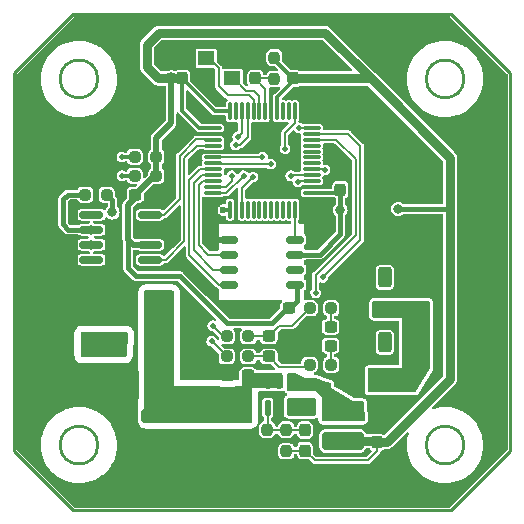
<source format=gbr>
%TF.GenerationSoftware,KiCad,Pcbnew,(6.0.5)*%
%TF.CreationDate,2023-02-02T15:23:46+08:00*%
%TF.ProjectId,Step_Ctrl_V2,53746570-5f43-4747-926c-5f56322e6b69,rev?*%
%TF.SameCoordinates,Original*%
%TF.FileFunction,Copper,L2,Bot*%
%TF.FilePolarity,Positive*%
%FSLAX46Y46*%
G04 Gerber Fmt 4.6, Leading zero omitted, Abs format (unit mm)*
G04 Created by KiCad (PCBNEW (6.0.5)) date 2023-02-02 15:23:46*
%MOMM*%
%LPD*%
G01*
G04 APERTURE LIST*
G04 Aperture macros list*
%AMRoundRect*
0 Rectangle with rounded corners*
0 $1 Rounding radius*
0 $2 $3 $4 $5 $6 $7 $8 $9 X,Y pos of 4 corners*
0 Add a 4 corners polygon primitive as box body*
4,1,4,$2,$3,$4,$5,$6,$7,$8,$9,$2,$3,0*
0 Add four circle primitives for the rounded corners*
1,1,$1+$1,$2,$3*
1,1,$1+$1,$4,$5*
1,1,$1+$1,$6,$7*
1,1,$1+$1,$8,$9*
0 Add four rect primitives between the rounded corners*
20,1,$1+$1,$2,$3,$4,$5,0*
20,1,$1+$1,$4,$5,$6,$7,0*
20,1,$1+$1,$6,$7,$8,$9,0*
20,1,$1+$1,$8,$9,$2,$3,0*%
G04 Aperture macros list end*
%TA.AperFunction,Profile*%
%ADD10C,0.250000*%
%TD*%
%TA.AperFunction,SMDPad,CuDef*%
%ADD11RoundRect,0.137500X0.137500X-0.525000X0.137500X0.525000X-0.137500X0.525000X-0.137500X-0.525000X0*%
%TD*%
%TA.AperFunction,SMDPad,CuDef*%
%ADD12R,2.500000X1.800000*%
%TD*%
%TA.AperFunction,SMDPad,CuDef*%
%ADD13R,1.400000X1.200000*%
%TD*%
%TA.AperFunction,SMDPad,CuDef*%
%ADD14RoundRect,0.150000X0.825000X0.150000X-0.825000X0.150000X-0.825000X-0.150000X0.825000X-0.150000X0*%
%TD*%
%TA.AperFunction,SMDPad,CuDef*%
%ADD15RoundRect,0.175000X0.575000X0.175000X-0.575000X0.175000X-0.575000X-0.175000X0.575000X-0.175000X0*%
%TD*%
%TA.AperFunction,SMDPad,CuDef*%
%ADD16RoundRect,0.075000X-0.075000X0.662500X-0.075000X-0.662500X0.075000X-0.662500X0.075000X0.662500X0*%
%TD*%
%TA.AperFunction,SMDPad,CuDef*%
%ADD17RoundRect,0.075000X-0.662500X0.075000X-0.662500X-0.075000X0.662500X-0.075000X0.662500X0.075000X0*%
%TD*%
%TA.AperFunction,SMDPad,CuDef*%
%ADD18RoundRect,0.250000X0.312500X0.625000X-0.312500X0.625000X-0.312500X-0.625000X0.312500X-0.625000X0*%
%TD*%
%TA.AperFunction,SMDPad,CuDef*%
%ADD19RoundRect,0.237500X0.250000X0.237500X-0.250000X0.237500X-0.250000X-0.237500X0.250000X-0.237500X0*%
%TD*%
%TA.AperFunction,SMDPad,CuDef*%
%ADD20RoundRect,0.237500X-0.250000X-0.237500X0.250000X-0.237500X0.250000X0.237500X-0.250000X0.237500X0*%
%TD*%
%TA.AperFunction,SMDPad,CuDef*%
%ADD21RoundRect,0.237500X-0.237500X0.250000X-0.237500X-0.250000X0.237500X-0.250000X0.237500X0.250000X0*%
%TD*%
%TA.AperFunction,SMDPad,CuDef*%
%ADD22RoundRect,0.237500X0.237500X-0.250000X0.237500X0.250000X-0.237500X0.250000X-0.237500X-0.250000X0*%
%TD*%
%TA.AperFunction,SMDPad,CuDef*%
%ADD23RoundRect,0.400000X-1.400000X0.400000X-1.400000X-0.400000X1.400000X-0.400000X1.400000X0.400000X0*%
%TD*%
%TA.AperFunction,SMDPad,CuDef*%
%ADD24R,0.600000X0.450000*%
%TD*%
%TA.AperFunction,SMDPad,CuDef*%
%ADD25RoundRect,0.237500X-0.237500X0.300000X-0.237500X-0.300000X0.237500X-0.300000X0.237500X0.300000X0*%
%TD*%
%TA.AperFunction,SMDPad,CuDef*%
%ADD26RoundRect,0.237500X0.300000X0.237500X-0.300000X0.237500X-0.300000X-0.237500X0.300000X-0.237500X0*%
%TD*%
%TA.AperFunction,SMDPad,CuDef*%
%ADD27RoundRect,0.237500X-0.300000X-0.237500X0.300000X-0.237500X0.300000X0.237500X-0.300000X0.237500X0*%
%TD*%
%TA.AperFunction,SMDPad,CuDef*%
%ADD28RoundRect,0.237500X0.237500X-0.300000X0.237500X0.300000X-0.237500X0.300000X-0.237500X-0.300000X0*%
%TD*%
%TA.AperFunction,SMDPad,CuDef*%
%ADD29RoundRect,0.250000X-1.100000X0.325000X-1.100000X-0.325000X1.100000X-0.325000X1.100000X0.325000X0*%
%TD*%
%TA.AperFunction,SMDPad,CuDef*%
%ADD30RoundRect,0.250000X1.100000X-0.325000X1.100000X0.325000X-1.100000X0.325000X-1.100000X-0.325000X0*%
%TD*%
%TA.AperFunction,SMDPad,CuDef*%
%ADD31RoundRect,0.250000X0.325000X1.100000X-0.325000X1.100000X-0.325000X-1.100000X0.325000X-1.100000X0*%
%TD*%
%TA.AperFunction,ViaPad*%
%ADD32C,0.500000*%
%TD*%
%TA.AperFunction,ViaPad*%
%ADD33C,0.800000*%
%TD*%
%TA.AperFunction,ViaPad*%
%ADD34C,0.600000*%
%TD*%
%TA.AperFunction,ViaPad*%
%ADD35C,1.000000*%
%TD*%
%TA.AperFunction,Conductor*%
%ADD36C,0.200000*%
%TD*%
%TA.AperFunction,Conductor*%
%ADD37C,0.400000*%
%TD*%
%TA.AperFunction,Conductor*%
%ADD38C,0.800000*%
%TD*%
%TA.AperFunction,Conductor*%
%ADD39C,0.300000*%
%TD*%
%TA.AperFunction,Conductor*%
%ADD40C,0.500000*%
%TD*%
G04 APERTURE END LIST*
D10*
X146761000Y-114300000D02*
G75*
G03*
X146761000Y-114300000I-1600000J0D01*
G01*
X145661000Y-119800000D02*
X150661000Y-114800000D01*
X113661000Y-119800000D02*
X145661000Y-119800000D01*
X150661000Y-114800000D02*
X150661000Y-82800000D01*
X145661000Y-77800000D02*
X150661000Y-82800000D01*
X115761000Y-83300000D02*
G75*
G03*
X115761000Y-83300000I-1600000J0D01*
G01*
X146761000Y-83300000D02*
G75*
G03*
X146761000Y-83300000I-1600000J0D01*
G01*
X115761000Y-114300000D02*
G75*
G03*
X115761000Y-114300000I-1600000J0D01*
G01*
X145661000Y-77800000D02*
X113661000Y-77800000D01*
X108661000Y-82800000D02*
X108661000Y-114800000D01*
X108661000Y-82800000D02*
X113661000Y-77800000D01*
X113661000Y-119800000D02*
X108661000Y-114800000D01*
D11*
%TO.P,U1,1,BST*%
%TO.N,Net-(C6-Pad2)*%
X132050000Y-111137500D03*
%TO.P,U1,2,GND*%
%TO.N,GND*%
X131100000Y-111137500D03*
%TO.P,U1,3,FB*%
%TO.N,Net-(C5-Pad1)*%
X130150000Y-111137500D03*
%TO.P,U1,4,EN*%
%TO.N,VCC*%
X130150000Y-108862500D03*
%TO.P,U1,5,VIN*%
X131100000Y-108862500D03*
%TO.P,U1,6,SW*%
%TO.N,Net-(C6-Pad1)*%
X132050000Y-108862500D03*
%TD*%
D12*
%TO.P,D4,1,A1*%
%TO.N,GND*%
X116900000Y-102100000D03*
%TO.P,D4,2,A2*%
%TO.N,VCC*%
X120900000Y-102100000D03*
%TD*%
D13*
%TO.P,Y1,4,4*%
%TO.N,GND*%
X124950000Y-83250000D03*
%TO.P,Y1,3,3*%
%TO.N,/OSC_OUT*%
X127150000Y-83250000D03*
%TO.P,Y1,2,2*%
%TO.N,GND*%
X127150000Y-81550000D03*
%TO.P,Y1,1,1*%
%TO.N,/OSC_IN*%
X124950000Y-81550000D03*
%TD*%
D14*
%TO.P,U4,1,D*%
%TO.N,/CAN_TX*%
X120175000Y-94795000D03*
%TO.P,U4,2,GND*%
%TO.N,GND*%
X120175000Y-96065000D03*
%TO.P,U4,3,VCC*%
%TO.N,+3V3*%
X120175000Y-97335000D03*
%TO.P,U4,4,R*%
%TO.N,/CAN_RX*%
X120175000Y-98605000D03*
%TO.P,U4,5,NC*%
%TO.N,unconnected-(U4-Pad5)*%
X115225000Y-98605000D03*
%TO.P,U4,6,CANL*%
%TO.N,/CAN_L*%
X115225000Y-97335000D03*
%TO.P,U4,7,CANH*%
%TO.N,/CAN_H*%
X115225000Y-96065000D03*
%TO.P,U4,8,NC*%
%TO.N,unconnected-(U4-Pad8)*%
X115225000Y-94795000D03*
%TD*%
D15*
%TO.P,U3,1,CSN*%
%TO.N,/MT6812_CS*%
X132460000Y-96895000D03*
%TO.P,U3,2,HVPP*%
%TO.N,+3V3*%
X132460000Y-98165000D03*
%TO.P,U3,3,OUT*%
%TO.N,unconnected-(U3-Pad3)*%
X132460000Y-99435000D03*
%TO.P,U3,4,VDD*%
%TO.N,+3V3*%
X132460000Y-100705000D03*
%TO.P,U3,5,A/U*%
%TO.N,/SPI1_MOSI*%
X126860000Y-100705000D03*
%TO.P,U3,6,B/V*%
%TO.N,/SPI1_MISO*%
X126860000Y-99435000D03*
%TO.P,U3,7,Z/W*%
%TO.N,/SPI1_SCK*%
X126860000Y-98165000D03*
%TO.P,U3,8,GND*%
%TO.N,GND*%
X126860000Y-96895000D03*
%TD*%
D16*
%TO.P,U2,1,VBAT*%
%TO.N,+3V3*%
X126950000Y-86037500D03*
%TO.P,U2,2,PC13*%
%TO.N,unconnected-(U2-Pad2)*%
X127450000Y-86037500D03*
%TO.P,U2,3,PC14*%
%TO.N,Net-(D2-Pad1)*%
X127950000Y-86037500D03*
%TO.P,U2,4,PC15*%
%TO.N,Net-(D3-Pad1)*%
X128450000Y-86037500D03*
%TO.P,U2,5,PD0*%
%TO.N,/OSC_IN*%
X128950000Y-86037500D03*
%TO.P,U2,6,PD1*%
%TO.N,/OSC_OUT*%
X129450000Y-86037500D03*
%TO.P,U2,7,NRST*%
%TO.N,Net-(C3-Pad1)*%
X129950000Y-86037500D03*
%TO.P,U2,8,VSSA*%
%TO.N,GND*%
X130450000Y-86037500D03*
%TO.P,U2,9,VDDA*%
%TO.N,+3V3*%
X130950000Y-86037500D03*
%TO.P,U2,10,PA0*%
%TO.N,/POWER_U*%
X131450000Y-86037500D03*
%TO.P,U2,11,PA1*%
%TO.N,/TEMP*%
X131950000Y-86037500D03*
%TO.P,U2,12,PA2*%
%TO.N,/IN_BM*%
X132450000Y-86037500D03*
D17*
%TO.P,U2,13,PA3*%
%TO.N,/IN_BP*%
X133862500Y-87450000D03*
%TO.P,U2,14,PA4*%
%TO.N,/IN_AM*%
X133862500Y-87950000D03*
%TO.P,U2,15,PA5*%
%TO.N,/IN_AP*%
X133862500Y-88450000D03*
%TO.P,U2,16,PA6*%
%TO.N,unconnected-(U2-Pad16)*%
X133862500Y-88950000D03*
%TO.P,U2,17,PA7*%
%TO.N,unconnected-(U2-Pad17)*%
X133862500Y-89450000D03*
%TO.P,U2,18,PB0*%
%TO.N,unconnected-(U2-Pad18)*%
X133862500Y-89950000D03*
%TO.P,U2,19,PB1*%
%TO.N,unconnected-(U2-Pad19)*%
X133862500Y-90450000D03*
%TO.P,U2,20,PB2*%
%TO.N,/KEY_DOWN*%
X133862500Y-90950000D03*
%TO.P,U2,21,PB10*%
%TO.N,/IN_PWM_B*%
X133862500Y-91450000D03*
%TO.P,U2,22,PB11*%
%TO.N,/IN_PWM_A*%
X133862500Y-91950000D03*
%TO.P,U2,23,VSS*%
%TO.N,GND*%
X133862500Y-92450000D03*
%TO.P,U2,24,VDD*%
%TO.N,+3V3*%
X133862500Y-92950000D03*
D16*
%TO.P,U2,25,PB12*%
%TO.N,/MT6812_CS*%
X132450000Y-94362500D03*
%TO.P,U2,26,PB13*%
%TO.N,/SPI2_SCK*%
X131950000Y-94362500D03*
%TO.P,U2,27,PB14*%
%TO.N,/SPI2_MISO*%
X131450000Y-94362500D03*
%TO.P,U2,28,PB15*%
%TO.N,/SPI2_MOSI*%
X130950000Y-94362500D03*
%TO.P,U2,29,PA8*%
%TO.N,/OLED_DC*%
X130450000Y-94362500D03*
%TO.P,U2,30,PA9*%
%TO.N,/OLED_RES*%
X129950000Y-94362500D03*
%TO.P,U2,31,PA10*%
%TO.N,/OLED_CS*%
X129450000Y-94362500D03*
%TO.P,U2,32,PA11*%
%TO.N,/USB_DM*%
X128950000Y-94362500D03*
%TO.P,U2,33,PA12*%
%TO.N,/USB_DP*%
X128450000Y-94362500D03*
%TO.P,U2,34,PA13*%
%TO.N,/SWDIO*%
X127950000Y-94362500D03*
%TO.P,U2,35,VSS*%
%TO.N,GND*%
X127450000Y-94362500D03*
%TO.P,U2,36,VDD*%
%TO.N,+3V3*%
X126950000Y-94362500D03*
D17*
%TO.P,U2,37,PA14*%
%TO.N,/SWCLK*%
X125537500Y-92950000D03*
%TO.P,U2,38,PA15*%
%TO.N,/KEY_UP*%
X125537500Y-92450000D03*
%TO.P,U2,39,PB3*%
%TO.N,/SPI1_SCK*%
X125537500Y-91950000D03*
%TO.P,U2,40,PB4*%
%TO.N,/SPI1_MISO*%
X125537500Y-91450000D03*
%TO.P,U2,41,PB5*%
%TO.N,/SPI1_MOSI*%
X125537500Y-90950000D03*
%TO.P,U2,42,PB6*%
%TO.N,/UART1_TX*%
X125537500Y-90450000D03*
%TO.P,U2,43,PB7*%
%TO.N,/UART1_RX*%
X125537500Y-89950000D03*
%TO.P,U2,44,BOOT0*%
%TO.N,GND*%
X125537500Y-89450000D03*
%TO.P,U2,45,PB8*%
%TO.N,/CAN_RX*%
X125537500Y-88950000D03*
%TO.P,U2,46,PB9*%
%TO.N,/CAN_TX*%
X125537500Y-88450000D03*
%TO.P,U2,47,VSS*%
%TO.N,GND*%
X125537500Y-87950000D03*
%TO.P,U2,48,VDD*%
%TO.N,+3V3*%
X125537500Y-87450000D03*
%TD*%
D18*
%TO.P,R14,1*%
%TO.N,Net-(R14-Pad1)*%
X140062500Y-105600000D03*
%TO.P,R14,2*%
%TO.N,GND*%
X137137500Y-105600000D03*
%TD*%
%TO.P,R13,1*%
%TO.N,Net-(R13-Pad1)*%
X140062500Y-100100000D03*
%TO.P,R13,2*%
%TO.N,GND*%
X137137500Y-100100000D03*
%TD*%
D19*
%TO.P,R12,2*%
%TO.N,Net-(C20-Pad1)*%
X133687500Y-107500000D03*
%TO.P,R12,1*%
%TO.N,Net-(C22-Pad1)*%
X135512500Y-107500000D03*
%TD*%
%TO.P,R11,1*%
%TO.N,Net-(C21-Pad1)*%
X135512500Y-102700000D03*
%TO.P,R11,2*%
%TO.N,Net-(C19-Pad1)*%
X133687500Y-102700000D03*
%TD*%
%TO.P,R9,1*%
%TO.N,Net-(C20-Pad1)*%
X128512500Y-106800000D03*
%TO.P,R9,2*%
%TO.N,/IN_PWM_B*%
X126687500Y-106800000D03*
%TD*%
%TO.P,R8,1*%
%TO.N,Net-(C19-Pad1)*%
X128512500Y-105100000D03*
%TO.P,R8,2*%
%TO.N,/IN_PWM_A*%
X126687500Y-105100000D03*
%TD*%
D20*
%TO.P,R7,1*%
%TO.N,/CAN_H*%
X114687500Y-93100000D03*
%TO.P,R7,2*%
%TO.N,Net-(R10-Pad1)*%
X116512500Y-93100000D03*
%TD*%
D21*
%TO.P,R6,1*%
%TO.N,Net-(C5-Pad1)*%
X131700000Y-112987500D03*
%TO.P,R6,2*%
%TO.N,+3V3*%
X131700000Y-114812500D03*
%TD*%
D22*
%TO.P,R5,1*%
%TO.N,GND*%
X130100000Y-114812500D03*
%TO.P,R5,2*%
%TO.N,Net-(C5-Pad1)*%
X130100000Y-112987500D03*
%TD*%
D21*
%TO.P,R3,2*%
%TO.N,Net-(C3-Pad1)*%
X130700000Y-83312500D03*
%TO.P,R3,1*%
%TO.N,+3V3*%
X130700000Y-81487500D03*
%TD*%
D20*
%TO.P,R2,1*%
%TO.N,Net-(D3-Pad2)*%
X118887500Y-91500000D03*
%TO.P,R2,2*%
%TO.N,+3V3*%
X120712500Y-91500000D03*
%TD*%
%TO.P,R1,1*%
%TO.N,Net-(D2-Pad2)*%
X118887500Y-89900000D03*
%TO.P,R1,2*%
%TO.N,+3V3*%
X120712500Y-89900000D03*
%TD*%
D23*
%TO.P,L1,1,1*%
%TO.N,Net-(C6-Pad1)*%
X136500000Y-111450000D03*
%TO.P,L1,2,2*%
%TO.N,+3V3*%
X136500000Y-113950000D03*
%TD*%
D24*
%TO.P,D5,1,K*%
%TO.N,Net-(C6-Pad1)*%
X135150000Y-109300000D03*
%TO.P,D5,2,A*%
%TO.N,GND*%
X137250000Y-109300000D03*
%TD*%
D12*
%TO.P,D1,1,K*%
%TO.N,VCC*%
X120900000Y-105700000D03*
%TO.P,D1,2,A*%
%TO.N,Net-(D1-Pad2)*%
X116900000Y-105700000D03*
%TD*%
D25*
%TO.P,C25,1*%
%TO.N,VCC*%
X139400000Y-108937500D03*
%TO.P,C25,2*%
%TO.N,GND*%
X139400000Y-110662500D03*
%TD*%
D26*
%TO.P,C24,1*%
%TO.N,VCC*%
X139862500Y-102700000D03*
%TO.P,C24,2*%
%TO.N,GND*%
X138137500Y-102700000D03*
%TD*%
%TO.P,C23,1*%
%TO.N,+3V3*%
X131962500Y-102700000D03*
%TO.P,C23,2*%
%TO.N,GND*%
X130237500Y-102700000D03*
%TD*%
%TO.P,C22,1*%
%TO.N,Net-(C22-Pad1)*%
X135462500Y-105900000D03*
%TO.P,C22,2*%
%TO.N,GND*%
X133737500Y-105900000D03*
%TD*%
%TO.P,C21,1*%
%TO.N,Net-(C21-Pad1)*%
X135462500Y-104300000D03*
%TO.P,C21,2*%
%TO.N,GND*%
X133737500Y-104300000D03*
%TD*%
D27*
%TO.P,C20,1*%
%TO.N,Net-(C20-Pad1)*%
X130237500Y-106800000D03*
%TO.P,C20,2*%
%TO.N,GND*%
X131962500Y-106800000D03*
%TD*%
%TO.P,C19,1*%
%TO.N,Net-(C19-Pad1)*%
X130237500Y-105100000D03*
%TO.P,C19,2*%
%TO.N,GND*%
X131962500Y-105100000D03*
%TD*%
D28*
%TO.P,C17,1*%
%TO.N,+3V3*%
X122900000Y-83262500D03*
%TO.P,C17,2*%
%TO.N,GND*%
X122900000Y-81537500D03*
%TD*%
%TO.P,C14,2*%
%TO.N,GND*%
X136300000Y-90937500D03*
%TO.P,C14,1*%
%TO.N,+3V3*%
X136300000Y-92662500D03*
%TD*%
D27*
%TO.P,C13,2*%
%TO.N,GND*%
X120662500Y-93100000D03*
%TO.P,C13,1*%
%TO.N,+3V3*%
X118937500Y-93100000D03*
%TD*%
D28*
%TO.P,C12,2*%
%TO.N,GND*%
X132300000Y-81537500D03*
%TO.P,C12,1*%
%TO.N,+3V3*%
X132300000Y-83262500D03*
%TD*%
%TO.P,C11,1*%
%TO.N,+3V3*%
X139400000Y-114062500D03*
%TO.P,C11,2*%
%TO.N,GND*%
X139400000Y-112337500D03*
%TD*%
D26*
%TO.P,C10,2*%
%TO.N,GND*%
X126737500Y-108400000D03*
%TO.P,C10,1*%
%TO.N,VCC*%
X128462500Y-108400000D03*
%TD*%
D29*
%TO.P,C9,1*%
%TO.N,VCC*%
X127500000Y-111825000D03*
%TO.P,C9,2*%
%TO.N,GND*%
X127500000Y-114775000D03*
%TD*%
D30*
%TO.P,C8,1*%
%TO.N,VCC*%
X124200000Y-109975000D03*
%TO.P,C8,2*%
%TO.N,GND*%
X124200000Y-107025000D03*
%TD*%
D29*
%TO.P,C7,2*%
%TO.N,GND*%
X120800000Y-114775000D03*
%TO.P,C7,1*%
%TO.N,VCC*%
X120800000Y-111825000D03*
%TD*%
D25*
%TO.P,C6,1*%
%TO.N,Net-(C6-Pad1)*%
X133700000Y-109137500D03*
%TO.P,C6,2*%
%TO.N,Net-(C6-Pad2)*%
X133700000Y-110862500D03*
%TD*%
%TO.P,C5,1*%
%TO.N,Net-(C5-Pad1)*%
X133300000Y-113037500D03*
%TO.P,C5,2*%
%TO.N,+3V3*%
X133300000Y-114762500D03*
%TD*%
D29*
%TO.P,C4,1*%
%TO.N,VCC*%
X124200000Y-111825000D03*
%TO.P,C4,2*%
%TO.N,GND*%
X124200000Y-114775000D03*
%TD*%
D28*
%TO.P,C3,2*%
%TO.N,GND*%
X129100000Y-81537500D03*
%TO.P,C3,1*%
%TO.N,Net-(C3-Pad1)*%
X129100000Y-83262500D03*
%TD*%
D31*
%TO.P,C2,1*%
%TO.N,VCC*%
X121575000Y-109200000D03*
%TO.P,C2,2*%
%TO.N,GND*%
X118625000Y-109200000D03*
%TD*%
D32*
%TO.N,GND*%
X132400000Y-90600000D03*
X132400000Y-89900000D03*
X132400000Y-89200000D03*
X132400000Y-88500000D03*
X131000000Y-87700000D03*
X130600000Y-84300000D03*
X135300000Y-116600000D03*
X134100000Y-117800000D03*
X134700000Y-118300000D03*
X134400000Y-117000000D03*
X129200000Y-118900000D03*
X130300000Y-118400000D03*
X130800000Y-117100000D03*
X128800000Y-118000000D03*
X128800000Y-116800000D03*
X129800000Y-117500000D03*
X130300000Y-116400000D03*
X131800000Y-116200000D03*
X133200000Y-116200000D03*
X149800000Y-88500000D03*
X148500000Y-87600000D03*
X148800000Y-86800000D03*
X149700000Y-87000000D03*
X147900000Y-86900000D03*
X147500000Y-88100000D03*
X147900000Y-90500000D03*
X148300000Y-89600000D03*
X150000000Y-89800000D03*
X149400000Y-91500000D03*
X149900000Y-92600000D03*
X149700000Y-94500000D03*
X148600000Y-94500000D03*
X147600000Y-94300000D03*
X148700000Y-92500000D03*
X149300000Y-93500000D03*
X147900000Y-93300000D03*
X147400000Y-92200000D03*
X148400000Y-91700000D03*
X148800000Y-90400000D03*
X147200000Y-90900000D03*
X147200000Y-89200000D03*
X148700000Y-88500000D03*
X146400000Y-88100000D03*
X137600000Y-78800000D03*
X139700000Y-81200000D03*
X139400000Y-79000000D03*
X139200000Y-80200000D03*
X139700000Y-82100000D03*
X138700000Y-81200000D03*
X138200000Y-80200000D03*
X138500000Y-79200000D03*
X119200000Y-86700000D03*
X119600000Y-85800000D03*
X120000000Y-84600000D03*
X117400000Y-88800000D03*
X118600000Y-88600000D03*
X119300000Y-87500000D03*
X119600000Y-88200000D03*
X120100000Y-87000000D03*
X120500000Y-86200000D03*
X120700000Y-85300000D03*
X120800000Y-84400000D03*
X122200000Y-89200000D03*
X122800000Y-87100000D03*
X122500000Y-87900000D03*
X122000000Y-88500000D03*
X123000000Y-88400000D03*
X123400000Y-87600000D03*
X141100000Y-88800000D03*
X139000000Y-88100000D03*
X139700000Y-88800000D03*
X140400000Y-88800000D03*
X139000000Y-87400000D03*
X139000000Y-88800000D03*
X139700000Y-88100000D03*
X141100000Y-88100000D03*
X140400000Y-88100000D03*
X140400000Y-87400000D03*
X141100000Y-87400000D03*
X139700000Y-87400000D03*
X136900000Y-85000000D03*
X136200000Y-87100000D03*
X136200000Y-85700000D03*
X136200000Y-86400000D03*
X136200000Y-85000000D03*
X136900000Y-85700000D03*
X137600000Y-85000000D03*
X136900000Y-87100000D03*
X136900000Y-86400000D03*
X137600000Y-86400000D03*
X137600000Y-87100000D03*
X137600000Y-85700000D03*
X117500000Y-100300000D03*
X114700000Y-100300000D03*
X115400000Y-100300000D03*
X116100000Y-100300000D03*
X116800000Y-100300000D03*
X114700000Y-101000000D03*
X114700000Y-101700000D03*
X114700000Y-102400000D03*
X115400000Y-102400000D03*
X115400000Y-101700000D03*
X118300000Y-101000000D03*
X117500000Y-101000000D03*
X116800000Y-101000000D03*
X116100000Y-101000000D03*
X115400000Y-101000000D03*
X121900000Y-92200000D03*
X121500000Y-92800000D03*
X121100000Y-93800000D03*
X120200000Y-93800000D03*
X119200000Y-95700000D03*
X119200000Y-96400000D03*
X121200000Y-96500000D03*
X121200000Y-95700000D03*
X121900000Y-90700000D03*
D33*
%TO.N,+3V3*%
X141200000Y-94300000D03*
D32*
%TO.N,GND*%
X130900000Y-112100000D03*
%TO.N,Net-(D3-Pad2)*%
X117800000Y-91500000D03*
%TO.N,Net-(D2-Pad2)*%
X117800000Y-89900000D03*
%TO.N,GND*%
X133200000Y-81200000D03*
X133200000Y-80500000D03*
X132400000Y-80500000D03*
X131700000Y-80500000D03*
X129800000Y-80500000D03*
X129100000Y-80500000D03*
X128400000Y-80500000D03*
X127700000Y-80500000D03*
X127000000Y-80500000D03*
X126300000Y-80500000D03*
X123400000Y-80600000D03*
X122700000Y-80600000D03*
X122000000Y-80600000D03*
X122000000Y-81300000D03*
X122000000Y-82000000D03*
X126700000Y-87900000D03*
X127200000Y-87400000D03*
X123800000Y-90500000D03*
X132600000Y-93000000D03*
X135200000Y-92100000D03*
X135700000Y-91600000D03*
X135900000Y-89500000D03*
X136700000Y-90200000D03*
X135900000Y-90200000D03*
X135200000Y-89500000D03*
X135200000Y-90200000D03*
X137100000Y-102900000D03*
X137500000Y-103500000D03*
X138200000Y-103500000D03*
X141700000Y-111200000D03*
X142400000Y-110500000D03*
X141700000Y-110500000D03*
X140800000Y-112100000D03*
X138700000Y-112800000D03*
X140100000Y-112100000D03*
X140100000Y-112800000D03*
X125700000Y-115700000D03*
X127100000Y-115700000D03*
X127800000Y-115700000D03*
X129200000Y-115700000D03*
X126400000Y-115700000D03*
X124300000Y-115700000D03*
X122900000Y-115700000D03*
X123600000Y-115700000D03*
X128500000Y-115700000D03*
X125000000Y-115700000D03*
X129200000Y-113900000D03*
X127800000Y-113900000D03*
X126400000Y-113900000D03*
X127100000Y-113900000D03*
X128500000Y-113900000D03*
X125700000Y-113900000D03*
X125000000Y-113900000D03*
X124300000Y-113900000D03*
X123600000Y-113900000D03*
X122900000Y-113900000D03*
X119200000Y-115400000D03*
X119200000Y-114200000D03*
X119800000Y-115700000D03*
X120500000Y-115700000D03*
X121200000Y-115700000D03*
X121200000Y-113900000D03*
X120500000Y-113900000D03*
X119800000Y-113900000D03*
X123700000Y-106100000D03*
X123000000Y-106100000D03*
X125200000Y-107900000D03*
X124500000Y-107900000D03*
X123800000Y-107900000D03*
X123100000Y-107900000D03*
X127100000Y-102400000D03*
X127100000Y-103100000D03*
X127800000Y-103100000D03*
X127800000Y-102400000D03*
X128500000Y-102400000D03*
X128500000Y-103100000D03*
X129200000Y-103100000D03*
X129200000Y-102400000D03*
X125600000Y-96700000D03*
X125600000Y-95900000D03*
X125000000Y-97100000D03*
X125000000Y-96300000D03*
X125500000Y-95000000D03*
X125000000Y-95500000D03*
X136600000Y-104700000D03*
X137300000Y-104700000D03*
X138000000Y-104700000D03*
X136600000Y-106100000D03*
X136600000Y-105400000D03*
X137300000Y-106100000D03*
X137300000Y-105400000D03*
X138000000Y-106100000D03*
X138000000Y-105400000D03*
X138000000Y-106800000D03*
X137300000Y-106800000D03*
X136600000Y-106800000D03*
X138000000Y-107500000D03*
X137300000Y-107500000D03*
X136600000Y-107500000D03*
X137700000Y-101800000D03*
X137000000Y-101800000D03*
X136300000Y-101800000D03*
X137700000Y-101100000D03*
X137000000Y-101100000D03*
X136300000Y-101100000D03*
X137700000Y-100400000D03*
X137000000Y-100400000D03*
X136300000Y-100400000D03*
X137700000Y-99700000D03*
X137000000Y-99700000D03*
X136300000Y-99700000D03*
D34*
%TO.N,+3V3*%
X126400000Y-94400000D03*
D32*
%TO.N,/KEY_UP*%
X127100000Y-91500000D03*
%TO.N,/KEY_DOWN*%
X135000000Y-91000000D03*
D33*
%TO.N,+3V3*%
X136300000Y-94400000D03*
%TO.N,/CAN_H*%
X115225000Y-96065000D03*
%TO.N,Net-(R10-Pad1)*%
X117000000Y-94600000D03*
%TO.N,/CAN_L*%
X115225000Y-97335000D03*
D32*
%TO.N,Net-(C21-Pad1)*%
X135400000Y-102700000D03*
%TO.N,Net-(C22-Pad1)*%
X135300000Y-107700000D03*
%TO.N,/IN_BP*%
X132800000Y-87444999D03*
%TO.N,/IN_BM*%
X131600000Y-89200000D03*
%TO.N,/IN_PWM_B*%
X125400000Y-105500000D03*
X132100000Y-91500000D03*
%TO.N,/IN_PWM_A*%
X125500000Y-104200000D03*
X132700000Y-92000000D03*
%TO.N,/IN_AP*%
X134200000Y-101400000D03*
%TO.N,/IN_AM*%
X134800000Y-100100000D03*
%TO.N,/SWCLK*%
X128100000Y-91500000D03*
%TO.N,/SWDIO*%
X128900000Y-91600000D03*
D35*
%TO.N,+3V3*%
X121962500Y-83262500D03*
D32*
%TO.N,Net-(D3-Pad1)*%
X127428542Y-88878164D03*
%TO.N,Net-(D2-Pad1)*%
X127600000Y-88200000D03*
%TO.N,/UART1_TX*%
X130400000Y-90500000D03*
%TO.N,/UART1_RX*%
X129700000Y-89900000D03*
%TO.N,VCC*%
X140700000Y-102400000D03*
X140000000Y-102400000D03*
X139300000Y-102400000D03*
X140000000Y-103200000D03*
X139300000Y-103200000D03*
X140700000Y-109500000D03*
X140000000Y-109500000D03*
X140000000Y-108800000D03*
X140000000Y-108100000D03*
X140700000Y-108800000D03*
X140700000Y-108100000D03*
X126400000Y-110250000D03*
X126400000Y-110900000D03*
X126400000Y-109600000D03*
X127100000Y-110250000D03*
X127100000Y-109600000D03*
X127100000Y-110900000D03*
X127800000Y-110250000D03*
X127800000Y-109600000D03*
X127800000Y-110900000D03*
X128500000Y-110900000D03*
X128500000Y-110250000D03*
X128500000Y-109600000D03*
%TO.N,Net-(D1-Pad2)*%
X117750000Y-106500000D03*
X117000000Y-106500000D03*
X116250000Y-106500000D03*
X115500000Y-106500000D03*
X114750000Y-106500000D03*
X114750000Y-105750000D03*
X115500000Y-105750000D03*
X116250000Y-105750000D03*
X117000000Y-105750000D03*
X117750000Y-105750000D03*
X117750000Y-105000000D03*
X117000000Y-105000000D03*
X116250000Y-105000000D03*
X115500000Y-105000000D03*
X114750000Y-105000000D03*
D33*
%TO.N,Net-(R13-Pad1)*%
X140200000Y-100100000D03*
%TO.N,Net-(R14-Pad1)*%
X140000000Y-105600000D03*
%TD*%
D36*
%TO.N,Net-(D3-Pad1)*%
X127821836Y-88878164D02*
X128450000Y-88250000D01*
X128450000Y-88250000D02*
X128450000Y-86037500D01*
X127428542Y-88878164D02*
X127821836Y-88878164D01*
%TO.N,Net-(D2-Pad1)*%
X127600000Y-88200000D02*
X127950000Y-87850000D01*
X127950000Y-87850000D02*
X127950000Y-86037500D01*
%TO.N,/IN_BM*%
X131600000Y-87867872D02*
X132450000Y-87017872D01*
X131600000Y-89200000D02*
X131600000Y-87867872D01*
X132450000Y-87017872D02*
X132450000Y-86037500D01*
%TO.N,/IN_BP*%
X133857499Y-87444999D02*
X133862500Y-87450000D01*
X132800000Y-87444999D02*
X133857499Y-87444999D01*
D37*
%TO.N,+3V3*%
X141200000Y-94300000D02*
X145500000Y-94300000D01*
X145500000Y-94300000D02*
X145600000Y-94400000D01*
D38*
X139400000Y-114062500D02*
X140237500Y-114062500D01*
X145600000Y-94400000D02*
X145600000Y-90000000D01*
X140237500Y-114062500D02*
X145600000Y-108700000D01*
X145600000Y-90000000D02*
X138862500Y-83262500D01*
X145600000Y-100000000D02*
X145600000Y-94400000D01*
X145600000Y-108700000D02*
X145600000Y-100000000D01*
D39*
%TO.N,Net-(D3-Pad2)*%
X118887500Y-91500000D02*
X117800000Y-91500000D01*
%TO.N,Net-(D2-Pad2)*%
X117800000Y-89900000D02*
X118887500Y-89900000D01*
D36*
%TO.N,/CAN_RX*%
X123100000Y-90000000D02*
X124150000Y-88950000D01*
X123100000Y-97000000D02*
X123100000Y-90000000D01*
X124150000Y-88950000D02*
X125537500Y-88950000D01*
X120175000Y-98605000D02*
X121495000Y-98605000D01*
X121495000Y-98605000D02*
X123100000Y-97000000D01*
%TO.N,/CAN_TX*%
X122700000Y-93500000D02*
X122700000Y-89800000D01*
X124100000Y-88400000D02*
X125487500Y-88400000D01*
X121405000Y-94795000D02*
X122700000Y-93500000D01*
X120175000Y-94795000D02*
X121405000Y-94795000D01*
X122700000Y-89800000D02*
X124100000Y-88400000D01*
X125487500Y-88400000D02*
X125537500Y-88450000D01*
D40*
%TO.N,GND*%
X125795000Y-96895000D02*
X125600000Y-96700000D01*
X126860000Y-96895000D02*
X125795000Y-96895000D01*
D37*
%TO.N,+3V3*%
X130500000Y-104000000D02*
X131800000Y-102700000D01*
X126700000Y-104000000D02*
X130500000Y-104000000D01*
X119000000Y-100000000D02*
X122700000Y-100000000D01*
X131800000Y-102700000D02*
X131962500Y-102700000D01*
X118300000Y-99300000D02*
X119000000Y-100000000D01*
X118300000Y-96900000D02*
X118300000Y-99300000D01*
X122700000Y-100000000D02*
X126700000Y-104000000D01*
D36*
%TO.N,/SPI1_MOSI*%
X126005000Y-100705000D02*
X126860000Y-100705000D01*
X123500960Y-98200960D02*
X126005000Y-100705000D01*
X123500960Y-91884034D02*
X123500960Y-98200960D01*
X124434994Y-90950000D02*
X123500960Y-91884034D01*
X125537500Y-90950000D02*
X124434994Y-90950000D01*
%TO.N,/SPI1_MISO*%
X125535000Y-99435000D02*
X126860000Y-99435000D01*
X123900480Y-97800480D02*
X125535000Y-99435000D01*
X123900480Y-92134514D02*
X123900480Y-97800480D01*
X124584994Y-91450000D02*
X123900480Y-92134514D01*
X125537500Y-91450000D02*
X124584994Y-91450000D01*
%TO.N,/IN_AP*%
X137600480Y-96499520D02*
X137600480Y-90100000D01*
X137600480Y-90100000D02*
X135950480Y-88450000D01*
X135950480Y-88450000D02*
X133862500Y-88450000D01*
X134200000Y-99900000D02*
X137600480Y-96499520D01*
X134200000Y-101400000D02*
X134200000Y-99900000D01*
D39*
%TO.N,+3V3*%
X126400000Y-94400000D02*
X126912500Y-94400000D01*
X126912500Y-94400000D02*
X126950000Y-94362500D01*
D36*
%TO.N,/KEY_UP*%
X127100000Y-91934994D02*
X127100000Y-91500000D01*
X126667497Y-92367497D02*
X127100000Y-91934994D01*
X126584994Y-92450000D02*
X126667497Y-92367497D01*
X125537500Y-92450000D02*
X126584994Y-92450000D01*
%TO.N,/KEY_DOWN*%
X134950000Y-90950000D02*
X135000000Y-91000000D01*
X133862500Y-90950000D02*
X134950000Y-90950000D01*
D37*
%TO.N,+3V3*%
X136300000Y-94400000D02*
X136300000Y-96400000D01*
X136300000Y-92662500D02*
X136300000Y-94400000D01*
X136300000Y-96400000D02*
X134535000Y-98165000D01*
X134535000Y-98165000D02*
X132460000Y-98165000D01*
D36*
%TO.N,/SPI1_SCK*%
X124300000Y-92300000D02*
X124650000Y-91950000D01*
X124650000Y-91950000D02*
X125537500Y-91950000D01*
X124300000Y-97400000D02*
X124300000Y-92300000D01*
X125065000Y-98165000D02*
X124300000Y-97400000D01*
X126860000Y-98165000D02*
X125065000Y-98165000D01*
D37*
%TO.N,+3V3*%
X132600000Y-100845000D02*
X132460000Y-100705000D01*
X132600000Y-102100000D02*
X132600000Y-100845000D01*
X132000000Y-102700000D02*
X132600000Y-102100000D01*
X131962500Y-102700000D02*
X132000000Y-102700000D01*
D40*
X118735000Y-97335000D02*
X120175000Y-97335000D01*
X118300000Y-94000000D02*
X118300000Y-96900000D01*
X118937500Y-93362500D02*
X118300000Y-94000000D01*
X118300000Y-96900000D02*
X118735000Y-97335000D01*
X118937500Y-93100000D02*
X118937500Y-93362500D01*
X121962500Y-87037500D02*
X120712500Y-88287500D01*
X121962500Y-83262500D02*
X121962500Y-87037500D01*
X120712500Y-88287500D02*
X120712500Y-91500000D01*
X120537500Y-91500000D02*
X118937500Y-93100000D01*
X120712500Y-91500000D02*
X120537500Y-91500000D01*
D39*
X136012500Y-92950000D02*
X136300000Y-92662500D01*
X133862500Y-92950000D02*
X136012500Y-92950000D01*
D37*
%TO.N,/CAN_H*%
X113200000Y-93100000D02*
X114687500Y-93100000D01*
X112800000Y-93500000D02*
X113200000Y-93100000D01*
X112800000Y-95600000D02*
X112800000Y-93500000D01*
X115225000Y-96065000D02*
X113265000Y-96065000D01*
X113265000Y-96065000D02*
X112800000Y-95600000D01*
%TO.N,Net-(R10-Pad1)*%
X117000000Y-93587500D02*
X116512500Y-93100000D01*
X117000000Y-94600000D02*
X117000000Y-93587500D01*
D36*
%TO.N,GND*%
X136637500Y-105100000D02*
X137137500Y-105600000D01*
X134537500Y-105100000D02*
X136637500Y-105100000D01*
X133737500Y-104300000D02*
X134537500Y-105100000D01*
X133737500Y-105900000D02*
X133737500Y-104300000D01*
X132762500Y-105900000D02*
X131962500Y-105100000D01*
X133737500Y-105900000D02*
X132762500Y-105900000D01*
X131962500Y-106800000D02*
X131962500Y-105100000D01*
%TO.N,Net-(C22-Pad1)*%
X135462500Y-107450000D02*
X135512500Y-107500000D01*
X135462500Y-105900000D02*
X135462500Y-107450000D01*
%TO.N,Net-(C21-Pad1)*%
X135462500Y-102762500D02*
X135462500Y-104300000D01*
X135400000Y-102700000D02*
X135462500Y-102762500D01*
%TO.N,Net-(C19-Pad1)*%
X131137500Y-104200000D02*
X132187500Y-104200000D01*
X132187500Y-104200000D02*
X133687500Y-102700000D01*
X130237500Y-105100000D02*
X131137500Y-104200000D01*
X128512500Y-105100000D02*
X130237500Y-105100000D01*
%TO.N,Net-(C20-Pad1)*%
X130237500Y-106800000D02*
X128512500Y-106800000D01*
X131137500Y-107700000D02*
X130237500Y-106800000D01*
X133487500Y-107700000D02*
X131137500Y-107700000D01*
X133687500Y-107500000D02*
X133487500Y-107700000D01*
%TO.N,/UART1_TX*%
X130400000Y-90500000D02*
X125587500Y-90500000D01*
X125587500Y-90500000D02*
X125537500Y-90450000D01*
%TO.N,/UART1_RX*%
X129650000Y-89950000D02*
X125537500Y-89950000D01*
X129700000Y-89900000D02*
X129650000Y-89950000D01*
%TO.N,/IN_PWM_B*%
X132100000Y-91500000D02*
X132150000Y-91450000D01*
X132150000Y-91450000D02*
X133862500Y-91450000D01*
%TO.N,/IN_PWM_A*%
X132750000Y-91950000D02*
X133862500Y-91950000D01*
X132700000Y-92000000D02*
X132750000Y-91950000D01*
%TO.N,/IN_AM*%
X136950000Y-87950000D02*
X133862500Y-87950000D01*
X138000000Y-89000000D02*
X136950000Y-87950000D01*
X138000000Y-96900000D02*
X138000000Y-89000000D01*
X134800000Y-100100000D02*
X138000000Y-96900000D01*
%TO.N,/IN_PWM_B*%
X125400000Y-105512500D02*
X126687500Y-106800000D01*
X125400000Y-105500000D02*
X125400000Y-105512500D01*
%TO.N,/IN_PWM_A*%
X126400000Y-105100000D02*
X126687500Y-105100000D01*
X125500000Y-104200000D02*
X126400000Y-105100000D01*
%TO.N,/SWDIO*%
X127950000Y-92550000D02*
X127950000Y-94362500D01*
X128900000Y-91600000D02*
X127950000Y-92550000D01*
%TO.N,/SWCLK*%
X128100000Y-91500000D02*
X126650000Y-92950000D01*
X126650000Y-92950000D02*
X125537500Y-92950000D01*
D39*
%TO.N,+3V3*%
X122900000Y-86000000D02*
X122900000Y-83262500D01*
X124350000Y-87450000D02*
X122900000Y-86000000D01*
X125537500Y-87450000D02*
X124350000Y-87450000D01*
X125675000Y-86037500D02*
X122900000Y-83262500D01*
X126950000Y-86037500D02*
X125675000Y-86037500D01*
D38*
X121962500Y-83262500D02*
X122900000Y-83262500D01*
X120862500Y-83262500D02*
X121962500Y-83262500D01*
X119900000Y-82300000D02*
X120862500Y-83262500D01*
X119900000Y-80400000D02*
X119900000Y-82300000D01*
X135000000Y-79400000D02*
X120900000Y-79400000D01*
X120900000Y-79400000D02*
X119900000Y-80400000D01*
X138862500Y-83262500D02*
X135000000Y-79400000D01*
D39*
X130700000Y-81662500D02*
X132300000Y-83262500D01*
X130700000Y-81487500D02*
X130700000Y-81662500D01*
X132300000Y-83500000D02*
X132300000Y-83262500D01*
X130950000Y-84850000D02*
X132300000Y-83500000D01*
X130950000Y-86037500D02*
X130950000Y-84850000D01*
D38*
X138862500Y-83262500D02*
X132300000Y-83262500D01*
D36*
X134137500Y-115600000D02*
X133300000Y-114762500D01*
X138600000Y-115600000D02*
X134137500Y-115600000D01*
X139400000Y-114800000D02*
X138600000Y-115600000D01*
X139400000Y-114062500D02*
X139400000Y-114800000D01*
D38*
X136500000Y-113950000D02*
X139287500Y-113950000D01*
X139287500Y-113950000D02*
X139400000Y-114062500D01*
D36*
X131750000Y-114762500D02*
X131700000Y-114812500D01*
X133300000Y-114762500D02*
X131750000Y-114762500D01*
%TO.N,Net-(C5-Pad1)*%
X130150000Y-112937500D02*
X130100000Y-112987500D01*
X130150000Y-111137500D02*
X130150000Y-112937500D01*
X130150000Y-113037500D02*
X130100000Y-112987500D01*
X133300000Y-113037500D02*
X130150000Y-113037500D01*
%TO.N,/OSC_IN*%
X126000000Y-82400000D02*
X126000000Y-83900000D01*
X125150000Y-81550000D02*
X126000000Y-82400000D01*
X126800000Y-84700000D02*
X128600000Y-84700000D01*
X128600000Y-84700000D02*
X128950000Y-85050000D01*
X124950000Y-81550000D02*
X125150000Y-81550000D01*
X126000000Y-83900000D02*
X126800000Y-84700000D01*
X128950000Y-85050000D02*
X128950000Y-86037500D01*
%TO.N,/OSC_OUT*%
X128300000Y-84300000D02*
X127250000Y-83250000D01*
X127250000Y-83250000D02*
X127150000Y-83250000D01*
X129450000Y-84750000D02*
X129000000Y-84300000D01*
X129450000Y-86037500D02*
X129450000Y-84750000D01*
X129000000Y-84300000D02*
X128300000Y-84300000D01*
%TO.N,Net-(C3-Pad1)*%
X129950000Y-84112500D02*
X129100000Y-83262500D01*
X129950000Y-86037500D02*
X129950000Y-84112500D01*
X130650000Y-83262500D02*
X130700000Y-83312500D01*
X129100000Y-83262500D02*
X130650000Y-83262500D01*
%TO.N,/MT6812_CS*%
X132450000Y-96885000D02*
X132460000Y-96895000D01*
X132450000Y-94362500D02*
X132450000Y-96885000D01*
%TD*%
%TA.AperFunction,Conductor*%
%TO.N,Net-(D1-Pad2)*%
G36*
X118236124Y-104720002D02*
G01*
X118282617Y-104773658D01*
X118293867Y-104831854D01*
X118205588Y-106729854D01*
X118182442Y-106796972D01*
X118126685Y-106840922D01*
X118079724Y-106850000D01*
X114426000Y-106850000D01*
X114357879Y-106829998D01*
X114311386Y-106776342D01*
X114300000Y-106724000D01*
X114300000Y-104826000D01*
X114320002Y-104757879D01*
X114373658Y-104711386D01*
X114426000Y-104700000D01*
X118168003Y-104700000D01*
X118236124Y-104720002D01*
G37*
%TD.AperFunction*%
%TD*%
%TA.AperFunction,Conductor*%
%TO.N,VCC*%
G36*
X122142121Y-101220002D02*
G01*
X122188614Y-101273658D01*
X122200000Y-101326000D01*
X122200000Y-112400000D01*
X119826000Y-112400000D01*
X119757879Y-112379998D01*
X119711386Y-112326342D01*
X119700000Y-112274000D01*
X119700000Y-110439800D01*
X119700656Y-110426957D01*
X119708172Y-110353598D01*
X119708500Y-110350400D01*
X119708500Y-108049600D01*
X119700673Y-107974164D01*
X119700000Y-107961160D01*
X119700000Y-101326000D01*
X119720002Y-101257879D01*
X119773658Y-101211386D01*
X119826000Y-101200000D01*
X122074000Y-101200000D01*
X122142121Y-101220002D01*
G37*
%TD.AperFunction*%
%TD*%
%TA.AperFunction,Conductor*%
%TO.N,VCC*%
G36*
X126108355Y-109311806D02*
G01*
X126113849Y-109314368D01*
X126120080Y-109318209D01*
X126127025Y-109320512D01*
X126127028Y-109320514D01*
X126205351Y-109346492D01*
X126285191Y-109372974D01*
X126292027Y-109373674D01*
X126292030Y-109373675D01*
X126343526Y-109378951D01*
X126387928Y-109383500D01*
X127087072Y-109383500D01*
X127090318Y-109383163D01*
X127090322Y-109383163D01*
X127184235Y-109373419D01*
X127184239Y-109373418D01*
X127191093Y-109372707D01*
X127197629Y-109370526D01*
X127197631Y-109370526D01*
X127258879Y-109350092D01*
X127356107Y-109317654D01*
X127362330Y-109313803D01*
X127366395Y-109311899D01*
X127419845Y-109300000D01*
X128800000Y-109300000D01*
X128800000Y-112274000D01*
X128779998Y-112342121D01*
X128726342Y-112388614D01*
X128674000Y-112400000D01*
X119826000Y-112400000D01*
X119757879Y-112379998D01*
X119711386Y-112326342D01*
X119700000Y-112274000D01*
X119700000Y-110439800D01*
X119700656Y-110426957D01*
X119708172Y-110353598D01*
X119708500Y-110350400D01*
X119708500Y-109300000D01*
X126055104Y-109300000D01*
X126108355Y-109311806D01*
G37*
%TD.AperFunction*%
%TD*%
%TA.AperFunction,Conductor*%
%TO.N,VCC*%
G36*
X131342121Y-108220002D02*
G01*
X131388614Y-108273658D01*
X131400000Y-108326000D01*
X131400000Y-109374000D01*
X131379998Y-109442121D01*
X131326342Y-109488614D01*
X131274000Y-109500000D01*
X128000000Y-109500000D01*
X128000000Y-108326000D01*
X128020002Y-108257879D01*
X128073658Y-108211386D01*
X128126000Y-108200000D01*
X131274000Y-108200000D01*
X131342121Y-108220002D01*
G37*
%TD.AperFunction*%
%TD*%
%TA.AperFunction,Conductor*%
%TO.N,Net-(C6-Pad1)*%
G36*
X132424435Y-108210860D02*
G01*
X133287916Y-108594630D01*
X133287919Y-108594631D01*
X133300000Y-108600000D01*
X134173262Y-108600000D01*
X134224435Y-108610860D01*
X135087916Y-108994630D01*
X135087919Y-108994631D01*
X135100000Y-109000000D01*
X135374000Y-109000000D01*
X135442121Y-109020002D01*
X135488614Y-109073658D01*
X135500000Y-109126000D01*
X135500000Y-109500000D01*
X135513003Y-109507528D01*
X137385613Y-110591671D01*
X137385614Y-110591671D01*
X137400000Y-110600000D01*
X138181194Y-110600000D01*
X138249315Y-110620002D01*
X138295808Y-110673658D01*
X138306977Y-110718601D01*
X138392153Y-112166601D01*
X138376185Y-112235779D01*
X138325352Y-112285342D01*
X138266370Y-112300000D01*
X134826000Y-112300000D01*
X134757879Y-112279998D01*
X134711386Y-112226342D01*
X134700000Y-112174000D01*
X134700000Y-110200000D01*
X134576870Y-110097392D01*
X134113916Y-109711596D01*
X134113914Y-109711595D01*
X134100000Y-109700000D01*
X131926000Y-109700000D01*
X131857879Y-109679998D01*
X131811386Y-109626342D01*
X131800000Y-109574000D01*
X131800000Y-108326000D01*
X131820002Y-108257879D01*
X131873658Y-108211386D01*
X131926000Y-108200000D01*
X132373262Y-108200000D01*
X132424435Y-108210860D01*
G37*
%TD.AperFunction*%
%TD*%
%TA.AperFunction,Conductor*%
%TO.N,Net-(C6-Pad2)*%
G36*
X134142121Y-110320002D02*
G01*
X134188614Y-110373658D01*
X134200000Y-110426000D01*
X134200000Y-111674000D01*
X134179998Y-111742121D01*
X134126342Y-111788614D01*
X134074000Y-111800000D01*
X131926000Y-111800000D01*
X131857879Y-111779998D01*
X131811386Y-111726342D01*
X131800000Y-111674000D01*
X131800000Y-110426000D01*
X131820002Y-110357879D01*
X131873658Y-110311386D01*
X131926000Y-110300000D01*
X134074000Y-110300000D01*
X134142121Y-110320002D01*
G37*
%TD.AperFunction*%
%TD*%
%TA.AperFunction,Conductor*%
%TO.N,VCC*%
G36*
X143896193Y-107806345D02*
G01*
X143832525Y-107912459D01*
X142736704Y-109738826D01*
X142684505Y-109786949D01*
X142628660Y-109800000D01*
X138726000Y-109800000D01*
X138657879Y-109779998D01*
X138611386Y-109726342D01*
X138600000Y-109674000D01*
X138600000Y-107926000D01*
X138620002Y-107857879D01*
X138673658Y-107811386D01*
X138726000Y-107800000D01*
X143898056Y-107800000D01*
X143896193Y-107806345D01*
G37*
%TD.AperFunction*%
%TD*%
%TA.AperFunction,Conductor*%
%TO.N,VCC*%
G36*
X143842121Y-102120002D02*
G01*
X143888614Y-102173658D01*
X143900000Y-102226000D01*
X143900000Y-107793379D01*
X143879998Y-107861500D01*
X143859661Y-107879122D01*
X143862336Y-107881715D01*
X143844606Y-107900000D01*
X141500000Y-107900000D01*
X141500000Y-103500000D01*
X139126000Y-103500000D01*
X139057879Y-103479998D01*
X139011386Y-103426342D01*
X139000000Y-103374000D01*
X139000000Y-102226000D01*
X139020002Y-102157879D01*
X139073658Y-102111386D01*
X139126000Y-102100000D01*
X143774000Y-102100000D01*
X143842121Y-102120002D01*
G37*
%TD.AperFunction*%
%TD*%
%TA.AperFunction,Conductor*%
%TO.N,GND*%
G36*
X145595133Y-78019407D02*
G01*
X145606946Y-78029496D01*
X150431504Y-82854054D01*
X150459281Y-82908571D01*
X150460500Y-82924058D01*
X150460500Y-114675942D01*
X150441593Y-114734133D01*
X150431504Y-114745946D01*
X145606946Y-119570504D01*
X145552429Y-119598281D01*
X145536942Y-119599500D01*
X113785058Y-119599500D01*
X113726867Y-119580593D01*
X113715054Y-119570504D01*
X108890496Y-114745946D01*
X108862719Y-114691429D01*
X108861500Y-114675942D01*
X108861500Y-114254894D01*
X110930733Y-114254894D01*
X110932363Y-114293784D01*
X110932623Y-114300000D01*
X110945684Y-114611614D01*
X110945836Y-114615250D01*
X110946257Y-114617972D01*
X110946258Y-114617978D01*
X110971687Y-114782236D01*
X111001014Y-114971676D01*
X111039909Y-115114832D01*
X111090192Y-115299905D01*
X111095578Y-115319730D01*
X111096596Y-115322302D01*
X111096598Y-115322307D01*
X111201718Y-115587809D01*
X111228350Y-115655074D01*
X111229639Y-115657499D01*
X111229644Y-115657509D01*
X111396380Y-115971092D01*
X111397676Y-115973529D01*
X111399238Y-115975810D01*
X111599875Y-116268835D01*
X111599881Y-116268843D01*
X111601443Y-116271124D01*
X111837114Y-116544151D01*
X112101750Y-116789206D01*
X112392052Y-117003236D01*
X112394444Y-117004617D01*
X112702019Y-117182196D01*
X112702025Y-117182199D01*
X112704403Y-117183572D01*
X113034909Y-117327966D01*
X113037543Y-117328781D01*
X113037542Y-117328781D01*
X113376810Y-117433803D01*
X113376819Y-117433805D01*
X113379451Y-117434620D01*
X113733735Y-117502203D01*
X114093344Y-117529873D01*
X114096096Y-117529777D01*
X114096101Y-117529777D01*
X114334115Y-117521465D01*
X114453796Y-117517286D01*
X114810599Y-117464598D01*
X114813268Y-117463893D01*
X114813272Y-117463892D01*
X115156645Y-117373169D01*
X115156648Y-117373168D01*
X115159305Y-117372466D01*
X115495568Y-117242038D01*
X115815196Y-117074940D01*
X116114207Y-116873255D01*
X116165408Y-116829680D01*
X116386768Y-116641288D01*
X116386772Y-116641285D01*
X116388872Y-116639497D01*
X116390757Y-116637490D01*
X116390763Y-116637484D01*
X116633873Y-116378597D01*
X116635769Y-116376578D01*
X116702524Y-116287345D01*
X116850160Y-116089997D01*
X116850166Y-116089988D01*
X116851820Y-116087777D01*
X116853216Y-116085397D01*
X116853221Y-116085390D01*
X117001738Y-115832248D01*
X117034333Y-115776692D01*
X117181031Y-115447202D01*
X117220650Y-115322307D01*
X117289254Y-115106040D01*
X117289255Y-115106035D01*
X117290087Y-115103413D01*
X117315643Y-114974346D01*
X117359606Y-114752319D01*
X117359607Y-114752312D01*
X117360142Y-114749610D01*
X117388840Y-114407852D01*
X117390178Y-114391919D01*
X117390178Y-114391916D01*
X117390322Y-114390203D01*
X117390713Y-114362213D01*
X117391558Y-114301747D01*
X117391558Y-114301735D01*
X117391582Y-114300000D01*
X117376179Y-114024500D01*
X117371603Y-113942644D01*
X117371603Y-113942643D01*
X117371449Y-113939890D01*
X117326731Y-113675500D01*
X117311760Y-113586988D01*
X117311760Y-113586986D01*
X117311300Y-113584269D01*
X117255546Y-113389832D01*
X117212648Y-113240229D01*
X117212647Y-113240225D01*
X117211885Y-113237569D01*
X117074444Y-112904112D01*
X116900689Y-112588052D01*
X116875522Y-112552375D01*
X116694375Y-112295583D01*
X116694371Y-112295579D01*
X116692786Y-112293331D01*
X116675624Y-112274000D01*
X119186500Y-112274000D01*
X119198234Y-112383149D01*
X119198793Y-112385719D01*
X119198794Y-112385725D01*
X119200172Y-112392059D01*
X119209620Y-112435491D01*
X119244290Y-112539657D01*
X119323308Y-112662612D01*
X119369801Y-112716268D01*
X119480261Y-112811982D01*
X119486698Y-112814922D01*
X119486700Y-112814923D01*
X119609999Y-112871232D01*
X119610004Y-112871234D01*
X119613210Y-112872698D01*
X119681331Y-112892700D01*
X119826000Y-112913500D01*
X128674000Y-112913500D01*
X128763215Y-112903909D01*
X128780527Y-112902048D01*
X128780529Y-112902048D01*
X128783149Y-112901766D01*
X128785719Y-112901207D01*
X128785725Y-112901206D01*
X128815475Y-112894734D01*
X128835491Y-112890380D01*
X128939657Y-112855710D01*
X129062612Y-112776692D01*
X129116268Y-112730199D01*
X129155288Y-112685167D01*
X129424500Y-112685167D01*
X129424501Y-113289832D01*
X129427399Y-113320500D01*
X129429395Y-113326184D01*
X129429396Y-113326188D01*
X129459036Y-113410590D01*
X129471039Y-113444768D01*
X129549289Y-113550711D01*
X129655232Y-113628961D01*
X129779500Y-113672601D01*
X129785504Y-113673169D01*
X129785506Y-113673169D01*
X129807856Y-113675282D01*
X129807866Y-113675282D01*
X129810167Y-113675500D01*
X130099875Y-113675500D01*
X130389832Y-113675499D01*
X130420500Y-113672601D01*
X130426184Y-113670605D01*
X130426188Y-113670604D01*
X130537786Y-113631413D01*
X130544768Y-113628961D01*
X130650711Y-113550711D01*
X130705041Y-113477154D01*
X130724565Y-113450720D01*
X130724565Y-113450719D01*
X130728961Y-113444768D01*
X130743208Y-113404198D01*
X130780328Y-113355559D01*
X130836616Y-113338000D01*
X130963384Y-113338000D01*
X131021575Y-113356907D01*
X131056792Y-113404198D01*
X131071039Y-113444768D01*
X131075435Y-113450719D01*
X131075435Y-113450720D01*
X131094959Y-113477154D01*
X131149289Y-113550711D01*
X131255232Y-113628961D01*
X131379500Y-113672601D01*
X131385504Y-113673169D01*
X131385506Y-113673169D01*
X131407856Y-113675282D01*
X131407866Y-113675282D01*
X131410167Y-113675500D01*
X131699875Y-113675500D01*
X131989832Y-113675499D01*
X132020500Y-113672601D01*
X132026184Y-113670605D01*
X132026188Y-113670604D01*
X132137786Y-113631413D01*
X132144768Y-113628961D01*
X132250711Y-113550711D01*
X132305041Y-113477154D01*
X132324565Y-113450720D01*
X132324565Y-113450719D01*
X132328961Y-113444768D01*
X132343208Y-113404198D01*
X132380328Y-113355559D01*
X132436616Y-113338000D01*
X132530414Y-113338000D01*
X132588605Y-113356907D01*
X132624569Y-113406407D01*
X132626867Y-113414875D01*
X132627399Y-113420500D01*
X132671039Y-113544768D01*
X132749289Y-113650711D01*
X132855232Y-113728961D01*
X132979500Y-113772601D01*
X132985504Y-113773169D01*
X132985506Y-113773169D01*
X133007856Y-113775282D01*
X133007866Y-113775282D01*
X133010167Y-113775500D01*
X133299875Y-113775500D01*
X133589832Y-113775499D01*
X133620500Y-113772601D01*
X133626184Y-113770605D01*
X133626188Y-113770604D01*
X133737786Y-113731413D01*
X133744768Y-113728961D01*
X133850711Y-113650711D01*
X133928961Y-113544768D01*
X133972601Y-113420500D01*
X133973538Y-113410590D01*
X133975282Y-113392144D01*
X133975282Y-113392134D01*
X133975500Y-113389833D01*
X133975499Y-112685168D01*
X133972601Y-112654500D01*
X133970603Y-112648809D01*
X133931413Y-112537214D01*
X133928961Y-112530232D01*
X133850711Y-112424289D01*
X133744768Y-112346039D01*
X133620500Y-112302399D01*
X133614496Y-112301831D01*
X133614494Y-112301831D01*
X133592144Y-112299718D01*
X133592134Y-112299718D01*
X133589833Y-112299500D01*
X133300125Y-112299500D01*
X133010168Y-112299501D01*
X132979500Y-112302399D01*
X132973816Y-112304395D01*
X132973812Y-112304396D01*
X132883303Y-112336181D01*
X132855232Y-112346039D01*
X132749289Y-112424289D01*
X132671039Y-112530232D01*
X132627399Y-112654500D01*
X132626922Y-112659544D01*
X132596175Y-112712003D01*
X132540118Y-112736523D01*
X132530414Y-112737000D01*
X132469586Y-112737000D01*
X132411395Y-112718093D01*
X132375431Y-112668593D01*
X132373133Y-112660125D01*
X132372601Y-112654500D01*
X132328961Y-112530232D01*
X132250711Y-112424289D01*
X132144768Y-112346039D01*
X132020500Y-112302399D01*
X132014496Y-112301831D01*
X132014494Y-112301831D01*
X131992144Y-112299718D01*
X131992134Y-112299718D01*
X131989833Y-112299500D01*
X131700125Y-112299500D01*
X131410168Y-112299501D01*
X131379500Y-112302399D01*
X131373816Y-112304395D01*
X131373812Y-112304396D01*
X131283303Y-112336181D01*
X131255232Y-112346039D01*
X131149289Y-112424289D01*
X131071039Y-112530232D01*
X131027399Y-112654500D01*
X131026922Y-112659544D01*
X130996175Y-112712003D01*
X130940118Y-112736523D01*
X130930414Y-112737000D01*
X130869586Y-112737000D01*
X130811395Y-112718093D01*
X130775431Y-112668593D01*
X130773133Y-112660125D01*
X130772601Y-112654500D01*
X130728961Y-112530232D01*
X130650711Y-112424289D01*
X130544768Y-112346039D01*
X130516697Y-112336181D01*
X130468058Y-112299060D01*
X130450500Y-112242773D01*
X130450500Y-112017053D01*
X130469407Y-111958862D01*
X130484624Y-111943909D01*
X130484359Y-111943644D01*
X130568644Y-111859359D01*
X130572307Y-111851505D01*
X130615816Y-111758199D01*
X130615816Y-111758198D01*
X130619019Y-111751330D01*
X130625500Y-111702103D01*
X130625499Y-110572898D01*
X130619019Y-110523670D01*
X130584697Y-110450066D01*
X130572305Y-110423491D01*
X130572304Y-110423489D01*
X130568644Y-110415641D01*
X130484359Y-110331356D01*
X130476511Y-110327696D01*
X130476509Y-110327695D01*
X130383199Y-110284184D01*
X130376330Y-110280981D01*
X130327103Y-110274500D01*
X130150028Y-110274500D01*
X129972898Y-110274501D01*
X129969688Y-110274924D01*
X129969681Y-110274924D01*
X129931183Y-110279992D01*
X129923670Y-110280981D01*
X129874737Y-110303799D01*
X129823491Y-110327695D01*
X129823489Y-110327696D01*
X129815641Y-110331356D01*
X129731356Y-110415641D01*
X129727696Y-110423489D01*
X129727695Y-110423491D01*
X129684184Y-110516801D01*
X129680981Y-110523670D01*
X129674500Y-110572897D01*
X129674501Y-111702102D01*
X129674924Y-111705312D01*
X129674924Y-111705319D01*
X129679992Y-111743817D01*
X129680981Y-111751330D01*
X129692494Y-111776020D01*
X129727694Y-111851505D01*
X129731356Y-111859359D01*
X129815641Y-111943644D01*
X129814179Y-111945106D01*
X129844106Y-111984820D01*
X129849500Y-112017053D01*
X129849500Y-112208157D01*
X129830593Y-112266348D01*
X129781194Y-112302239D01*
X129779500Y-112302399D01*
X129775176Y-112303917D01*
X129775174Y-112303918D01*
X129747399Y-112313672D01*
X129655232Y-112346039D01*
X129549289Y-112424289D01*
X129471039Y-112530232D01*
X129427399Y-112654500D01*
X129426832Y-112660503D01*
X129426831Y-112660506D01*
X129424719Y-112682852D01*
X129424500Y-112685167D01*
X129155288Y-112685167D01*
X129211982Y-112619739D01*
X129216279Y-112610331D01*
X129271232Y-112490001D01*
X129271234Y-112489996D01*
X129272698Y-112486790D01*
X129292700Y-112418669D01*
X129313500Y-112274000D01*
X129313500Y-109858500D01*
X129332407Y-109800309D01*
X129381907Y-109764345D01*
X129412500Y-109759500D01*
X131274000Y-109759500D01*
X131310991Y-109755523D01*
X131326537Y-109753852D01*
X131326539Y-109753852D01*
X131329159Y-109753570D01*
X131331729Y-109753011D01*
X131331735Y-109753010D01*
X131366793Y-109745383D01*
X131381501Y-109742184D01*
X131408291Y-109734834D01*
X131413673Y-109731769D01*
X131413676Y-109731768D01*
X131452138Y-109709867D01*
X131512061Y-109697503D01*
X131567808Y-109722722D01*
X131587156Y-109746909D01*
X131612864Y-109792055D01*
X131615269Y-109796278D01*
X131618451Y-109799950D01*
X131660310Y-109848259D01*
X131660317Y-109848266D01*
X131661762Y-109849934D01*
X131663354Y-109851470D01*
X131687822Y-109875080D01*
X131695051Y-109882056D01*
X131701324Y-109885337D01*
X131701325Y-109885338D01*
X131752378Y-109912043D01*
X131795177Y-109955768D01*
X131804101Y-110016299D01*
X131775741Y-110070515D01*
X131755480Y-110085796D01*
X131707941Y-110112866D01*
X131707937Y-110112869D01*
X131703722Y-110115269D01*
X131700050Y-110118451D01*
X131651741Y-110160310D01*
X131651734Y-110160317D01*
X131650066Y-110161762D01*
X131617944Y-110195051D01*
X131571013Y-110284770D01*
X131551011Y-110352891D01*
X131540500Y-110426000D01*
X131540500Y-111674000D01*
X131546430Y-111729159D01*
X131546989Y-111731729D01*
X131546990Y-111731735D01*
X131551253Y-111751330D01*
X131557816Y-111781501D01*
X131565166Y-111808291D01*
X131615269Y-111896278D01*
X131629047Y-111912179D01*
X131660310Y-111948259D01*
X131660317Y-111948266D01*
X131661762Y-111949934D01*
X131695051Y-111982056D01*
X131701324Y-111985337D01*
X131701325Y-111985338D01*
X131770977Y-112021772D01*
X131784770Y-112028987D01*
X131852891Y-112048989D01*
X131926000Y-112059500D01*
X134074000Y-112059500D01*
X134110991Y-112055523D01*
X134126537Y-112053852D01*
X134126539Y-112053852D01*
X134129159Y-112053570D01*
X134131729Y-112053011D01*
X134131735Y-112053010D01*
X134166793Y-112045383D01*
X134181501Y-112042184D01*
X134208291Y-112034834D01*
X134227983Y-112023621D01*
X134292511Y-111986876D01*
X134352434Y-111974512D01*
X134408181Y-111999730D01*
X134438457Y-112052900D01*
X134440500Y-112072906D01*
X134440500Y-112174000D01*
X134446430Y-112229159D01*
X134446989Y-112231729D01*
X134446990Y-112231735D01*
X134453228Y-112260411D01*
X134457816Y-112281501D01*
X134465166Y-112308291D01*
X134468230Y-112313671D01*
X134468230Y-112313672D01*
X134472164Y-112320580D01*
X134515269Y-112396278D01*
X134518451Y-112399950D01*
X134560310Y-112448259D01*
X134560317Y-112448266D01*
X134561762Y-112449934D01*
X134563354Y-112451470D01*
X134586488Y-112473793D01*
X134595051Y-112482056D01*
X134601324Y-112485337D01*
X134601325Y-112485338D01*
X134625185Y-112497819D01*
X134684770Y-112528987D01*
X134752891Y-112548989D01*
X134826000Y-112559500D01*
X138266370Y-112559500D01*
X138328956Y-112551840D01*
X138331875Y-112551114D01*
X138331878Y-112551114D01*
X138386316Y-112537585D01*
X138387938Y-112537182D01*
X138421618Y-112526326D01*
X138506511Y-112471143D01*
X138557344Y-112421580D01*
X138575890Y-112399950D01*
X138582843Y-112391841D01*
X138582844Y-112391840D01*
X138587454Y-112386463D01*
X138610102Y-112336181D01*
X138627037Y-112298582D01*
X138627038Y-112298579D01*
X138629036Y-112294143D01*
X138637809Y-112256137D01*
X138644211Y-112228402D01*
X138644212Y-112228397D01*
X138645004Y-112224965D01*
X138651205Y-112151363D01*
X138566029Y-110703363D01*
X138558817Y-110656015D01*
X138547648Y-110611072D01*
X138542028Y-110591709D01*
X138491925Y-110503722D01*
X138478147Y-110487821D01*
X138446884Y-110451741D01*
X138446877Y-110451734D01*
X138445432Y-110450066D01*
X138434161Y-110439190D01*
X138417238Y-110422860D01*
X138417236Y-110422859D01*
X138412143Y-110417944D01*
X138380583Y-110401435D01*
X138326735Y-110373268D01*
X138322424Y-110371013D01*
X138254303Y-110351011D01*
X138181194Y-110340500D01*
X137496291Y-110340500D01*
X137446688Y-110327177D01*
X136318473Y-109674000D01*
X138340500Y-109674000D01*
X138346430Y-109729159D01*
X138346989Y-109731729D01*
X138346990Y-109731735D01*
X138353030Y-109759500D01*
X138357816Y-109781501D01*
X138365166Y-109808291D01*
X138415269Y-109896278D01*
X138418451Y-109899950D01*
X138460310Y-109948259D01*
X138460317Y-109948266D01*
X138461762Y-109949934D01*
X138463354Y-109951470D01*
X138487168Y-109974449D01*
X138495051Y-109982056D01*
X138584770Y-110028987D01*
X138652891Y-110048989D01*
X138726000Y-110059500D01*
X142628660Y-110059500D01*
X142663422Y-110055492D01*
X142684880Y-110053018D01*
X142684884Y-110053017D01*
X142687714Y-110052691D01*
X142690485Y-110052043D01*
X142690493Y-110052042D01*
X142742066Y-110039989D01*
X142742069Y-110039988D01*
X142743559Y-110039640D01*
X142745018Y-110039203D01*
X142745023Y-110039202D01*
X142767879Y-110032361D01*
X142767878Y-110032361D01*
X142773997Y-110030530D01*
X142780214Y-110026732D01*
X142856253Y-109980274D01*
X142856252Y-109980274D01*
X142860399Y-109977741D01*
X142912598Y-109929618D01*
X142959224Y-109872337D01*
X142961038Y-109869314D01*
X142961042Y-109869308D01*
X144033780Y-108081413D01*
X144042585Y-108069953D01*
X144042220Y-108069663D01*
X144045248Y-108065854D01*
X144048636Y-108062360D01*
X144051279Y-108058269D01*
X144054300Y-108054469D01*
X144054467Y-108054602D01*
X144061960Y-108045155D01*
X144082056Y-108024328D01*
X144123840Y-107944448D01*
X144126732Y-107938920D01*
X144128987Y-107934609D01*
X144148989Y-107866488D01*
X144159500Y-107793379D01*
X144159500Y-102226000D01*
X144153570Y-102170841D01*
X144150178Y-102155245D01*
X144142466Y-102119796D01*
X144142184Y-102118499D01*
X144134834Y-102091709D01*
X144084731Y-102003722D01*
X144048373Y-101961762D01*
X144039690Y-101951741D01*
X144039683Y-101951734D01*
X144038238Y-101950066D01*
X144004949Y-101917944D01*
X143915230Y-101871013D01*
X143847109Y-101851011D01*
X143774000Y-101840500D01*
X139126000Y-101840500D01*
X139089009Y-101844477D01*
X139073463Y-101846148D01*
X139073461Y-101846148D01*
X139070841Y-101846430D01*
X139068271Y-101846989D01*
X139068265Y-101846990D01*
X139045203Y-101852007D01*
X139018499Y-101857816D01*
X138991709Y-101865166D01*
X138903722Y-101915269D01*
X138887821Y-101929047D01*
X138851741Y-101960310D01*
X138851734Y-101960317D01*
X138850066Y-101961762D01*
X138817944Y-101995051D01*
X138814663Y-102001324D01*
X138814662Y-102001325D01*
X138775895Y-102075437D01*
X138771013Y-102084770D01*
X138751011Y-102152891D01*
X138740500Y-102226000D01*
X138740500Y-103374000D01*
X138746430Y-103429159D01*
X138746989Y-103431729D01*
X138746990Y-103431735D01*
X138748052Y-103436616D01*
X138757816Y-103481501D01*
X138765166Y-103508291D01*
X138815269Y-103596278D01*
X138818451Y-103599950D01*
X138860310Y-103648259D01*
X138860317Y-103648266D01*
X138861762Y-103649934D01*
X138863354Y-103651470D01*
X138888192Y-103675437D01*
X138895051Y-103682056D01*
X138984770Y-103728987D01*
X139052891Y-103748989D01*
X139126000Y-103759500D01*
X141141500Y-103759500D01*
X141199691Y-103778407D01*
X141235655Y-103827907D01*
X141240500Y-103858500D01*
X141240500Y-107441500D01*
X141221593Y-107499691D01*
X141172093Y-107535655D01*
X141141500Y-107540500D01*
X138726000Y-107540500D01*
X138689009Y-107544477D01*
X138673463Y-107546148D01*
X138673461Y-107546148D01*
X138670841Y-107546430D01*
X138668271Y-107546989D01*
X138668265Y-107546990D01*
X138633207Y-107554617D01*
X138618499Y-107557816D01*
X138591709Y-107565166D01*
X138503722Y-107615269D01*
X138500050Y-107618451D01*
X138451741Y-107660310D01*
X138451734Y-107660317D01*
X138450066Y-107661762D01*
X138417944Y-107695051D01*
X138414663Y-107701324D01*
X138414662Y-107701325D01*
X138377956Y-107771497D01*
X138371013Y-107784770D01*
X138351011Y-107852891D01*
X138340500Y-107926000D01*
X138340500Y-109674000D01*
X136318473Y-109674000D01*
X135808897Y-109378982D01*
X135768011Y-109333464D01*
X135759500Y-109293305D01*
X135759500Y-109126000D01*
X135753570Y-109070841D01*
X135742184Y-109018499D01*
X135734834Y-108991709D01*
X135684731Y-108903722D01*
X135655064Y-108869484D01*
X135639690Y-108851741D01*
X135639683Y-108851734D01*
X135638238Y-108850066D01*
X135627883Y-108840074D01*
X135610044Y-108822860D01*
X135610042Y-108822859D01*
X135604949Y-108817944D01*
X135592338Y-108811347D01*
X135519541Y-108773268D01*
X135515230Y-108771013D01*
X135447109Y-108751011D01*
X135374000Y-108740500D01*
X135176078Y-108740500D01*
X135135870Y-108731967D01*
X134332193Y-108374777D01*
X134332191Y-108374776D01*
X134329828Y-108373726D01*
X134278307Y-108357013D01*
X134275777Y-108356476D01*
X134275773Y-108356475D01*
X134229669Y-108346691D01*
X134227134Y-108346153D01*
X134224562Y-108345883D01*
X134224555Y-108345882D01*
X134201881Y-108343503D01*
X134173262Y-108340500D01*
X134123094Y-108340500D01*
X134064903Y-108321593D01*
X134028939Y-108272093D01*
X134028939Y-108210907D01*
X134064903Y-108161407D01*
X134090291Y-108148092D01*
X134137786Y-108131413D01*
X134144768Y-108128961D01*
X134250711Y-108050711D01*
X134328961Y-107944768D01*
X134332270Y-107935347D01*
X134360399Y-107855245D01*
X134372601Y-107820500D01*
X134375165Y-107793379D01*
X134375282Y-107792144D01*
X134375282Y-107792134D01*
X134375500Y-107789833D01*
X134375499Y-107210168D01*
X134372601Y-107179500D01*
X134370603Y-107173809D01*
X134331413Y-107062214D01*
X134328961Y-107055232D01*
X134250711Y-106949289D01*
X134144768Y-106871039D01*
X134020500Y-106827399D01*
X134014496Y-106826831D01*
X134014494Y-106826831D01*
X133992144Y-106824718D01*
X133992134Y-106824718D01*
X133989833Y-106824500D01*
X133687630Y-106824500D01*
X133385168Y-106824501D01*
X133354500Y-106827399D01*
X133348816Y-106829395D01*
X133348812Y-106829396D01*
X133270801Y-106856792D01*
X133230232Y-106871039D01*
X133124289Y-106949289D01*
X133046039Y-107055232D01*
X133002399Y-107179500D01*
X133001832Y-107185503D01*
X133001831Y-107185506D01*
X132999719Y-107207852D01*
X132999500Y-107210167D01*
X132999500Y-107300500D01*
X132980593Y-107358691D01*
X132931093Y-107394655D01*
X132900500Y-107399500D01*
X131302979Y-107399500D01*
X131244788Y-107380593D01*
X131232975Y-107370504D01*
X131004496Y-107142025D01*
X130976719Y-107087508D01*
X130975500Y-107072021D01*
X130975499Y-106512495D01*
X130975499Y-106510168D01*
X130972601Y-106479500D01*
X130970603Y-106473809D01*
X130931413Y-106362214D01*
X130928961Y-106355232D01*
X130850711Y-106249289D01*
X130744768Y-106171039D01*
X130620500Y-106127399D01*
X130614496Y-106126831D01*
X130614494Y-106126831D01*
X130592144Y-106124718D01*
X130592134Y-106124718D01*
X130589833Y-106124500D01*
X130237652Y-106124500D01*
X129885168Y-106124501D01*
X129854500Y-106127399D01*
X129848816Y-106129395D01*
X129848812Y-106129396D01*
X129737214Y-106168587D01*
X129730232Y-106171039D01*
X129624289Y-106249289D01*
X129546039Y-106355232D01*
X129543587Y-106362214D01*
X129518622Y-106433303D01*
X129481501Y-106481942D01*
X129425214Y-106499500D01*
X129274786Y-106499500D01*
X129216595Y-106480593D01*
X129181378Y-106433303D01*
X129156413Y-106362214D01*
X129153961Y-106355232D01*
X129075711Y-106249289D01*
X128969768Y-106171039D01*
X128845500Y-106127399D01*
X128839496Y-106126831D01*
X128839494Y-106126831D01*
X128817144Y-106124718D01*
X128817134Y-106124718D01*
X128814833Y-106124500D01*
X128512630Y-106124500D01*
X128210168Y-106124501D01*
X128179500Y-106127399D01*
X128173816Y-106129395D01*
X128173812Y-106129396D01*
X128062214Y-106168587D01*
X128055232Y-106171039D01*
X127949289Y-106249289D01*
X127871039Y-106355232D01*
X127827399Y-106479500D01*
X127826832Y-106485503D01*
X127826831Y-106485506D01*
X127824719Y-106507852D01*
X127824500Y-106510167D01*
X127824501Y-107089832D01*
X127827399Y-107120500D01*
X127829395Y-107126184D01*
X127829396Y-107126188D01*
X127858075Y-107207852D01*
X127871039Y-107244768D01*
X127949289Y-107350711D01*
X128055232Y-107428961D01*
X128179500Y-107472601D01*
X128185504Y-107473169D01*
X128185506Y-107473169D01*
X128207856Y-107475282D01*
X128207866Y-107475282D01*
X128210167Y-107475500D01*
X128512370Y-107475500D01*
X128814832Y-107475499D01*
X128845500Y-107472601D01*
X128851184Y-107470605D01*
X128851188Y-107470604D01*
X128962786Y-107431413D01*
X128969768Y-107428961D01*
X129075711Y-107350711D01*
X129153961Y-107244768D01*
X129168826Y-107202438D01*
X129181378Y-107166697D01*
X129218499Y-107118058D01*
X129274786Y-107100500D01*
X129425214Y-107100500D01*
X129483405Y-107119407D01*
X129518622Y-107166697D01*
X129531174Y-107202438D01*
X129546039Y-107244768D01*
X129624289Y-107350711D01*
X129730232Y-107428961D01*
X129854500Y-107472601D01*
X129860504Y-107473169D01*
X129860506Y-107473169D01*
X129882856Y-107475282D01*
X129882866Y-107475282D01*
X129885167Y-107475500D01*
X129917514Y-107475500D01*
X130447021Y-107475499D01*
X130505212Y-107494406D01*
X130517025Y-107504496D01*
X130784025Y-107771497D01*
X130811802Y-107826013D01*
X130802231Y-107886445D01*
X130758966Y-107929710D01*
X130714021Y-107940500D01*
X129193034Y-107940500D01*
X129134843Y-107921593D01*
X129113402Y-107900319D01*
X129075711Y-107849289D01*
X128969768Y-107771039D01*
X128845500Y-107727399D01*
X128839496Y-107726831D01*
X128839494Y-107726831D01*
X128817144Y-107724718D01*
X128817134Y-107724718D01*
X128814833Y-107724500D01*
X128462652Y-107724500D01*
X128110168Y-107724501D01*
X128079500Y-107727399D01*
X128073816Y-107729395D01*
X128073812Y-107729396D01*
X127962214Y-107768587D01*
X127955232Y-107771039D01*
X127849289Y-107849289D01*
X127771039Y-107955232D01*
X127727399Y-108079500D01*
X127724500Y-108110167D01*
X127724500Y-108112492D01*
X127724501Y-108687500D01*
X127705594Y-108745691D01*
X127656094Y-108781655D01*
X127625501Y-108786500D01*
X127419845Y-108786500D01*
X127342723Y-108794981D01*
X127310953Y-108798474D01*
X127310951Y-108798474D01*
X127308262Y-108798770D01*
X127305620Y-108799358D01*
X127305615Y-108799359D01*
X127265433Y-108808305D01*
X127254812Y-108810669D01*
X127252244Y-108811544D01*
X127252242Y-108811545D01*
X127199855Y-108829404D01*
X127193728Y-108830946D01*
X127193595Y-108830548D01*
X127188331Y-108832304D01*
X127188328Y-108832305D01*
X127092349Y-108864326D01*
X127071246Y-108868885D01*
X127065595Y-108869472D01*
X127055384Y-108870000D01*
X126419220Y-108870000D01*
X126409132Y-108869484D01*
X126404254Y-108868985D01*
X126383186Y-108864467D01*
X126288688Y-108833124D01*
X126288687Y-108833124D01*
X126281768Y-108830829D01*
X126281682Y-108831087D01*
X126278757Y-108830595D01*
X126219502Y-108810479D01*
X126216866Y-108809895D01*
X126216864Y-108809894D01*
X126168894Y-108799259D01*
X126168895Y-108799259D01*
X126166251Y-108798673D01*
X126124491Y-108794099D01*
X126057782Y-108786793D01*
X126057777Y-108786793D01*
X126055104Y-108786500D01*
X122812500Y-108786500D01*
X122754309Y-108767593D01*
X122718345Y-108718093D01*
X122713500Y-108687500D01*
X122713500Y-101326000D01*
X122701766Y-101216851D01*
X122690380Y-101164509D01*
X122655710Y-101060343D01*
X122576692Y-100937388D01*
X122530199Y-100883732D01*
X122419739Y-100788018D01*
X122413302Y-100785078D01*
X122413300Y-100785077D01*
X122290001Y-100728768D01*
X122289996Y-100728766D01*
X122286790Y-100727302D01*
X122218669Y-100707300D01*
X122074000Y-100686500D01*
X119826000Y-100686500D01*
X119752623Y-100694388D01*
X119719473Y-100697952D01*
X119719471Y-100697952D01*
X119716851Y-100698234D01*
X119714281Y-100698793D01*
X119714275Y-100698794D01*
X119685480Y-100705058D01*
X119664509Y-100709620D01*
X119560343Y-100744290D01*
X119437388Y-100823308D01*
X119383732Y-100869801D01*
X119288018Y-100980261D01*
X119285078Y-100986698D01*
X119285077Y-100986700D01*
X119229802Y-101107736D01*
X119227302Y-101113210D01*
X119207300Y-101181331D01*
X119186500Y-101326000D01*
X119186500Y-107961160D01*
X119187186Y-107987700D01*
X119187859Y-108000704D01*
X119189915Y-108027159D01*
X119189983Y-108027810D01*
X119189984Y-108027826D01*
X119194471Y-108071070D01*
X119195000Y-108081287D01*
X119195000Y-110319104D01*
X119194484Y-110329195D01*
X119189830Y-110374618D01*
X119187825Y-110400762D01*
X119187169Y-110413605D01*
X119186500Y-110439800D01*
X119186500Y-112274000D01*
X116675624Y-112274000D01*
X116672478Y-112270457D01*
X116497083Y-112072906D01*
X116453326Y-112023621D01*
X116451277Y-112021776D01*
X116451273Y-112021772D01*
X116262176Y-111851509D01*
X116185295Y-111782285D01*
X116111430Y-111729403D01*
X115894287Y-111573943D01*
X115894282Y-111573940D01*
X115892032Y-111572329D01*
X115889615Y-111570978D01*
X115889610Y-111570975D01*
X115579614Y-111397724D01*
X115579607Y-111397721D01*
X115577194Y-111396372D01*
X115574646Y-111395301D01*
X115574638Y-111395297D01*
X115371311Y-111309827D01*
X115244704Y-111256606D01*
X115242062Y-111255828D01*
X115242058Y-111255827D01*
X115104493Y-111215340D01*
X114898706Y-111154774D01*
X114676473Y-111115588D01*
X114546232Y-111092623D01*
X114546227Y-111092622D01*
X114543514Y-111092144D01*
X114183554Y-111069497D01*
X114180793Y-111069632D01*
X114180789Y-111069632D01*
X113867172Y-111084970D01*
X113823312Y-111087115D01*
X113467280Y-111144780D01*
X113119894Y-111241772D01*
X113085107Y-111255827D01*
X112788046Y-111375847D01*
X112788042Y-111375849D01*
X112785485Y-111376882D01*
X112783061Y-111378193D01*
X112783056Y-111378195D01*
X112470650Y-111547112D01*
X112470641Y-111547117D01*
X112468221Y-111548426D01*
X112172055Y-111754267D01*
X111900680Y-111991837D01*
X111898819Y-111993875D01*
X111898818Y-111993876D01*
X111839154Y-112059217D01*
X111657478Y-112258178D01*
X111445481Y-112549967D01*
X111444114Y-112552374D01*
X111444113Y-112552375D01*
X111268698Y-112861161D01*
X111268695Y-112861168D01*
X111267330Y-112863570D01*
X111125246Y-113195076D01*
X111124450Y-113197711D01*
X111124449Y-113197715D01*
X111080311Y-113343908D01*
X111021000Y-113540354D01*
X111020503Y-113543062D01*
X111020502Y-113543066D01*
X110977843Y-113775500D01*
X110955892Y-113895101D01*
X110950570Y-113971206D01*
X110931126Y-114249278D01*
X110930733Y-114254894D01*
X108861500Y-114254894D01*
X108861500Y-106724000D01*
X113786500Y-106724000D01*
X113786783Y-106726630D01*
X113797831Y-106829396D01*
X113798234Y-106833149D01*
X113809620Y-106885491D01*
X113844290Y-106989657D01*
X113923308Y-107112612D01*
X113969801Y-107166268D01*
X114080261Y-107261982D01*
X114086698Y-107264922D01*
X114086700Y-107264923D01*
X114209999Y-107321232D01*
X114210004Y-107321234D01*
X114213210Y-107322698D01*
X114281331Y-107342700D01*
X114426000Y-107363500D01*
X118079724Y-107363500D01*
X118082073Y-107363275D01*
X118082074Y-107363275D01*
X118174839Y-107354391D01*
X118174848Y-107354390D01*
X118177184Y-107354166D01*
X118195057Y-107350711D01*
X118221828Y-107345536D01*
X118221830Y-107345536D01*
X118224145Y-107345088D01*
X118226409Y-107344421D01*
X118226418Y-107344419D01*
X118266876Y-107332502D01*
X118318073Y-107317423D01*
X118444566Y-107244201D01*
X118487742Y-107210168D01*
X118497549Y-107202438D01*
X118497552Y-107202435D01*
X118500323Y-107200251D01*
X118520065Y-107179500D01*
X118596180Y-107099494D01*
X118596182Y-107099492D01*
X118601059Y-107094365D01*
X118604295Y-107088071D01*
X118604297Y-107088068D01*
X118666269Y-106967527D01*
X118667887Y-106964380D01*
X118671038Y-106955245D01*
X118689877Y-106900613D01*
X118691033Y-106897262D01*
X118718533Y-106753712D01*
X118806812Y-104855712D01*
X118804919Y-104829543D01*
X118798245Y-104737320D01*
X118798245Y-104737317D01*
X118798033Y-104734393D01*
X118786783Y-104676197D01*
X118770783Y-104626191D01*
X118766529Y-104612899D01*
X118749713Y-104560343D01*
X118670695Y-104437388D01*
X118624202Y-104383732D01*
X118513742Y-104288018D01*
X118507305Y-104285078D01*
X118507303Y-104285077D01*
X118384004Y-104228768D01*
X118383999Y-104228766D01*
X118380793Y-104227302D01*
X118312672Y-104207300D01*
X118168003Y-104186500D01*
X114426000Y-104186500D01*
X114352623Y-104194388D01*
X114319473Y-104197952D01*
X114319471Y-104197952D01*
X114316851Y-104198234D01*
X114314281Y-104198793D01*
X114314275Y-104198794D01*
X114291291Y-104203794D01*
X114264509Y-104209620D01*
X114160343Y-104244290D01*
X114037388Y-104323308D01*
X113983732Y-104369801D01*
X113888018Y-104480261D01*
X113885078Y-104486698D01*
X113885077Y-104486700D01*
X113836921Y-104592148D01*
X113827302Y-104613210D01*
X113807300Y-104681331D01*
X113786500Y-104826000D01*
X113786500Y-106724000D01*
X108861500Y-106724000D01*
X108861500Y-95663433D01*
X112399500Y-95663433D01*
X112406955Y-95686375D01*
X112410581Y-95701481D01*
X112412800Y-95715490D01*
X112414354Y-95725304D01*
X112425305Y-95746797D01*
X112431248Y-95761143D01*
X112438704Y-95784090D01*
X112443285Y-95790395D01*
X112452883Y-95803605D01*
X112460998Y-95816846D01*
X112471950Y-95838342D01*
X112494513Y-95860905D01*
X112494516Y-95860909D01*
X112936950Y-96303342D01*
X113026658Y-96393050D01*
X113048156Y-96404004D01*
X113061386Y-96412111D01*
X113080910Y-96426296D01*
X113088320Y-96428704D01*
X113088321Y-96428704D01*
X113103855Y-96433751D01*
X113118204Y-96439695D01*
X113139696Y-96450646D01*
X113147392Y-96451865D01*
X113163524Y-96454420D01*
X113178627Y-96458046D01*
X113194157Y-96463092D01*
X113194160Y-96463093D01*
X113201567Y-96465499D01*
X113233477Y-96465499D01*
X113233481Y-96465500D01*
X114113833Y-96465500D01*
X114172024Y-96484407D01*
X114183774Y-96494434D01*
X114193650Y-96504293D01*
X114298482Y-96555536D01*
X114306084Y-96556645D01*
X114306087Y-96556646D01*
X114363237Y-96564983D01*
X114363239Y-96564983D01*
X114366782Y-96565500D01*
X114857228Y-96565500D01*
X114910644Y-96583633D01*
X114911390Y-96582341D01*
X114917013Y-96585587D01*
X114922159Y-96589536D01*
X114968029Y-96608536D01*
X115014554Y-96648273D01*
X115028838Y-96707767D01*
X115005423Y-96764295D01*
X114968029Y-96791464D01*
X114922159Y-96810464D01*
X114917013Y-96814413D01*
X114911390Y-96817659D01*
X114910644Y-96816367D01*
X114857228Y-96834500D01*
X114366782Y-96834500D01*
X114363199Y-96835028D01*
X114363192Y-96835028D01*
X114305501Y-96843521D01*
X114305499Y-96843522D01*
X114297888Y-96844642D01*
X114290982Y-96848033D01*
X114290981Y-96848033D01*
X114255216Y-96865593D01*
X114193145Y-96896068D01*
X114187364Y-96901859D01*
X114165434Y-96923827D01*
X114110707Y-96978650D01*
X114059464Y-97083482D01*
X114058355Y-97091084D01*
X114058354Y-97091087D01*
X114050024Y-97148192D01*
X114049500Y-97151782D01*
X114049500Y-97518218D01*
X114050028Y-97521801D01*
X114050028Y-97521808D01*
X114058435Y-97578913D01*
X114059642Y-97587112D01*
X114111068Y-97691855D01*
X114193650Y-97774293D01*
X114298482Y-97825536D01*
X114306084Y-97826645D01*
X114306087Y-97826646D01*
X114363237Y-97834983D01*
X114363239Y-97834983D01*
X114366782Y-97835500D01*
X114857228Y-97835500D01*
X114910644Y-97853633D01*
X114911390Y-97852341D01*
X114917013Y-97855587D01*
X114922159Y-97859536D01*
X115014188Y-97897656D01*
X115053733Y-97914036D01*
X115100258Y-97953773D01*
X115114542Y-98013268D01*
X115091127Y-98069795D01*
X115038958Y-98101765D01*
X115015847Y-98104500D01*
X114366782Y-98104500D01*
X114363199Y-98105028D01*
X114363192Y-98105028D01*
X114305501Y-98113521D01*
X114305499Y-98113522D01*
X114297888Y-98114642D01*
X114193145Y-98166068D01*
X114110707Y-98248650D01*
X114059464Y-98353482D01*
X114058355Y-98361084D01*
X114058354Y-98361087D01*
X114050024Y-98418192D01*
X114049500Y-98421782D01*
X114049500Y-98788218D01*
X114050028Y-98791801D01*
X114050028Y-98791808D01*
X114054796Y-98824195D01*
X114059642Y-98857112D01*
X114063033Y-98864018D01*
X114063033Y-98864019D01*
X114075892Y-98890209D01*
X114111068Y-98961855D01*
X114193650Y-99044293D01*
X114298482Y-99095536D01*
X114306084Y-99096645D01*
X114306087Y-99096646D01*
X114363237Y-99104983D01*
X114363239Y-99104983D01*
X114366782Y-99105500D01*
X116083218Y-99105500D01*
X116086801Y-99104972D01*
X116086808Y-99104972D01*
X116144499Y-99096479D01*
X116144501Y-99096478D01*
X116152112Y-99095358D01*
X116256855Y-99043932D01*
X116276036Y-99024718D01*
X116333513Y-98967140D01*
X116339293Y-98961350D01*
X116390536Y-98856518D01*
X116391645Y-98848916D01*
X116391646Y-98848913D01*
X116399983Y-98791763D01*
X116399983Y-98791761D01*
X116400500Y-98788218D01*
X116400500Y-98421782D01*
X116399037Y-98411838D01*
X116391479Y-98360501D01*
X116391478Y-98360499D01*
X116390358Y-98352888D01*
X116383969Y-98339874D01*
X116352885Y-98276565D01*
X116338932Y-98248145D01*
X116256350Y-98165707D01*
X116151518Y-98114464D01*
X116143916Y-98113355D01*
X116143913Y-98113354D01*
X116086763Y-98105017D01*
X116086761Y-98105017D01*
X116083218Y-98104500D01*
X115434153Y-98104500D01*
X115375962Y-98085593D01*
X115339998Y-98036093D01*
X115339998Y-97974907D01*
X115375962Y-97925407D01*
X115396267Y-97914036D01*
X115435812Y-97897656D01*
X115527841Y-97859536D01*
X115532987Y-97855587D01*
X115538610Y-97852341D01*
X115539356Y-97853633D01*
X115592772Y-97835500D01*
X116083218Y-97835500D01*
X116086801Y-97834972D01*
X116086808Y-97834972D01*
X116144499Y-97826479D01*
X116144501Y-97826478D01*
X116152112Y-97825358D01*
X116256855Y-97773932D01*
X116267488Y-97763281D01*
X116333513Y-97697140D01*
X116339293Y-97691350D01*
X116390536Y-97586518D01*
X116391645Y-97578916D01*
X116391646Y-97578913D01*
X116399983Y-97521763D01*
X116399983Y-97521761D01*
X116400500Y-97518218D01*
X116400500Y-97151782D01*
X116399948Y-97148028D01*
X116391479Y-97090501D01*
X116391478Y-97090499D01*
X116390358Y-97082888D01*
X116376599Y-97054863D01*
X116342538Y-96985490D01*
X116338932Y-96978145D01*
X116256350Y-96895707D01*
X116151518Y-96844464D01*
X116143916Y-96843355D01*
X116143913Y-96843354D01*
X116086763Y-96835017D01*
X116086761Y-96835017D01*
X116083218Y-96834500D01*
X115592772Y-96834500D01*
X115539356Y-96816367D01*
X115538610Y-96817659D01*
X115532987Y-96814413D01*
X115527841Y-96810464D01*
X115481971Y-96791464D01*
X115435446Y-96751727D01*
X115421162Y-96692233D01*
X115444577Y-96635705D01*
X115481971Y-96608536D01*
X115527841Y-96589536D01*
X115532987Y-96585587D01*
X115538610Y-96582341D01*
X115539356Y-96583633D01*
X115592772Y-96565500D01*
X116083218Y-96565500D01*
X116086801Y-96564972D01*
X116086808Y-96564972D01*
X116144499Y-96556479D01*
X116144501Y-96556478D01*
X116152112Y-96555358D01*
X116256855Y-96503932D01*
X116266335Y-96494436D01*
X116333513Y-96427140D01*
X116339293Y-96421350D01*
X116390536Y-96316518D01*
X116391645Y-96308916D01*
X116391646Y-96308913D01*
X116399983Y-96251763D01*
X116399983Y-96251761D01*
X116400500Y-96248218D01*
X116400500Y-95881782D01*
X116397428Y-95860909D01*
X116391479Y-95820501D01*
X116391478Y-95820499D01*
X116390358Y-95812888D01*
X116338932Y-95708145D01*
X116256350Y-95625707D01*
X116151518Y-95574464D01*
X116143916Y-95573355D01*
X116143913Y-95573354D01*
X116086763Y-95565017D01*
X116086761Y-95565017D01*
X116083218Y-95564500D01*
X115592772Y-95564500D01*
X115539356Y-95546367D01*
X115538610Y-95547659D01*
X115532987Y-95544413D01*
X115527841Y-95540464D01*
X115396267Y-95485964D01*
X115349742Y-95446227D01*
X115335458Y-95386732D01*
X115358873Y-95330205D01*
X115411042Y-95298235D01*
X115434153Y-95295500D01*
X116083218Y-95295500D01*
X116086801Y-95294972D01*
X116086808Y-95294972D01*
X116144499Y-95286479D01*
X116144501Y-95286478D01*
X116152112Y-95285358D01*
X116164867Y-95279096D01*
X116204673Y-95259552D01*
X116256855Y-95233932D01*
X116339293Y-95151350D01*
X116366593Y-95095500D01*
X116387162Y-95053421D01*
X116387162Y-95053420D01*
X116390536Y-95046518D01*
X116390809Y-95044644D01*
X116424390Y-94996994D01*
X116482303Y-94977249D01*
X116540760Y-94995316D01*
X116562271Y-95015971D01*
X116571718Y-95028282D01*
X116697159Y-95124536D01*
X116843238Y-95185044D01*
X117000000Y-95205682D01*
X117156762Y-95185044D01*
X117302841Y-95124536D01*
X117428282Y-95028282D01*
X117524536Y-94902841D01*
X117585044Y-94756762D01*
X117605682Y-94600000D01*
X117585044Y-94443238D01*
X117524536Y-94297159D01*
X117428282Y-94171718D01*
X117428257Y-94171699D01*
X117401719Y-94119614D01*
X117400500Y-94104127D01*
X117400500Y-93524067D01*
X117393044Y-93501120D01*
X117389419Y-93486019D01*
X117386865Y-93469891D01*
X117386864Y-93469889D01*
X117385646Y-93462196D01*
X117374695Y-93440703D01*
X117368752Y-93426357D01*
X117363704Y-93410819D01*
X117363702Y-93410815D01*
X117361296Y-93403410D01*
X117347111Y-93383886D01*
X117339004Y-93370656D01*
X117328050Y-93349158D01*
X117229496Y-93250604D01*
X117201719Y-93196087D01*
X117200500Y-93180600D01*
X117200499Y-92812495D01*
X117200499Y-92810168D01*
X117197601Y-92779500D01*
X117195603Y-92773809D01*
X117156413Y-92662214D01*
X117153961Y-92655232D01*
X117075711Y-92549289D01*
X116969768Y-92471039D01*
X116845500Y-92427399D01*
X116839496Y-92426831D01*
X116839494Y-92426831D01*
X116817144Y-92424718D01*
X116817134Y-92424718D01*
X116814833Y-92424500D01*
X116512630Y-92424500D01*
X116210168Y-92424501D01*
X116179500Y-92427399D01*
X116173816Y-92429395D01*
X116173812Y-92429396D01*
X116110463Y-92451643D01*
X116055232Y-92471039D01*
X115949289Y-92549289D01*
X115871039Y-92655232D01*
X115827399Y-92779500D01*
X115826832Y-92785503D01*
X115826831Y-92785506D01*
X115824719Y-92807852D01*
X115824500Y-92810167D01*
X115824501Y-93389832D01*
X115827399Y-93420500D01*
X115829395Y-93426184D01*
X115829396Y-93426188D01*
X115855801Y-93501376D01*
X115871039Y-93544768D01*
X115949289Y-93650711D01*
X116055232Y-93728961D01*
X116179500Y-93772601D01*
X116185504Y-93773169D01*
X116185506Y-93773169D01*
X116207856Y-93775282D01*
X116207866Y-93775282D01*
X116210167Y-93775500D01*
X116219101Y-93775500D01*
X116500501Y-93775499D01*
X116558690Y-93794406D01*
X116594654Y-93843906D01*
X116599500Y-93874499D01*
X116599500Y-94104127D01*
X116580593Y-94162318D01*
X116574175Y-94169833D01*
X116571718Y-94171718D01*
X116475464Y-94297159D01*
X116471622Y-94306434D01*
X116450855Y-94356570D01*
X116411118Y-94403095D01*
X116351623Y-94417379D01*
X116295095Y-94393964D01*
X116289458Y-94388757D01*
X116256350Y-94355707D01*
X116151518Y-94304464D01*
X116143916Y-94303355D01*
X116143913Y-94303354D01*
X116086763Y-94295017D01*
X116086761Y-94295017D01*
X116083218Y-94294500D01*
X114366782Y-94294500D01*
X114363199Y-94295028D01*
X114363192Y-94295028D01*
X114305501Y-94303521D01*
X114305499Y-94303522D01*
X114297888Y-94304642D01*
X114193145Y-94356068D01*
X114110707Y-94438650D01*
X114059464Y-94543482D01*
X114058355Y-94551084D01*
X114058354Y-94551087D01*
X114052157Y-94593566D01*
X114049500Y-94611782D01*
X114049500Y-94978218D01*
X114050028Y-94981801D01*
X114050028Y-94981808D01*
X114055867Y-95021468D01*
X114059642Y-95047112D01*
X114063033Y-95054018D01*
X114063033Y-95054019D01*
X114075892Y-95080209D01*
X114111068Y-95151855D01*
X114193650Y-95234293D01*
X114298482Y-95285536D01*
X114306084Y-95286645D01*
X114306087Y-95286646D01*
X114363237Y-95294983D01*
X114363239Y-95294983D01*
X114366782Y-95295500D01*
X115015847Y-95295500D01*
X115074038Y-95314407D01*
X115110002Y-95363907D01*
X115110002Y-95425093D01*
X115074038Y-95474593D01*
X115053733Y-95485964D01*
X114922159Y-95540464D01*
X114917013Y-95544413D01*
X114911390Y-95547659D01*
X114910644Y-95546367D01*
X114857228Y-95564500D01*
X114366782Y-95564500D01*
X114363199Y-95565028D01*
X114363192Y-95565028D01*
X114305501Y-95573521D01*
X114305499Y-95573522D01*
X114297888Y-95574642D01*
X114193145Y-95626068D01*
X114187363Y-95631860D01*
X114183785Y-95635444D01*
X114129293Y-95663268D01*
X114113722Y-95664500D01*
X113471899Y-95664500D01*
X113413708Y-95645593D01*
X113401895Y-95635503D01*
X113229496Y-95463103D01*
X113201719Y-95408587D01*
X113200500Y-95393100D01*
X113200500Y-93706900D01*
X113219407Y-93648709D01*
X113229496Y-93636897D01*
X113336895Y-93529497D01*
X113391412Y-93501719D01*
X113406899Y-93500500D01*
X113964242Y-93500500D01*
X114022433Y-93519407D01*
X114045066Y-93545487D01*
X114046039Y-93544768D01*
X114124289Y-93650711D01*
X114230232Y-93728961D01*
X114354500Y-93772601D01*
X114360504Y-93773169D01*
X114360506Y-93773169D01*
X114382856Y-93775282D01*
X114382866Y-93775282D01*
X114385167Y-93775500D01*
X114687370Y-93775500D01*
X114989832Y-93775499D01*
X115020500Y-93772601D01*
X115026184Y-93770605D01*
X115026188Y-93770604D01*
X115137786Y-93731413D01*
X115144768Y-93728961D01*
X115250711Y-93650711D01*
X115328961Y-93544768D01*
X115372601Y-93420500D01*
X115373531Y-93410665D01*
X115375282Y-93392144D01*
X115375282Y-93392134D01*
X115375500Y-93389833D01*
X115375499Y-92810168D01*
X115372601Y-92779500D01*
X115370603Y-92773809D01*
X115331413Y-92662214D01*
X115328961Y-92655232D01*
X115250711Y-92549289D01*
X115144768Y-92471039D01*
X115020500Y-92427399D01*
X115014496Y-92426831D01*
X115014494Y-92426831D01*
X114992144Y-92424718D01*
X114992134Y-92424718D01*
X114989833Y-92424500D01*
X114687630Y-92424500D01*
X114385168Y-92424501D01*
X114354500Y-92427399D01*
X114348816Y-92429395D01*
X114348812Y-92429396D01*
X114285463Y-92451643D01*
X114230232Y-92471039D01*
X114124289Y-92549289D01*
X114046039Y-92655232D01*
X114044350Y-92653985D01*
X114007786Y-92689410D01*
X113964242Y-92699500D01*
X113168481Y-92699500D01*
X113168477Y-92699501D01*
X113136567Y-92699501D01*
X113129160Y-92701907D01*
X113129157Y-92701908D01*
X113113627Y-92706954D01*
X113098525Y-92710580D01*
X113074696Y-92714354D01*
X113053206Y-92725304D01*
X113038856Y-92731249D01*
X113015910Y-92738704D01*
X112996386Y-92752889D01*
X112983156Y-92760996D01*
X112961658Y-92771950D01*
X112939091Y-92794517D01*
X112494516Y-93239091D01*
X112494513Y-93239095D01*
X112471950Y-93261658D01*
X112460998Y-93283154D01*
X112452884Y-93296393D01*
X112438704Y-93315910D01*
X112436296Y-93323321D01*
X112431248Y-93338857D01*
X112425305Y-93353203D01*
X112414354Y-93374696D01*
X112413136Y-93382389D01*
X112413135Y-93382391D01*
X112410581Y-93398519D01*
X112406956Y-93413620D01*
X112399500Y-93436567D01*
X112399500Y-95663433D01*
X108861500Y-95663433D01*
X108861500Y-91494440D01*
X117344901Y-91494440D01*
X117361633Y-91622394D01*
X117364471Y-91628845D01*
X117364472Y-91628847D01*
X117395780Y-91700000D01*
X117413605Y-91740510D01*
X117436297Y-91767505D01*
X117492100Y-91833892D01*
X117492103Y-91833894D01*
X117496639Y-91839291D01*
X117604060Y-91910796D01*
X117610788Y-91912898D01*
X117610790Y-91912899D01*
X117655385Y-91926831D01*
X117727233Y-91949278D01*
X117791744Y-91950461D01*
X117849202Y-91951514D01*
X117849204Y-91951514D01*
X117856255Y-91951643D01*
X117863058Y-91949788D01*
X117863060Y-91949788D01*
X117907081Y-91937786D01*
X117980755Y-91917700D01*
X118066367Y-91865134D01*
X118118168Y-91850500D01*
X118142773Y-91850500D01*
X118200964Y-91869407D01*
X118236181Y-91916697D01*
X118246039Y-91944768D01*
X118324289Y-92050711D01*
X118430232Y-92128961D01*
X118554500Y-92172601D01*
X118560504Y-92173169D01*
X118560506Y-92173169D01*
X118582856Y-92175282D01*
X118582866Y-92175282D01*
X118585167Y-92175500D01*
X118591983Y-92175500D01*
X118985891Y-92175499D01*
X119044081Y-92194406D01*
X119080045Y-92243906D01*
X119080045Y-92305091D01*
X119055894Y-92344503D01*
X119004893Y-92395504D01*
X118950376Y-92423281D01*
X118934889Y-92424500D01*
X118606149Y-92424501D01*
X118585168Y-92424501D01*
X118554500Y-92427399D01*
X118548816Y-92429395D01*
X118548812Y-92429396D01*
X118485463Y-92451643D01*
X118430232Y-92471039D01*
X118324289Y-92549289D01*
X118246039Y-92655232D01*
X118202399Y-92779500D01*
X118201832Y-92785503D01*
X118201831Y-92785506D01*
X118199719Y-92807852D01*
X118199500Y-92810167D01*
X118199501Y-93389832D01*
X118201470Y-93410665D01*
X118188122Y-93470377D01*
X118172913Y-93489984D01*
X118004516Y-93658381D01*
X117995804Y-93666122D01*
X117967890Y-93688128D01*
X117942709Y-93724563D01*
X117934292Y-93736741D01*
X117932483Y-93739272D01*
X117902833Y-93779415D01*
X117897366Y-93786816D01*
X117894973Y-93793632D01*
X117890869Y-93799569D01*
X117888636Y-93806628D01*
X117888636Y-93806629D01*
X117873049Y-93855915D01*
X117872082Y-93858814D01*
X117852481Y-93914631D01*
X117852244Y-93920673D01*
X117851723Y-93923347D01*
X117850020Y-93928730D01*
X117849500Y-93935337D01*
X117849500Y-93988541D01*
X117849424Y-93992428D01*
X117849003Y-94003154D01*
X117847162Y-94049994D01*
X117848959Y-94056772D01*
X117849500Y-94066597D01*
X117849500Y-96867373D01*
X117848814Y-96879009D01*
X117844636Y-96914310D01*
X117845965Y-96921586D01*
X117845965Y-96921589D01*
X117855248Y-96972414D01*
X117855758Y-96975476D01*
X117864551Y-97033962D01*
X117867679Y-97040475D01*
X117868975Y-97047573D01*
X117880653Y-97070055D01*
X117888354Y-97084880D01*
X117899500Y-97130516D01*
X117899500Y-99363433D01*
X117906955Y-99386375D01*
X117910581Y-99401481D01*
X117914354Y-99425304D01*
X117925305Y-99446797D01*
X117931248Y-99461143D01*
X117938704Y-99484090D01*
X117943285Y-99490395D01*
X117952883Y-99503605D01*
X117960998Y-99516846D01*
X117971950Y-99538342D01*
X117994513Y-99560905D01*
X117994516Y-99560909D01*
X118671950Y-100238342D01*
X118761658Y-100328050D01*
X118783156Y-100339004D01*
X118796386Y-100347111D01*
X118815910Y-100361296D01*
X118823320Y-100363704D01*
X118823321Y-100363704D01*
X118838855Y-100368751D01*
X118853204Y-100374695D01*
X118874696Y-100385646D01*
X118882392Y-100386865D01*
X118898524Y-100389420D01*
X118913627Y-100393046D01*
X118929157Y-100398092D01*
X118929160Y-100398093D01*
X118936567Y-100400499D01*
X118968477Y-100400499D01*
X118968481Y-100400500D01*
X122493099Y-100400500D01*
X122551290Y-100419407D01*
X122563103Y-100429496D01*
X124443516Y-102309908D01*
X125741225Y-103607617D01*
X125769002Y-103662134D01*
X125759431Y-103722566D01*
X125716166Y-103765831D01*
X125655734Y-103775402D01*
X125642855Y-103772470D01*
X125574035Y-103751888D01*
X125574033Y-103751888D01*
X125567273Y-103749866D01*
X125490644Y-103749398D01*
X125445282Y-103749121D01*
X125438231Y-103749078D01*
X125431454Y-103751015D01*
X125431453Y-103751015D01*
X125320935Y-103782601D01*
X125320933Y-103782602D01*
X125314155Y-103784539D01*
X125205019Y-103853399D01*
X125119596Y-103950122D01*
X125064754Y-104066932D01*
X125044901Y-104194440D01*
X125061633Y-104322394D01*
X125064471Y-104328845D01*
X125064472Y-104328847D01*
X125110764Y-104434054D01*
X125113605Y-104440510D01*
X125139430Y-104471232D01*
X125192100Y-104533892D01*
X125192103Y-104533894D01*
X125196639Y-104539291D01*
X125304060Y-104610796D01*
X125310788Y-104612898D01*
X125310790Y-104612899D01*
X125353336Y-104626191D01*
X125427233Y-104649278D01*
X125461985Y-104649915D01*
X125486178Y-104650359D01*
X125544013Y-104670330D01*
X125554366Y-104679338D01*
X125970504Y-105095475D01*
X125998282Y-105149992D01*
X125999501Y-105165479D01*
X125999501Y-105273087D01*
X125980594Y-105331278D01*
X125931094Y-105367242D01*
X125869908Y-105367242D01*
X125820408Y-105331278D01*
X125810379Y-105314063D01*
X125786349Y-105261212D01*
X125786348Y-105261211D01*
X125783428Y-105254788D01*
X125699193Y-105157028D01*
X125693276Y-105153193D01*
X125693274Y-105153191D01*
X125596824Y-105090677D01*
X125590906Y-105086841D01*
X125584150Y-105084821D01*
X125584149Y-105084820D01*
X125541335Y-105072016D01*
X125467273Y-105049866D01*
X125390644Y-105049398D01*
X125345282Y-105049121D01*
X125338231Y-105049078D01*
X125331454Y-105051015D01*
X125331453Y-105051015D01*
X125220935Y-105082601D01*
X125220933Y-105082602D01*
X125214155Y-105084539D01*
X125105019Y-105153399D01*
X125019596Y-105250122D01*
X124964754Y-105366932D01*
X124944901Y-105494440D01*
X124961633Y-105622394D01*
X124964471Y-105628845D01*
X124964472Y-105628847D01*
X124976028Y-105655110D01*
X125013605Y-105740510D01*
X125043017Y-105775500D01*
X125092100Y-105833892D01*
X125092103Y-105833894D01*
X125096639Y-105839291D01*
X125204060Y-105910796D01*
X125210788Y-105912898D01*
X125210790Y-105912899D01*
X125265647Y-105930037D01*
X125327233Y-105949278D01*
X125365326Y-105949976D01*
X125373443Y-105950125D01*
X125431278Y-105970095D01*
X125441633Y-105979104D01*
X125970504Y-106507975D01*
X125998281Y-106562492D01*
X125999500Y-106577979D01*
X125999501Y-106833149D01*
X125999501Y-107089832D01*
X126002399Y-107120500D01*
X126004395Y-107126184D01*
X126004396Y-107126188D01*
X126033075Y-107207852D01*
X126046039Y-107244768D01*
X126124289Y-107350711D01*
X126230232Y-107428961D01*
X126354500Y-107472601D01*
X126360504Y-107473169D01*
X126360506Y-107473169D01*
X126382856Y-107475282D01*
X126382866Y-107475282D01*
X126385167Y-107475500D01*
X126687370Y-107475500D01*
X126989832Y-107475499D01*
X127020500Y-107472601D01*
X127026184Y-107470605D01*
X127026188Y-107470604D01*
X127137786Y-107431413D01*
X127144768Y-107428961D01*
X127250711Y-107350711D01*
X127328961Y-107244768D01*
X127372601Y-107120500D01*
X127373497Y-107111026D01*
X127375282Y-107092144D01*
X127375282Y-107092134D01*
X127375500Y-107089833D01*
X127375499Y-106510168D01*
X127372601Y-106479500D01*
X127370603Y-106473809D01*
X127331413Y-106362214D01*
X127328961Y-106355232D01*
X127250711Y-106249289D01*
X127144768Y-106171039D01*
X127020500Y-106127399D01*
X127014496Y-106126831D01*
X127014494Y-106126831D01*
X126992144Y-106124718D01*
X126992134Y-106124718D01*
X126989833Y-106124500D01*
X126960170Y-106124500D01*
X126477980Y-106124501D01*
X126419789Y-106105594D01*
X126407976Y-106095505D01*
X126246747Y-105934276D01*
X126218970Y-105879759D01*
X126228541Y-105819327D01*
X126271806Y-105776062D01*
X126332238Y-105766491D01*
X126346574Y-105770112D01*
X126348809Y-105770602D01*
X126354500Y-105772601D01*
X126360504Y-105773169D01*
X126360506Y-105773169D01*
X126382856Y-105775282D01*
X126382866Y-105775282D01*
X126385167Y-105775500D01*
X126687370Y-105775500D01*
X126989832Y-105775499D01*
X127020500Y-105772601D01*
X127026184Y-105770605D01*
X127026188Y-105770604D01*
X127137786Y-105731413D01*
X127144768Y-105728961D01*
X127250711Y-105650711D01*
X127328961Y-105544768D01*
X127372601Y-105420500D01*
X127374492Y-105400500D01*
X127375282Y-105392144D01*
X127375282Y-105392134D01*
X127375500Y-105389833D01*
X127375499Y-104810168D01*
X127372601Y-104779500D01*
X127370603Y-104773809D01*
X127331413Y-104662214D01*
X127328961Y-104655232D01*
X127267756Y-104572366D01*
X127257380Y-104558318D01*
X127238016Y-104500277D01*
X127256466Y-104441940D01*
X127305682Y-104405588D01*
X127337013Y-104400500D01*
X127862987Y-104400500D01*
X127921178Y-104419407D01*
X127957142Y-104468907D01*
X127957142Y-104530093D01*
X127942620Y-104558318D01*
X127932244Y-104572366D01*
X127871039Y-104655232D01*
X127827399Y-104779500D01*
X127826832Y-104785503D01*
X127826831Y-104785506D01*
X127824719Y-104807852D01*
X127824500Y-104810167D01*
X127824501Y-105389832D01*
X127827399Y-105420500D01*
X127829395Y-105426184D01*
X127829396Y-105426188D01*
X127868587Y-105537786D01*
X127871039Y-105544768D01*
X127949289Y-105650711D01*
X128055232Y-105728961D01*
X128179500Y-105772601D01*
X128185504Y-105773169D01*
X128185506Y-105773169D01*
X128207856Y-105775282D01*
X128207866Y-105775282D01*
X128210167Y-105775500D01*
X128512370Y-105775500D01*
X128814832Y-105775499D01*
X128845500Y-105772601D01*
X128851184Y-105770605D01*
X128851188Y-105770604D01*
X128962786Y-105731413D01*
X128969768Y-105728961D01*
X129075711Y-105650711D01*
X129153961Y-105544768D01*
X129156413Y-105537786D01*
X129181378Y-105466697D01*
X129218499Y-105418058D01*
X129274786Y-105400500D01*
X129425214Y-105400500D01*
X129483405Y-105419407D01*
X129518622Y-105466697D01*
X129543587Y-105537786D01*
X129546039Y-105544768D01*
X129624289Y-105650711D01*
X129730232Y-105728961D01*
X129854500Y-105772601D01*
X129860504Y-105773169D01*
X129860506Y-105773169D01*
X129882856Y-105775282D01*
X129882866Y-105775282D01*
X129885167Y-105775500D01*
X130237348Y-105775500D01*
X130589832Y-105775499D01*
X130620500Y-105772601D01*
X130626184Y-105770605D01*
X130626188Y-105770604D01*
X130737786Y-105731413D01*
X130744768Y-105728961D01*
X130850711Y-105650711D01*
X130880657Y-105610167D01*
X134724500Y-105610167D01*
X134724501Y-106189832D01*
X134727399Y-106220500D01*
X134729395Y-106226184D01*
X134729396Y-106226188D01*
X134748696Y-106281145D01*
X134771039Y-106344768D01*
X134849289Y-106450711D01*
X134955232Y-106528961D01*
X135079500Y-106572601D01*
X135084544Y-106573078D01*
X135137003Y-106603825D01*
X135161523Y-106659882D01*
X135162000Y-106669586D01*
X135162000Y-106763384D01*
X135143093Y-106821575D01*
X135095802Y-106856792D01*
X135055232Y-106871039D01*
X135049281Y-106875435D01*
X135049280Y-106875435D01*
X135015192Y-106900613D01*
X134949289Y-106949289D01*
X134871039Y-107055232D01*
X134827399Y-107179500D01*
X134826832Y-107185503D01*
X134826831Y-107185506D01*
X134824719Y-107207852D01*
X134824500Y-107210167D01*
X134824501Y-107789832D01*
X134827399Y-107820500D01*
X134829395Y-107826184D01*
X134829396Y-107826188D01*
X134868587Y-107937786D01*
X134871039Y-107944768D01*
X134949289Y-108050711D01*
X135055232Y-108128961D01*
X135179500Y-108172601D01*
X135185504Y-108173169D01*
X135185506Y-108173169D01*
X135207856Y-108175282D01*
X135207866Y-108175282D01*
X135210167Y-108175500D01*
X135512370Y-108175500D01*
X135814832Y-108175499D01*
X135845500Y-108172601D01*
X135851184Y-108170605D01*
X135851188Y-108170604D01*
X135962786Y-108131413D01*
X135969768Y-108128961D01*
X136075711Y-108050711D01*
X136153961Y-107944768D01*
X136157270Y-107935347D01*
X136185399Y-107855245D01*
X136197601Y-107820500D01*
X136200165Y-107793379D01*
X136200282Y-107792144D01*
X136200282Y-107792134D01*
X136200500Y-107789833D01*
X136200499Y-107210168D01*
X136197601Y-107179500D01*
X136195603Y-107173809D01*
X136156413Y-107062214D01*
X136153961Y-107055232D01*
X136075711Y-106949289D01*
X135969768Y-106871039D01*
X135845500Y-106827399D01*
X135840456Y-106826922D01*
X135787997Y-106796175D01*
X135763477Y-106740118D01*
X135763000Y-106730414D01*
X135763000Y-106669586D01*
X135781907Y-106611395D01*
X135831407Y-106575431D01*
X135839875Y-106573133D01*
X135845500Y-106572601D01*
X135969768Y-106528961D01*
X136075711Y-106450711D01*
X136153961Y-106344768D01*
X136177115Y-106278834D01*
X139299500Y-106278834D01*
X139302481Y-106310369D01*
X139347366Y-106438184D01*
X139351761Y-106444135D01*
X139351762Y-106444136D01*
X139402251Y-106512492D01*
X139427850Y-106547150D01*
X139433807Y-106551550D01*
X139466233Y-106575500D01*
X139536816Y-106627634D01*
X139664631Y-106672519D01*
X139670638Y-106673087D01*
X139670639Y-106673087D01*
X139693855Y-106675282D01*
X139693865Y-106675282D01*
X139696166Y-106675500D01*
X140428834Y-106675500D01*
X140431135Y-106675282D01*
X140431145Y-106675282D01*
X140454361Y-106673087D01*
X140454362Y-106673087D01*
X140460369Y-106672519D01*
X140588184Y-106627634D01*
X140658768Y-106575500D01*
X140691193Y-106551550D01*
X140697150Y-106547150D01*
X140722749Y-106512492D01*
X140773238Y-106444136D01*
X140773239Y-106444135D01*
X140777634Y-106438184D01*
X140822519Y-106310369D01*
X140825500Y-106278834D01*
X140825500Y-104921166D01*
X140822519Y-104889631D01*
X140777634Y-104761816D01*
X140720773Y-104684832D01*
X140701550Y-104658807D01*
X140697150Y-104652850D01*
X140648072Y-104616600D01*
X140594136Y-104576762D01*
X140594135Y-104576761D01*
X140588184Y-104572366D01*
X140460369Y-104527481D01*
X140454362Y-104526913D01*
X140454361Y-104526913D01*
X140431145Y-104524718D01*
X140431135Y-104524718D01*
X140428834Y-104524500D01*
X139696166Y-104524500D01*
X139693865Y-104524718D01*
X139693855Y-104524718D01*
X139670639Y-104526913D01*
X139670638Y-104526913D01*
X139664631Y-104527481D01*
X139536816Y-104572366D01*
X139530865Y-104576761D01*
X139530864Y-104576762D01*
X139476928Y-104616600D01*
X139427850Y-104652850D01*
X139423450Y-104658807D01*
X139404228Y-104684832D01*
X139347366Y-104761816D01*
X139302481Y-104889631D01*
X139299500Y-104921166D01*
X139299500Y-106278834D01*
X136177115Y-106278834D01*
X136197601Y-106220500D01*
X136198169Y-106214494D01*
X136200282Y-106192144D01*
X136200282Y-106192134D01*
X136200500Y-106189833D01*
X136200499Y-105610168D01*
X136197601Y-105579500D01*
X136195603Y-105573809D01*
X136156413Y-105462214D01*
X136153961Y-105455232D01*
X136075711Y-105349289D01*
X135969768Y-105271039D01*
X135845500Y-105227399D01*
X135839496Y-105226831D01*
X135839494Y-105226831D01*
X135817144Y-105224718D01*
X135817134Y-105224718D01*
X135814833Y-105224500D01*
X135462652Y-105224500D01*
X135110168Y-105224501D01*
X135079500Y-105227399D01*
X135073816Y-105229395D01*
X135073812Y-105229396D01*
X134996621Y-105256504D01*
X134955232Y-105271039D01*
X134849289Y-105349289D01*
X134771039Y-105455232D01*
X134727399Y-105579500D01*
X134726832Y-105585503D01*
X134726831Y-105585506D01*
X134724719Y-105607852D01*
X134724500Y-105610167D01*
X130880657Y-105610167D01*
X130928961Y-105544768D01*
X130972601Y-105420500D01*
X130974492Y-105400500D01*
X130975282Y-105392144D01*
X130975282Y-105392134D01*
X130975500Y-105389833D01*
X130975499Y-104827979D01*
X130994406Y-104769788D01*
X131004496Y-104757975D01*
X131232976Y-104529496D01*
X131287492Y-104501719D01*
X131302979Y-104500500D01*
X132133992Y-104500500D01*
X132138117Y-104500803D01*
X132142842Y-104502425D01*
X132192261Y-104500570D01*
X132195974Y-104500500D01*
X132215448Y-104500500D01*
X132219878Y-104499675D01*
X132225071Y-104499339D01*
X132241102Y-104498737D01*
X132245575Y-104498569D01*
X132254708Y-104498226D01*
X132263102Y-104494620D01*
X132263105Y-104494619D01*
X132265283Y-104493683D01*
X132286234Y-104487317D01*
X132297553Y-104485209D01*
X132320229Y-104471232D01*
X132333096Y-104464548D01*
X132351142Y-104456795D01*
X132351143Y-104456794D01*
X132357563Y-104454036D01*
X132362449Y-104450022D01*
X132366813Y-104445658D01*
X132384868Y-104431387D01*
X132392848Y-104426468D01*
X132410518Y-104403231D01*
X132419310Y-104393161D01*
X132802304Y-104010167D01*
X134724500Y-104010167D01*
X134724501Y-104589832D01*
X134727399Y-104620500D01*
X134729395Y-104626184D01*
X134729396Y-104626188D01*
X134768423Y-104737320D01*
X134771039Y-104744768D01*
X134849289Y-104850711D01*
X134955232Y-104928961D01*
X135079500Y-104972601D01*
X135085504Y-104973169D01*
X135085506Y-104973169D01*
X135107856Y-104975282D01*
X135107866Y-104975282D01*
X135110167Y-104975500D01*
X135462348Y-104975500D01*
X135814832Y-104975499D01*
X135845500Y-104972601D01*
X135851184Y-104970605D01*
X135851188Y-104970604D01*
X135962786Y-104931413D01*
X135969768Y-104928961D01*
X136075711Y-104850711D01*
X136153961Y-104744768D01*
X136157605Y-104734393D01*
X136175009Y-104684832D01*
X136197601Y-104620500D01*
X136198320Y-104612899D01*
X136200282Y-104592144D01*
X136200282Y-104592134D01*
X136200500Y-104589833D01*
X136200499Y-104010168D01*
X136197601Y-103979500D01*
X136195603Y-103973809D01*
X136156413Y-103862214D01*
X136153961Y-103855232D01*
X136075711Y-103749289D01*
X135969768Y-103671039D01*
X135845500Y-103627399D01*
X135840456Y-103626922D01*
X135787997Y-103596175D01*
X135763477Y-103540118D01*
X135763000Y-103530414D01*
X135763000Y-103469586D01*
X135781907Y-103411395D01*
X135831407Y-103375431D01*
X135839875Y-103373133D01*
X135845500Y-103372601D01*
X135969768Y-103328961D01*
X136075711Y-103250711D01*
X136153961Y-103144768D01*
X136197601Y-103020500D01*
X136198169Y-103014494D01*
X136200282Y-102992144D01*
X136200282Y-102992134D01*
X136200500Y-102989833D01*
X136200499Y-102410168D01*
X136197601Y-102379500D01*
X136195603Y-102373809D01*
X136156413Y-102262214D01*
X136153961Y-102255232D01*
X136075711Y-102149289D01*
X135969768Y-102071039D01*
X135845500Y-102027399D01*
X135839496Y-102026831D01*
X135839494Y-102026831D01*
X135817144Y-102024718D01*
X135817134Y-102024718D01*
X135814833Y-102024500D01*
X135512630Y-102024500D01*
X135210168Y-102024501D01*
X135179500Y-102027399D01*
X135173816Y-102029395D01*
X135173812Y-102029396D01*
X135062727Y-102068407D01*
X135055232Y-102071039D01*
X134949289Y-102149289D01*
X134871039Y-102255232D01*
X134827399Y-102379500D01*
X134826832Y-102385503D01*
X134826831Y-102385506D01*
X134824719Y-102407852D01*
X134824500Y-102410167D01*
X134824501Y-102989832D01*
X134827399Y-103020500D01*
X134829395Y-103026184D01*
X134829396Y-103026188D01*
X134860307Y-103114208D01*
X134871039Y-103144768D01*
X134949289Y-103250711D01*
X134955245Y-103255110D01*
X135049278Y-103324563D01*
X135055232Y-103328961D01*
X135095802Y-103343208D01*
X135144441Y-103380328D01*
X135162000Y-103436616D01*
X135162000Y-103530414D01*
X135143093Y-103588605D01*
X135093593Y-103624569D01*
X135085125Y-103626867D01*
X135079500Y-103627399D01*
X134955232Y-103671039D01*
X134849289Y-103749289D01*
X134771039Y-103855232D01*
X134727399Y-103979500D01*
X134726832Y-103985503D01*
X134726831Y-103985506D01*
X134724719Y-104007852D01*
X134724500Y-104010167D01*
X132802304Y-104010167D01*
X133407976Y-103404496D01*
X133462493Y-103376719D01*
X133477980Y-103375500D01*
X133960145Y-103375499D01*
X133989832Y-103375499D01*
X134020500Y-103372601D01*
X134026184Y-103370605D01*
X134026188Y-103370604D01*
X134137786Y-103331413D01*
X134144768Y-103328961D01*
X134250711Y-103250711D01*
X134328961Y-103144768D01*
X134372601Y-103020500D01*
X134373169Y-103014494D01*
X134375282Y-102992144D01*
X134375282Y-102992134D01*
X134375500Y-102989833D01*
X134375499Y-102410168D01*
X134372601Y-102379500D01*
X134370603Y-102373809D01*
X134331413Y-102262214D01*
X134328961Y-102255232D01*
X134250711Y-102149289D01*
X134144768Y-102071039D01*
X134020500Y-102027399D01*
X134014496Y-102026831D01*
X134014494Y-102026831D01*
X133992144Y-102024718D01*
X133992134Y-102024718D01*
X133989833Y-102024500D01*
X133687630Y-102024500D01*
X133385168Y-102024501D01*
X133354500Y-102027399D01*
X133348815Y-102029396D01*
X133348808Y-102029397D01*
X133331804Y-102035369D01*
X133270635Y-102036812D01*
X133220301Y-102002025D01*
X133200000Y-101941962D01*
X133200000Y-101279017D01*
X133218907Y-101220826D01*
X133243941Y-101199769D01*
X133242611Y-101197911D01*
X133249265Y-101193147D01*
X133256610Y-101189541D01*
X133270627Y-101175500D01*
X133315962Y-101130085D01*
X133344927Y-101101069D01*
X133399826Y-100988759D01*
X133406467Y-100943234D01*
X133409983Y-100919135D01*
X133409983Y-100919133D01*
X133410500Y-100915590D01*
X133410500Y-100494410D01*
X133399635Y-100420604D01*
X133389765Y-100400500D01*
X133355930Y-100331587D01*
X133344541Y-100308390D01*
X133256069Y-100220073D01*
X133248718Y-100216480D01*
X133242055Y-100211727D01*
X133244149Y-100208791D01*
X133211575Y-100177318D01*
X133200000Y-100130864D01*
X133200000Y-100009017D01*
X133218907Y-99950826D01*
X133243941Y-99929769D01*
X133242611Y-99927911D01*
X133249265Y-99923147D01*
X133256610Y-99919541D01*
X133281985Y-99894122D01*
X133319932Y-99856108D01*
X133344927Y-99831069D01*
X133372930Y-99773782D01*
X133396453Y-99725660D01*
X133396454Y-99725658D01*
X133399826Y-99718759D01*
X133405253Y-99681560D01*
X133409983Y-99649135D01*
X133409983Y-99649133D01*
X133410500Y-99645590D01*
X133410500Y-99224410D01*
X133399635Y-99150604D01*
X133391729Y-99134500D01*
X133348147Y-99045735D01*
X133344541Y-99038390D01*
X133256069Y-98950073D01*
X133248718Y-98946480D01*
X133242055Y-98941727D01*
X133244149Y-98938791D01*
X133211575Y-98907318D01*
X133200000Y-98860864D01*
X133200000Y-98739017D01*
X133218907Y-98680826D01*
X133243941Y-98659769D01*
X133242611Y-98657911D01*
X133249265Y-98653147D01*
X133256610Y-98649541D01*
X133311497Y-98594558D01*
X133365990Y-98566732D01*
X133381562Y-98565500D01*
X134598433Y-98565500D01*
X134621380Y-98558044D01*
X134636481Y-98554419D01*
X134652609Y-98551865D01*
X134652611Y-98551864D01*
X134660304Y-98550646D01*
X134681797Y-98539695D01*
X134696143Y-98533752D01*
X134711679Y-98528704D01*
X134719090Y-98526296D01*
X134738607Y-98512116D01*
X134751846Y-98504002D01*
X134773342Y-98493050D01*
X134795905Y-98470487D01*
X134795909Y-98470484D01*
X136605484Y-96660909D01*
X136605487Y-96660905D01*
X136628050Y-96638342D01*
X136639002Y-96616846D01*
X136647117Y-96603605D01*
X136656715Y-96590395D01*
X136661296Y-96584090D01*
X136668752Y-96561143D01*
X136674695Y-96546797D01*
X136685646Y-96525304D01*
X136689419Y-96501481D01*
X136693045Y-96486375D01*
X136700500Y-96463433D01*
X136700500Y-94895873D01*
X136719407Y-94837682D01*
X136725825Y-94830167D01*
X136728282Y-94828282D01*
X136824536Y-94702841D01*
X136885044Y-94556762D01*
X136905682Y-94400000D01*
X136904658Y-94392218D01*
X136899851Y-94355707D01*
X136885044Y-94243238D01*
X136824536Y-94097159D01*
X136728282Y-93971718D01*
X136728257Y-93971699D01*
X136701719Y-93919614D01*
X136700500Y-93904127D01*
X136700500Y-93435758D01*
X136719407Y-93377567D01*
X136745487Y-93354934D01*
X136744768Y-93353961D01*
X136817892Y-93299951D01*
X136850711Y-93275711D01*
X136928961Y-93169768D01*
X136972601Y-93045500D01*
X136975500Y-93014833D01*
X136975499Y-92310168D01*
X136972601Y-92279500D01*
X136970603Y-92273809D01*
X136931413Y-92162214D01*
X136928961Y-92155232D01*
X136850711Y-92049289D01*
X136744768Y-91971039D01*
X136620500Y-91927399D01*
X136614496Y-91926831D01*
X136614494Y-91926831D01*
X136592144Y-91924718D01*
X136592134Y-91924718D01*
X136589833Y-91924500D01*
X136300125Y-91924500D01*
X136010168Y-91924501D01*
X135979500Y-91927399D01*
X135973816Y-91929395D01*
X135973812Y-91929396D01*
X135862214Y-91968587D01*
X135855232Y-91971039D01*
X135749289Y-92049289D01*
X135671039Y-92155232D01*
X135627399Y-92279500D01*
X135626832Y-92285503D01*
X135626831Y-92285506D01*
X135624719Y-92307852D01*
X135624500Y-92310167D01*
X135624500Y-92500500D01*
X135605593Y-92558691D01*
X135556093Y-92594655D01*
X135525500Y-92599500D01*
X133833385Y-92599500D01*
X133833383Y-92599501D01*
X133172868Y-92599501D01*
X133092505Y-92615485D01*
X133001376Y-92676376D01*
X132940485Y-92767505D01*
X132924500Y-92847867D01*
X132924501Y-93052132D01*
X132940485Y-93132495D01*
X133001376Y-93223624D01*
X133092505Y-93284515D01*
X133102068Y-93286417D01*
X133102070Y-93286418D01*
X133120537Y-93290091D01*
X133172867Y-93300500D01*
X135750254Y-93300500D01*
X135809072Y-93319867D01*
X135855232Y-93353961D01*
X135853985Y-93355650D01*
X135889410Y-93392214D01*
X135899500Y-93435758D01*
X135899500Y-93904127D01*
X135880593Y-93962318D01*
X135874175Y-93969833D01*
X135871718Y-93971718D01*
X135775464Y-94097159D01*
X135714956Y-94243238D01*
X135700149Y-94355707D01*
X135695343Y-94392218D01*
X135694318Y-94400000D01*
X135714956Y-94556762D01*
X135775464Y-94702841D01*
X135871718Y-94828282D01*
X135871743Y-94828301D01*
X135898281Y-94880386D01*
X135899500Y-94895873D01*
X135899500Y-96193099D01*
X135880593Y-96251290D01*
X135870504Y-96263103D01*
X134398103Y-97735504D01*
X134343586Y-97763281D01*
X134328099Y-97764500D01*
X133381600Y-97764500D01*
X133323409Y-97745593D01*
X133311658Y-97735565D01*
X133261860Y-97685853D01*
X133261857Y-97685851D01*
X133256069Y-97680073D01*
X133248720Y-97676481D01*
X133242055Y-97671727D01*
X133244149Y-97668791D01*
X133211575Y-97637318D01*
X133200000Y-97590864D01*
X133200000Y-97469017D01*
X133218907Y-97410826D01*
X133243941Y-97389769D01*
X133242611Y-97387911D01*
X133249265Y-97383147D01*
X133256610Y-97379541D01*
X133344927Y-97291069D01*
X133399826Y-97178759D01*
X133410500Y-97105590D01*
X133410500Y-96684410D01*
X133399635Y-96610604D01*
X133344541Y-96498390D01*
X133330534Y-96484407D01*
X133282199Y-96436157D01*
X133256069Y-96410073D01*
X133248718Y-96406480D01*
X133242055Y-96401727D01*
X133244149Y-96398791D01*
X133211575Y-96367318D01*
X133200000Y-96320864D01*
X133200000Y-95600000D01*
X132849500Y-95600000D01*
X132791309Y-95581093D01*
X132755345Y-95531593D01*
X132750500Y-95501000D01*
X132750500Y-95213432D01*
X132767184Y-95158432D01*
X132784515Y-95132495D01*
X132800500Y-95052133D01*
X132800499Y-93672868D01*
X132784515Y-93592505D01*
X132723624Y-93501376D01*
X132632495Y-93440485D01*
X132622932Y-93438583D01*
X132622930Y-93438582D01*
X132575555Y-93429159D01*
X132552133Y-93424500D01*
X132450022Y-93424500D01*
X132347868Y-93424501D01*
X132267505Y-93440485D01*
X132259395Y-93445904D01*
X132255000Y-93448840D01*
X132196112Y-93465448D01*
X132145000Y-93448840D01*
X132140607Y-93445905D01*
X132140606Y-93445904D01*
X132132495Y-93440485D01*
X132122932Y-93438583D01*
X132122930Y-93438582D01*
X132075555Y-93429159D01*
X132052133Y-93424500D01*
X131950022Y-93424500D01*
X131847868Y-93424501D01*
X131767505Y-93440485D01*
X131759395Y-93445904D01*
X131755000Y-93448840D01*
X131696112Y-93465448D01*
X131645000Y-93448840D01*
X131640607Y-93445905D01*
X131640606Y-93445904D01*
X131632495Y-93440485D01*
X131622932Y-93438583D01*
X131622930Y-93438582D01*
X131575555Y-93429159D01*
X131552133Y-93424500D01*
X131450022Y-93424500D01*
X131347868Y-93424501D01*
X131267505Y-93440485D01*
X131259395Y-93445904D01*
X131255000Y-93448840D01*
X131196112Y-93465448D01*
X131145000Y-93448840D01*
X131140607Y-93445905D01*
X131140606Y-93445904D01*
X131132495Y-93440485D01*
X131122932Y-93438583D01*
X131122930Y-93438582D01*
X131075555Y-93429159D01*
X131052133Y-93424500D01*
X130950022Y-93424500D01*
X130847868Y-93424501D01*
X130767505Y-93440485D01*
X130759395Y-93445904D01*
X130755000Y-93448840D01*
X130696112Y-93465448D01*
X130645000Y-93448840D01*
X130640607Y-93445905D01*
X130640606Y-93445904D01*
X130632495Y-93440485D01*
X130622932Y-93438583D01*
X130622930Y-93438582D01*
X130575555Y-93429159D01*
X130552133Y-93424500D01*
X130450022Y-93424500D01*
X130347868Y-93424501D01*
X130267505Y-93440485D01*
X130259395Y-93445904D01*
X130255000Y-93448840D01*
X130196112Y-93465448D01*
X130145000Y-93448840D01*
X130140607Y-93445905D01*
X130140606Y-93445904D01*
X130132495Y-93440485D01*
X130122932Y-93438583D01*
X130122930Y-93438582D01*
X130075555Y-93429159D01*
X130052133Y-93424500D01*
X129950022Y-93424500D01*
X129847868Y-93424501D01*
X129767505Y-93440485D01*
X129759395Y-93445904D01*
X129755000Y-93448840D01*
X129696112Y-93465448D01*
X129645000Y-93448840D01*
X129640607Y-93445905D01*
X129640606Y-93445904D01*
X129632495Y-93440485D01*
X129622932Y-93438583D01*
X129622930Y-93438582D01*
X129575555Y-93429159D01*
X129552133Y-93424500D01*
X129450022Y-93424500D01*
X129347868Y-93424501D01*
X129267505Y-93440485D01*
X129259395Y-93445904D01*
X129255000Y-93448840D01*
X129196112Y-93465448D01*
X129145000Y-93448840D01*
X129140607Y-93445905D01*
X129140606Y-93445904D01*
X129132495Y-93440485D01*
X129122932Y-93438583D01*
X129122930Y-93438582D01*
X129075555Y-93429159D01*
X129052133Y-93424500D01*
X128950022Y-93424500D01*
X128847868Y-93424501D01*
X128767505Y-93440485D01*
X128759395Y-93445904D01*
X128755000Y-93448840D01*
X128696112Y-93465448D01*
X128645000Y-93448840D01*
X128640607Y-93445905D01*
X128640606Y-93445904D01*
X128632495Y-93440485D01*
X128622932Y-93438583D01*
X128622930Y-93438582D01*
X128575555Y-93429159D01*
X128552133Y-93424500D01*
X128547275Y-93424500D01*
X128399233Y-93424501D01*
X128349500Y-93424501D01*
X128291310Y-93405594D01*
X128255346Y-93356094D01*
X128250500Y-93325501D01*
X128250500Y-92715479D01*
X128269407Y-92657288D01*
X128279496Y-92645475D01*
X128845071Y-92079900D01*
X128899588Y-92052123D01*
X128916887Y-92050921D01*
X128932467Y-92051207D01*
X128949202Y-92051514D01*
X128949204Y-92051514D01*
X128956255Y-92051643D01*
X128963058Y-92049788D01*
X128963060Y-92049788D01*
X129007202Y-92037753D01*
X129080755Y-92017700D01*
X129190724Y-91950179D01*
X129209536Y-91929396D01*
X129272590Y-91859735D01*
X129272590Y-91859734D01*
X129277322Y-91854507D01*
X129333588Y-91738375D01*
X129349297Y-91645000D01*
X129354363Y-91614891D01*
X129354363Y-91614886D01*
X129354997Y-91611120D01*
X129355133Y-91600000D01*
X129336839Y-91472259D01*
X129307816Y-91408426D01*
X129286349Y-91361212D01*
X129286348Y-91361211D01*
X129283428Y-91354788D01*
X129230395Y-91293240D01*
X129203798Y-91262372D01*
X129203797Y-91262371D01*
X129199193Y-91257028D01*
X129193276Y-91253193D01*
X129193274Y-91253191D01*
X129111208Y-91200000D01*
X129090906Y-91186841D01*
X129084150Y-91184821D01*
X129084149Y-91184820D01*
X129009089Y-91162372D01*
X128967273Y-91149866D01*
X128890644Y-91149398D01*
X128845282Y-91149121D01*
X128838231Y-91149078D01*
X128831454Y-91151015D01*
X128831453Y-91151015D01*
X128720935Y-91182601D01*
X128720933Y-91182602D01*
X128714155Y-91184539D01*
X128605019Y-91253399D01*
X128604634Y-91252788D01*
X128553192Y-91273989D01*
X128493722Y-91259599D01*
X128470602Y-91239903D01*
X128442986Y-91207852D01*
X128426140Y-91188302D01*
X128403798Y-91162372D01*
X128403797Y-91162371D01*
X128399193Y-91157028D01*
X128393276Y-91153193D01*
X128393274Y-91153191D01*
X128296824Y-91090677D01*
X128290906Y-91086841D01*
X128284150Y-91084821D01*
X128284149Y-91084820D01*
X128241335Y-91072016D01*
X128167273Y-91049866D01*
X128090644Y-91049398D01*
X128045282Y-91049121D01*
X128038231Y-91049078D01*
X128031454Y-91051015D01*
X128031453Y-91051015D01*
X127920935Y-91082601D01*
X127920933Y-91082602D01*
X127914155Y-91084539D01*
X127805019Y-91153399D01*
X127719596Y-91250122D01*
X127716601Y-91256502D01*
X127716598Y-91256506D01*
X127689597Y-91314018D01*
X127647752Y-91358657D01*
X127587660Y-91370175D01*
X127532275Y-91344172D01*
X127509860Y-91312922D01*
X127483428Y-91254788D01*
X127413655Y-91173812D01*
X127403798Y-91162372D01*
X127403797Y-91162371D01*
X127399193Y-91157028D01*
X127393276Y-91153193D01*
X127393274Y-91153191D01*
X127296824Y-91090677D01*
X127290906Y-91086841D01*
X127284150Y-91084821D01*
X127284149Y-91084820D01*
X127241335Y-91072016D01*
X127167273Y-91049866D01*
X127090644Y-91049398D01*
X127045282Y-91049121D01*
X127038231Y-91049078D01*
X127031454Y-91051015D01*
X127031453Y-91051015D01*
X126920935Y-91082601D01*
X126920933Y-91082602D01*
X126914155Y-91084539D01*
X126805019Y-91153399D01*
X126719596Y-91250122D01*
X126664754Y-91366932D01*
X126663777Y-91366473D01*
X126632523Y-91411111D01*
X126574671Y-91431033D01*
X126516159Y-91413146D01*
X126479335Y-91364282D01*
X126475742Y-91347820D01*
X126475499Y-91347868D01*
X126474764Y-91344172D01*
X126459515Y-91267505D01*
X126454096Y-91259395D01*
X126451160Y-91255000D01*
X126434552Y-91196112D01*
X126451160Y-91145000D01*
X126454095Y-91140607D01*
X126454096Y-91140606D01*
X126459515Y-91132495D01*
X126475500Y-91052133D01*
X126475499Y-90899500D01*
X126494406Y-90841310D01*
X126543906Y-90805346D01*
X126574499Y-90800500D01*
X130017920Y-90800500D01*
X130076111Y-90819407D01*
X130086738Y-90829309D01*
X130086843Y-90829191D01*
X130092100Y-90833891D01*
X130096639Y-90839291D01*
X130204060Y-90910796D01*
X130210788Y-90912898D01*
X130210790Y-90912899D01*
X130265647Y-90930037D01*
X130327233Y-90949278D01*
X130391744Y-90950461D01*
X130449202Y-90951514D01*
X130449204Y-90951514D01*
X130456255Y-90951643D01*
X130463058Y-90949788D01*
X130463060Y-90949788D01*
X130504828Y-90938400D01*
X130580755Y-90917700D01*
X130690724Y-90850179D01*
X130709615Y-90829309D01*
X130772590Y-90759735D01*
X130772590Y-90759734D01*
X130777322Y-90754507D01*
X130827262Y-90651431D01*
X130830512Y-90644724D01*
X130830512Y-90644723D01*
X130833588Y-90638375D01*
X130844990Y-90570602D01*
X130854363Y-90514891D01*
X130854363Y-90514886D01*
X130854997Y-90511120D01*
X130855133Y-90500000D01*
X130836839Y-90372259D01*
X130789210Y-90267505D01*
X130786349Y-90261212D01*
X130786348Y-90261211D01*
X130783428Y-90254788D01*
X130699193Y-90157028D01*
X130693276Y-90153193D01*
X130693274Y-90153191D01*
X130596824Y-90090677D01*
X130590906Y-90086841D01*
X130584150Y-90084821D01*
X130584149Y-90084820D01*
X130527717Y-90067943D01*
X130467273Y-90049866D01*
X130390644Y-90049398D01*
X130345282Y-90049121D01*
X130338231Y-90049078D01*
X130331454Y-90051015D01*
X130331453Y-90051015D01*
X130310873Y-90056897D01*
X130272224Y-90067943D01*
X130211078Y-90065754D01*
X130162896Y-90028043D01*
X130146082Y-89969213D01*
X130147391Y-89956329D01*
X130154363Y-89914891D01*
X130154363Y-89914886D01*
X130154997Y-89911120D01*
X130155133Y-89900000D01*
X130136839Y-89772259D01*
X130108137Y-89709133D01*
X130086349Y-89661212D01*
X130086348Y-89661211D01*
X130083428Y-89654788D01*
X130013655Y-89573812D01*
X130003798Y-89562372D01*
X130003797Y-89562371D01*
X129999193Y-89557028D01*
X129993276Y-89553193D01*
X129993274Y-89553191D01*
X129896824Y-89490677D01*
X129890906Y-89486841D01*
X129884150Y-89484821D01*
X129884149Y-89484820D01*
X129841335Y-89472016D01*
X129767273Y-89449866D01*
X129690644Y-89449398D01*
X129645282Y-89449121D01*
X129638231Y-89449078D01*
X129631454Y-89451015D01*
X129631453Y-89451015D01*
X129520935Y-89482601D01*
X129520933Y-89482602D01*
X129514155Y-89484539D01*
X129405019Y-89553399D01*
X129400354Y-89558681D01*
X129400347Y-89558687D01*
X129349699Y-89616035D01*
X129297007Y-89647135D01*
X129275496Y-89649500D01*
X126388432Y-89649500D01*
X126333432Y-89632816D01*
X126307495Y-89615485D01*
X126227133Y-89599500D01*
X125537642Y-89599500D01*
X124847868Y-89599501D01*
X124767505Y-89615485D01*
X124676376Y-89676376D01*
X124615485Y-89767505D01*
X124613583Y-89777068D01*
X124613582Y-89777070D01*
X124606835Y-89810991D01*
X124599500Y-89847867D01*
X124599501Y-90052132D01*
X124615485Y-90132495D01*
X124620904Y-90140605D01*
X124623840Y-90145000D01*
X124640448Y-90203888D01*
X124623840Y-90255000D01*
X124620905Y-90259393D01*
X124615485Y-90267505D01*
X124613583Y-90277068D01*
X124613582Y-90277070D01*
X124607651Y-90306888D01*
X124599500Y-90347867D01*
X124599500Y-90352725D01*
X124599501Y-90550500D01*
X124580594Y-90608690D01*
X124531094Y-90644654D01*
X124500501Y-90649500D01*
X124488508Y-90649500D01*
X124484379Y-90649197D01*
X124479652Y-90647574D01*
X124438260Y-90649128D01*
X124430217Y-90649430D01*
X124426503Y-90649500D01*
X124407046Y-90649500D01*
X124402616Y-90650325D01*
X124397430Y-90650661D01*
X124376919Y-90651431D01*
X124376918Y-90651431D01*
X124367786Y-90651774D01*
X124359392Y-90655380D01*
X124359389Y-90655381D01*
X124357211Y-90656317D01*
X124336260Y-90662683D01*
X124324941Y-90664791D01*
X124302263Y-90678770D01*
X124289404Y-90685450D01*
X124264932Y-90695964D01*
X124260045Y-90699977D01*
X124255679Y-90704343D01*
X124237623Y-90718615D01*
X124237426Y-90718736D01*
X124237425Y-90718737D01*
X124229646Y-90723532D01*
X124211986Y-90746757D01*
X124203185Y-90756838D01*
X123569504Y-91390519D01*
X123514987Y-91418296D01*
X123454555Y-91408725D01*
X123411290Y-91365460D01*
X123400500Y-91320515D01*
X123400500Y-90165479D01*
X123419407Y-90107288D01*
X123429496Y-90095475D01*
X124245476Y-89279496D01*
X124299993Y-89251719D01*
X124315480Y-89250500D01*
X124686568Y-89250500D01*
X124741568Y-89267184D01*
X124767505Y-89284515D01*
X124847867Y-89300500D01*
X125537358Y-89300500D01*
X126227132Y-89300499D01*
X126307495Y-89284515D01*
X126398624Y-89223624D01*
X126459515Y-89132495D01*
X126461417Y-89122932D01*
X126461418Y-89122930D01*
X126471170Y-89073902D01*
X126475500Y-89052133D01*
X126475499Y-88847868D01*
X126459515Y-88767505D01*
X126451391Y-88755346D01*
X126451160Y-88755000D01*
X126434552Y-88696112D01*
X126451160Y-88645000D01*
X126454095Y-88640607D01*
X126454096Y-88640605D01*
X126459515Y-88632495D01*
X126461417Y-88622932D01*
X126461418Y-88622930D01*
X126474552Y-88556897D01*
X126475500Y-88552133D01*
X126475499Y-88347868D01*
X126459515Y-88267505D01*
X126398624Y-88176376D01*
X126307495Y-88115485D01*
X126297932Y-88113583D01*
X126297930Y-88113582D01*
X126261404Y-88106317D01*
X126227133Y-88099500D01*
X125534416Y-88099500D01*
X125511557Y-88096825D01*
X125511327Y-88096770D01*
X125511325Y-88096770D01*
X125502434Y-88094660D01*
X125474674Y-88098438D01*
X125473513Y-88098596D01*
X125460163Y-88099500D01*
X124153508Y-88099500D01*
X124149383Y-88099197D01*
X124144658Y-88097575D01*
X124095239Y-88099430D01*
X124091526Y-88099500D01*
X124072052Y-88099500D01*
X124067622Y-88100325D01*
X124062429Y-88100661D01*
X124046398Y-88101263D01*
X124041925Y-88101431D01*
X124032792Y-88101774D01*
X124024398Y-88105380D01*
X124024395Y-88105381D01*
X124022217Y-88106317D01*
X124001266Y-88112683D01*
X123989947Y-88114791D01*
X123972527Y-88125529D01*
X123967272Y-88128768D01*
X123954404Y-88135452D01*
X123936358Y-88143205D01*
X123936357Y-88143206D01*
X123929937Y-88145964D01*
X123925051Y-88149978D01*
X123920687Y-88154342D01*
X123902632Y-88168613D01*
X123894652Y-88173532D01*
X123876982Y-88196769D01*
X123868190Y-88206839D01*
X122525349Y-89549680D01*
X122522220Y-89552380D01*
X122517731Y-89554575D01*
X122511513Y-89561278D01*
X122484107Y-89590822D01*
X122481531Y-89593498D01*
X122467752Y-89607277D01*
X122465207Y-89610987D01*
X122461771Y-89614900D01*
X122441599Y-89636646D01*
X122438212Y-89645134D01*
X122438212Y-89645135D01*
X122437334Y-89647336D01*
X122427020Y-89666652D01*
X122425679Y-89668607D01*
X122425678Y-89668610D01*
X122420508Y-89676146D01*
X122414847Y-89700000D01*
X122414359Y-89702058D01*
X122409986Y-89715884D01*
X122402706Y-89734132D01*
X122400117Y-89740622D01*
X122399500Y-89746915D01*
X122399500Y-89753084D01*
X122396825Y-89775943D01*
X122394660Y-89785066D01*
X122398596Y-89813987D01*
X122399500Y-89827337D01*
X122399500Y-93334520D01*
X122380593Y-93392711D01*
X122370504Y-93404524D01*
X121382871Y-94392157D01*
X121328354Y-94419934D01*
X121267922Y-94410363D01*
X121242925Y-94392218D01*
X121212141Y-94361487D01*
X121212138Y-94361485D01*
X121206350Y-94355707D01*
X121101518Y-94304464D01*
X121093916Y-94303355D01*
X121093913Y-94303354D01*
X121036763Y-94295017D01*
X121036761Y-94295017D01*
X121033218Y-94294500D01*
X119316782Y-94294500D01*
X119313199Y-94295028D01*
X119313192Y-94295028D01*
X119255501Y-94303521D01*
X119255499Y-94303522D01*
X119247888Y-94304642D01*
X119143145Y-94356068D01*
X119060707Y-94438650D01*
X119009464Y-94543482D01*
X119008355Y-94551084D01*
X119008354Y-94551087D01*
X119002157Y-94593566D01*
X118999500Y-94611782D01*
X118999500Y-94978218D01*
X119000028Y-94981801D01*
X119000028Y-94981808D01*
X119005867Y-95021468D01*
X119009642Y-95047112D01*
X119013033Y-95054018D01*
X119013033Y-95054019D01*
X119025892Y-95080209D01*
X119061068Y-95151855D01*
X119143650Y-95234293D01*
X119248482Y-95285536D01*
X119256084Y-95286645D01*
X119256087Y-95286646D01*
X119313237Y-95294983D01*
X119313239Y-95294983D01*
X119316782Y-95295500D01*
X121033218Y-95295500D01*
X121036801Y-95294972D01*
X121036808Y-95294972D01*
X121094499Y-95286479D01*
X121094501Y-95286478D01*
X121102112Y-95285358D01*
X121114867Y-95279096D01*
X121154673Y-95259552D01*
X121206855Y-95233932D01*
X121289293Y-95151350D01*
X121292885Y-95144001D01*
X121296909Y-95138360D01*
X121346094Y-95101966D01*
X121373792Y-95096920D01*
X121409761Y-95095570D01*
X121413474Y-95095500D01*
X121432948Y-95095500D01*
X121437378Y-95094675D01*
X121442571Y-95094339D01*
X121458602Y-95093737D01*
X121463075Y-95093569D01*
X121472208Y-95093226D01*
X121480602Y-95089620D01*
X121480605Y-95089619D01*
X121482783Y-95088683D01*
X121503734Y-95082317D01*
X121515053Y-95080209D01*
X121537729Y-95066232D01*
X121550596Y-95059548D01*
X121568642Y-95051795D01*
X121568643Y-95051794D01*
X121575063Y-95049036D01*
X121579949Y-95045022D01*
X121584313Y-95040658D01*
X121602368Y-95026387D01*
X121610348Y-95021468D01*
X121628018Y-94998231D01*
X121636810Y-94988161D01*
X122630496Y-93994475D01*
X122685013Y-93966698D01*
X122745445Y-93976269D01*
X122788710Y-94019534D01*
X122799500Y-94064479D01*
X122799500Y-96834520D01*
X122780593Y-96892711D01*
X122770504Y-96904524D01*
X122087917Y-97587112D01*
X121427911Y-98247118D01*
X121373394Y-98274895D01*
X121312962Y-98265324D01*
X121287965Y-98247179D01*
X121212141Y-98171488D01*
X121212140Y-98171487D01*
X121206350Y-98165707D01*
X121101518Y-98114464D01*
X121093916Y-98113355D01*
X121093913Y-98113354D01*
X121036763Y-98105017D01*
X121036761Y-98105017D01*
X121033218Y-98104500D01*
X119316782Y-98104500D01*
X119313199Y-98105028D01*
X119313192Y-98105028D01*
X119255501Y-98113521D01*
X119255499Y-98113522D01*
X119247888Y-98114642D01*
X119143145Y-98166068D01*
X119060707Y-98248650D01*
X119009464Y-98353482D01*
X119008355Y-98361084D01*
X119008354Y-98361087D01*
X119000024Y-98418192D01*
X118999500Y-98421782D01*
X118999500Y-98788218D01*
X119000028Y-98791801D01*
X119000028Y-98791808D01*
X119004796Y-98824195D01*
X119009642Y-98857112D01*
X119013033Y-98864018D01*
X119013033Y-98864019D01*
X119025892Y-98890209D01*
X119061068Y-98961855D01*
X119143650Y-99044293D01*
X119248482Y-99095536D01*
X119256084Y-99096645D01*
X119256087Y-99096646D01*
X119313237Y-99104983D01*
X119313239Y-99104983D01*
X119316782Y-99105500D01*
X121033218Y-99105500D01*
X121036801Y-99104972D01*
X121036808Y-99104972D01*
X121094499Y-99096479D01*
X121094501Y-99096478D01*
X121102112Y-99095358D01*
X121206855Y-99043932D01*
X121226036Y-99024718D01*
X121283513Y-98967140D01*
X121289293Y-98961350D01*
X121292886Y-98953999D01*
X121297639Y-98947336D01*
X121300640Y-98949476D01*
X121331917Y-98917088D01*
X121378395Y-98905500D01*
X121441492Y-98905500D01*
X121445617Y-98905803D01*
X121450342Y-98907425D01*
X121499761Y-98905570D01*
X121503474Y-98905500D01*
X121522948Y-98905500D01*
X121527378Y-98904675D01*
X121532571Y-98904339D01*
X121548602Y-98903737D01*
X121553075Y-98903569D01*
X121562208Y-98903226D01*
X121570602Y-98899620D01*
X121570605Y-98899619D01*
X121572783Y-98898683D01*
X121593734Y-98892317D01*
X121605053Y-98890209D01*
X121627729Y-98876232D01*
X121640596Y-98869548D01*
X121658642Y-98861795D01*
X121658643Y-98861794D01*
X121665063Y-98859036D01*
X121669949Y-98855022D01*
X121674313Y-98850658D01*
X121692368Y-98836387D01*
X121700348Y-98831468D01*
X121718018Y-98808231D01*
X121726810Y-98798161D01*
X123031456Y-97493515D01*
X123085973Y-97465738D01*
X123146405Y-97475309D01*
X123189670Y-97518574D01*
X123200460Y-97563519D01*
X123200460Y-98147452D01*
X123200157Y-98151577D01*
X123198535Y-98156302D01*
X123198878Y-98165436D01*
X123200390Y-98205721D01*
X123200460Y-98209434D01*
X123200460Y-98228908D01*
X123201285Y-98233338D01*
X123201621Y-98238531D01*
X123202734Y-98268168D01*
X123206340Y-98276562D01*
X123206341Y-98276565D01*
X123207277Y-98278743D01*
X123213643Y-98299694D01*
X123215751Y-98311013D01*
X123220548Y-98318795D01*
X123229728Y-98333688D01*
X123236411Y-98346555D01*
X123246924Y-98371023D01*
X123250938Y-98375909D01*
X123255302Y-98380273D01*
X123269573Y-98398328D01*
X123274492Y-98406308D01*
X123297729Y-98423978D01*
X123307799Y-98432770D01*
X125754684Y-100879656D01*
X125757381Y-100882781D01*
X125759575Y-100887269D01*
X125766277Y-100893486D01*
X125795808Y-100920880D01*
X125798484Y-100923456D01*
X125812276Y-100937248D01*
X125815987Y-100939793D01*
X125819906Y-100943234D01*
X125820879Y-100944136D01*
X125841646Y-100963401D01*
X125850134Y-100966787D01*
X125850137Y-100966789D01*
X125852338Y-100967667D01*
X125871654Y-100977981D01*
X125873605Y-100979319D01*
X125881146Y-100984492D01*
X125890043Y-100986603D01*
X125894145Y-100988421D01*
X125939686Y-101029282D01*
X125942904Y-101035302D01*
X125975459Y-101101610D01*
X125981250Y-101107391D01*
X125981497Y-101107736D01*
X126000000Y-101165366D01*
X126000000Y-102000000D01*
X131263356Y-102000000D01*
X131321547Y-102018907D01*
X131357511Y-102068407D01*
X131357511Y-102129593D01*
X131342990Y-102157817D01*
X131331434Y-102173463D01*
X131271039Y-102255232D01*
X131227399Y-102379500D01*
X131226832Y-102385503D01*
X131226831Y-102385506D01*
X131224719Y-102407852D01*
X131224500Y-102410167D01*
X131224501Y-102548710D01*
X131224501Y-102668098D01*
X131205594Y-102726288D01*
X131195505Y-102738102D01*
X130363103Y-103570504D01*
X130308586Y-103598281D01*
X130293099Y-103599500D01*
X126906900Y-103599500D01*
X126848709Y-103580593D01*
X126836896Y-103570504D01*
X124912302Y-101645909D01*
X122960909Y-99694516D01*
X122960905Y-99694513D01*
X122938342Y-99671950D01*
X122916846Y-99660998D01*
X122903605Y-99652883D01*
X122893568Y-99645590D01*
X122884090Y-99638704D01*
X122861143Y-99631248D01*
X122846797Y-99625305D01*
X122825304Y-99614354D01*
X122817611Y-99613136D01*
X122817609Y-99613135D01*
X122801481Y-99610581D01*
X122786380Y-99606956D01*
X122763433Y-99599500D01*
X119206899Y-99599500D01*
X119148708Y-99580593D01*
X119136895Y-99570503D01*
X118729496Y-99163103D01*
X118701719Y-99108587D01*
X118700500Y-99093100D01*
X118700500Y-97884732D01*
X118719407Y-97826541D01*
X118768907Y-97790577D01*
X118782143Y-97787726D01*
X118784994Y-97787838D01*
X118791769Y-97786042D01*
X118801597Y-97785500D01*
X119143675Y-97785500D01*
X119187152Y-97795557D01*
X119248482Y-97825536D01*
X119256084Y-97826645D01*
X119256087Y-97826646D01*
X119313237Y-97834983D01*
X119313239Y-97834983D01*
X119316782Y-97835500D01*
X121033218Y-97835500D01*
X121036801Y-97834972D01*
X121036808Y-97834972D01*
X121094499Y-97826479D01*
X121094501Y-97826478D01*
X121102112Y-97825358D01*
X121206855Y-97773932D01*
X121217488Y-97763281D01*
X121283513Y-97697140D01*
X121289293Y-97691350D01*
X121340536Y-97586518D01*
X121341645Y-97578916D01*
X121341646Y-97578913D01*
X121349983Y-97521763D01*
X121349983Y-97521761D01*
X121350500Y-97518218D01*
X121350500Y-97151782D01*
X121349948Y-97148028D01*
X121341479Y-97090501D01*
X121341478Y-97090499D01*
X121340358Y-97082888D01*
X121326599Y-97054863D01*
X121292538Y-96985490D01*
X121288932Y-96978145D01*
X121206350Y-96895707D01*
X121101518Y-96844464D01*
X121093916Y-96843355D01*
X121093913Y-96843354D01*
X121036763Y-96835017D01*
X121036761Y-96835017D01*
X121033218Y-96834500D01*
X119316782Y-96834500D01*
X119313199Y-96835028D01*
X119313192Y-96835028D01*
X119255501Y-96843521D01*
X119255499Y-96843522D01*
X119247888Y-96844642D01*
X119190816Y-96872663D01*
X119187345Y-96874367D01*
X119143714Y-96884500D01*
X118962611Y-96884500D01*
X118904420Y-96865593D01*
X118892607Y-96855504D01*
X118779496Y-96742393D01*
X118751719Y-96687876D01*
X118750500Y-96672389D01*
X118750500Y-94227611D01*
X118769407Y-94169420D01*
X118779496Y-94157607D01*
X119132608Y-93804495D01*
X119187125Y-93776718D01*
X119202612Y-93775499D01*
X119289832Y-93775499D01*
X119320500Y-93772601D01*
X119326184Y-93770605D01*
X119326188Y-93770604D01*
X119437786Y-93731413D01*
X119444768Y-93728961D01*
X119550711Y-93650711D01*
X119628961Y-93544768D01*
X119672601Y-93420500D01*
X119673531Y-93410665D01*
X119675282Y-93392144D01*
X119675282Y-93392134D01*
X119675500Y-93389833D01*
X119675499Y-93040112D01*
X119694406Y-92981921D01*
X119704495Y-92970108D01*
X120470107Y-92204496D01*
X120524624Y-92176719D01*
X120540111Y-92175500D01*
X120987138Y-92175499D01*
X121014832Y-92175499D01*
X121045500Y-92172601D01*
X121051184Y-92170605D01*
X121051188Y-92170604D01*
X121162786Y-92131413D01*
X121169768Y-92128961D01*
X121275711Y-92050711D01*
X121353961Y-91944768D01*
X121397601Y-91820500D01*
X121400500Y-91789833D01*
X121400499Y-91210168D01*
X121397601Y-91179500D01*
X121395603Y-91173809D01*
X121356413Y-91062214D01*
X121353961Y-91055232D01*
X121275711Y-90949289D01*
X121203182Y-90895719D01*
X121167608Y-90845939D01*
X121163000Y-90816086D01*
X121163000Y-90583914D01*
X121181907Y-90525723D01*
X121203181Y-90504282D01*
X121275711Y-90450711D01*
X121353961Y-90344768D01*
X121397601Y-90220500D01*
X121398169Y-90214494D01*
X121400282Y-90192144D01*
X121400282Y-90192134D01*
X121400500Y-90189833D01*
X121400500Y-89900000D01*
X121400499Y-89612495D01*
X121400499Y-89610168D01*
X121397601Y-89579500D01*
X121395603Y-89573809D01*
X121356413Y-89462214D01*
X121353961Y-89455232D01*
X121275711Y-89349289D01*
X121203182Y-89295719D01*
X121167608Y-89245939D01*
X121163000Y-89216086D01*
X121163000Y-88515111D01*
X121181907Y-88456920D01*
X121191996Y-88445107D01*
X122257984Y-87379119D01*
X122266697Y-87371377D01*
X122288799Y-87353953D01*
X122294610Y-87349372D01*
X122328213Y-87300753D01*
X122330013Y-87298236D01*
X122360735Y-87256640D01*
X122360737Y-87256636D01*
X122365134Y-87250683D01*
X122367527Y-87243869D01*
X122371631Y-87237931D01*
X122389451Y-87181586D01*
X122390430Y-87178650D01*
X122407567Y-87129850D01*
X122410019Y-87122869D01*
X122410256Y-87116832D01*
X122410779Y-87114148D01*
X122412480Y-87108770D01*
X122413000Y-87102163D01*
X122413000Y-87048959D01*
X122413076Y-87045072D01*
X122415048Y-86994897D01*
X122415048Y-86994894D01*
X122415338Y-86987506D01*
X122413541Y-86980728D01*
X122413000Y-86970903D01*
X122413000Y-86230459D01*
X122431907Y-86172268D01*
X122481407Y-86136304D01*
X122542593Y-86136304D01*
X122592093Y-86172268D01*
X122601244Y-86187604D01*
X122606581Y-86198719D01*
X122606583Y-86198722D01*
X122609274Y-86204326D01*
X122612592Y-86208274D01*
X122614100Y-86209782D01*
X122615282Y-86211071D01*
X122616148Y-86212097D01*
X122619222Y-86217794D01*
X122625227Y-86223345D01*
X122625231Y-86223350D01*
X122656018Y-86251809D01*
X122658821Y-86254503D01*
X124068255Y-87663937D01*
X124081420Y-87680240D01*
X124082733Y-87682274D01*
X124082736Y-87682278D01*
X124087175Y-87689152D01*
X124112332Y-87708984D01*
X124116738Y-87712900D01*
X124116739Y-87712899D01*
X124119868Y-87715550D01*
X124122747Y-87718429D01*
X124126061Y-87720797D01*
X124126062Y-87720798D01*
X124137591Y-87729037D01*
X124141319Y-87731836D01*
X124142574Y-87732825D01*
X124178811Y-87761392D01*
X124186114Y-87763957D01*
X124187369Y-87764609D01*
X124193670Y-87769111D01*
X124226372Y-87778891D01*
X124239412Y-87782791D01*
X124243846Y-87784232D01*
X124283030Y-87797992D01*
X124283034Y-87797993D01*
X124288906Y-87800055D01*
X124294044Y-87800500D01*
X124296182Y-87800500D01*
X124297901Y-87800574D01*
X124299262Y-87800689D01*
X124305464Y-87802544D01*
X124313635Y-87802223D01*
X124355554Y-87800576D01*
X124359441Y-87800500D01*
X125566615Y-87800500D01*
X125566617Y-87800499D01*
X126227132Y-87800499D01*
X126307495Y-87784515D01*
X126398624Y-87723624D01*
X126459515Y-87632495D01*
X126462488Y-87617552D01*
X126469739Y-87581093D01*
X126475500Y-87552133D01*
X126475499Y-87347868D01*
X126459515Y-87267505D01*
X126398624Y-87176376D01*
X126307495Y-87115485D01*
X126297932Y-87113583D01*
X126297930Y-87113582D01*
X126264009Y-87106835D01*
X126227133Y-87099500D01*
X124536190Y-87099500D01*
X124477999Y-87080593D01*
X124466186Y-87070504D01*
X123279496Y-85883814D01*
X123251719Y-85829297D01*
X123250500Y-85813810D01*
X123250500Y-84347690D01*
X123269407Y-84289499D01*
X123318907Y-84253535D01*
X123380093Y-84253535D01*
X123419504Y-84277686D01*
X125393255Y-86251437D01*
X125406420Y-86267740D01*
X125407733Y-86269774D01*
X125407736Y-86269778D01*
X125412175Y-86276652D01*
X125437332Y-86296484D01*
X125441738Y-86300400D01*
X125441739Y-86300399D01*
X125444868Y-86303050D01*
X125447747Y-86305929D01*
X125451061Y-86308297D01*
X125451062Y-86308298D01*
X125462591Y-86316537D01*
X125466319Y-86319336D01*
X125480061Y-86330169D01*
X125503811Y-86348892D01*
X125511114Y-86351457D01*
X125512369Y-86352109D01*
X125518670Y-86356611D01*
X125556476Y-86367917D01*
X125564412Y-86370291D01*
X125568846Y-86371732D01*
X125608030Y-86385492D01*
X125608034Y-86385493D01*
X125613906Y-86387555D01*
X125619044Y-86388000D01*
X125621182Y-86388000D01*
X125622901Y-86388074D01*
X125624262Y-86388189D01*
X125630464Y-86390044D01*
X125638635Y-86389723D01*
X125680554Y-86388076D01*
X125684441Y-86388000D01*
X126500501Y-86388000D01*
X126558692Y-86406907D01*
X126594656Y-86456407D01*
X126599501Y-86487000D01*
X126599501Y-86727132D01*
X126615485Y-86807495D01*
X126676376Y-86898624D01*
X126767505Y-86959515D01*
X126777068Y-86961417D01*
X126777070Y-86961418D01*
X126810991Y-86968165D01*
X126847867Y-86975500D01*
X126949978Y-86975500D01*
X127052132Y-86975499D01*
X127132495Y-86959515D01*
X127140606Y-86954095D01*
X127145000Y-86951160D01*
X127203888Y-86934552D01*
X127255000Y-86951160D01*
X127259393Y-86954095D01*
X127259394Y-86954096D01*
X127267505Y-86959515D01*
X127277068Y-86961417D01*
X127277070Y-86961418D01*
X127310991Y-86968165D01*
X127347867Y-86975500D01*
X127352725Y-86975500D01*
X127500767Y-86975499D01*
X127550500Y-86975499D01*
X127608690Y-86994406D01*
X127644654Y-87043906D01*
X127649500Y-87074499D01*
X127649500Y-87650151D01*
X127630593Y-87708342D01*
X127581093Y-87744306D01*
X127549897Y-87749149D01*
X127545284Y-87749121D01*
X127538231Y-87749078D01*
X127531455Y-87751015D01*
X127531452Y-87751015D01*
X127420935Y-87782601D01*
X127420933Y-87782602D01*
X127414155Y-87784539D01*
X127305019Y-87853399D01*
X127219596Y-87950122D01*
X127164754Y-88066932D01*
X127144901Y-88194440D01*
X127145816Y-88201437D01*
X127145816Y-88201438D01*
X127146522Y-88206839D01*
X127161633Y-88322394D01*
X127164471Y-88328845D01*
X127164472Y-88328847D01*
X127193214Y-88394168D01*
X127199344Y-88455046D01*
X127168520Y-88507900D01*
X127155426Y-88517767D01*
X127133561Y-88531563D01*
X127048138Y-88628286D01*
X126993296Y-88745096D01*
X126973443Y-88872604D01*
X126974358Y-88879601D01*
X126974358Y-88879602D01*
X126975247Y-88886400D01*
X126990175Y-89000558D01*
X126993013Y-89007009D01*
X126993014Y-89007011D01*
X127039306Y-89112218D01*
X127042147Y-89118674D01*
X127075688Y-89158576D01*
X127120642Y-89212056D01*
X127120645Y-89212058D01*
X127125181Y-89217455D01*
X127232602Y-89288960D01*
X127239330Y-89291062D01*
X127239332Y-89291063D01*
X127269539Y-89300500D01*
X127355775Y-89327442D01*
X127420286Y-89328624D01*
X127477744Y-89329678D01*
X127477746Y-89329678D01*
X127484797Y-89329807D01*
X127491600Y-89327952D01*
X127491602Y-89327952D01*
X127537630Y-89315403D01*
X127609297Y-89295864D01*
X127719266Y-89228343D01*
X127733978Y-89212089D01*
X127787045Y-89181635D01*
X127803662Y-89179595D01*
X127820025Y-89178981D01*
X127826598Y-89178734D01*
X127830310Y-89178664D01*
X127849784Y-89178664D01*
X127854214Y-89177839D01*
X127859407Y-89177503D01*
X127875438Y-89176901D01*
X127879911Y-89176733D01*
X127889044Y-89176390D01*
X127897438Y-89172784D01*
X127897441Y-89172783D01*
X127899619Y-89171847D01*
X127920570Y-89165481D01*
X127931889Y-89163373D01*
X127954565Y-89149396D01*
X127967432Y-89142712D01*
X127985478Y-89134959D01*
X127985479Y-89134958D01*
X127991899Y-89132200D01*
X127996785Y-89128186D01*
X128001149Y-89123822D01*
X128019204Y-89109551D01*
X128027184Y-89104632D01*
X128044854Y-89081395D01*
X128053646Y-89071325D01*
X128624651Y-88500320D01*
X128627780Y-88497620D01*
X128632269Y-88495425D01*
X128665893Y-88459178D01*
X128668469Y-88456502D01*
X128682248Y-88442723D01*
X128684793Y-88439013D01*
X128688229Y-88435100D01*
X128702185Y-88420055D01*
X128708401Y-88413354D01*
X128712666Y-88402664D01*
X128722980Y-88383348D01*
X128724321Y-88381393D01*
X128724322Y-88381390D01*
X128729492Y-88373854D01*
X128735641Y-88347941D01*
X128740014Y-88334116D01*
X128747294Y-88315868D01*
X128747294Y-88315866D01*
X128749883Y-88309378D01*
X128750500Y-88303085D01*
X128750500Y-88296916D01*
X128753175Y-88274057D01*
X128753230Y-88273827D01*
X128753230Y-88273825D01*
X128755340Y-88264934D01*
X128751404Y-88236012D01*
X128750500Y-88222663D01*
X128750500Y-87074500D01*
X128769407Y-87016309D01*
X128818907Y-86980345D01*
X128849500Y-86975500D01*
X128899240Y-86975500D01*
X129052132Y-86975499D01*
X129132495Y-86959515D01*
X129140606Y-86954095D01*
X129145000Y-86951160D01*
X129203888Y-86934552D01*
X129255000Y-86951160D01*
X129259393Y-86954095D01*
X129259394Y-86954096D01*
X129267505Y-86959515D01*
X129277068Y-86961417D01*
X129277070Y-86961418D01*
X129310991Y-86968165D01*
X129347867Y-86975500D01*
X129449978Y-86975500D01*
X129552132Y-86975499D01*
X129632495Y-86959515D01*
X129640606Y-86954095D01*
X129645000Y-86951160D01*
X129703888Y-86934552D01*
X129755000Y-86951160D01*
X129759393Y-86954095D01*
X129759394Y-86954096D01*
X129767505Y-86959515D01*
X129777068Y-86961417D01*
X129777070Y-86961418D01*
X129810991Y-86968165D01*
X129847867Y-86975500D01*
X129949978Y-86975500D01*
X130052132Y-86975499D01*
X130132495Y-86959515D01*
X130223624Y-86898624D01*
X130284515Y-86807495D01*
X130286417Y-86797932D01*
X130286418Y-86797930D01*
X130299552Y-86731897D01*
X130300500Y-86727133D01*
X130300499Y-85347868D01*
X130288461Y-85287345D01*
X130286418Y-85277071D01*
X130286417Y-85277069D01*
X130284515Y-85267505D01*
X130267184Y-85241568D01*
X130250500Y-85186568D01*
X130250500Y-84166014D01*
X130250803Y-84161885D01*
X130252426Y-84157158D01*
X130250570Y-84107723D01*
X130250500Y-84104009D01*
X130250500Y-84091624D01*
X130269407Y-84033433D01*
X130318907Y-83997469D01*
X130370717Y-83994924D01*
X130373809Y-83995602D01*
X130379500Y-83997601D01*
X130385504Y-83998169D01*
X130385506Y-83998169D01*
X130407856Y-84000282D01*
X130407866Y-84000282D01*
X130410167Y-84000500D01*
X130699875Y-84000500D01*
X130989832Y-84000499D01*
X131020500Y-83997601D01*
X131026184Y-83995605D01*
X131026188Y-83995604D01*
X131051322Y-83986777D01*
X131112491Y-83985336D01*
X131162824Y-84020123D01*
X131183098Y-84077852D01*
X131165567Y-84136472D01*
X131154129Y-84150189D01*
X130736063Y-84568255D01*
X130719760Y-84581420D01*
X130717726Y-84582733D01*
X130717722Y-84582736D01*
X130710848Y-84587175D01*
X130691015Y-84612332D01*
X130687101Y-84616737D01*
X130687102Y-84616738D01*
X130684449Y-84619869D01*
X130681572Y-84622746D01*
X130670956Y-84637601D01*
X130668165Y-84641319D01*
X130645270Y-84670361D01*
X130638608Y-84678811D01*
X130636042Y-84686118D01*
X130635395Y-84687363D01*
X130630889Y-84693669D01*
X130628545Y-84701508D01*
X130617208Y-84739415D01*
X130615767Y-84743851D01*
X130609164Y-84762655D01*
X130599945Y-84788906D01*
X130599500Y-84794044D01*
X130599500Y-84796182D01*
X130599426Y-84797901D01*
X130599311Y-84799262D01*
X130597456Y-84805464D01*
X130597777Y-84813635D01*
X130599424Y-84855554D01*
X130599500Y-84859441D01*
X130599500Y-86066615D01*
X130599501Y-86066618D01*
X130599501Y-86727132D01*
X130615485Y-86807495D01*
X130676376Y-86898624D01*
X130767505Y-86959515D01*
X130777068Y-86961417D01*
X130777070Y-86961418D01*
X130810991Y-86968165D01*
X130847867Y-86975500D01*
X130949978Y-86975500D01*
X131052132Y-86975499D01*
X131132495Y-86959515D01*
X131140606Y-86954095D01*
X131145000Y-86951160D01*
X131203888Y-86934552D01*
X131255000Y-86951160D01*
X131259393Y-86954095D01*
X131259394Y-86954096D01*
X131267505Y-86959515D01*
X131277068Y-86961417D01*
X131277070Y-86961418D01*
X131310991Y-86968165D01*
X131347867Y-86975500D01*
X131449978Y-86975500D01*
X131552132Y-86975499D01*
X131632495Y-86959515D01*
X131640606Y-86954095D01*
X131645000Y-86951160D01*
X131703888Y-86934552D01*
X131755000Y-86951160D01*
X131759393Y-86954095D01*
X131759394Y-86954096D01*
X131767505Y-86959515D01*
X131777068Y-86961417D01*
X131777070Y-86961418D01*
X131847867Y-86975500D01*
X131847456Y-86977564D01*
X131895890Y-86998742D01*
X131926836Y-87051525D01*
X131920847Y-87112416D01*
X131900143Y-87142758D01*
X131425349Y-87617552D01*
X131422220Y-87620252D01*
X131417731Y-87622447D01*
X131411513Y-87629150D01*
X131384107Y-87658694D01*
X131381531Y-87661370D01*
X131367752Y-87675149D01*
X131365207Y-87678859D01*
X131361771Y-87682772D01*
X131341599Y-87704518D01*
X131338212Y-87713006D01*
X131338212Y-87713007D01*
X131337334Y-87715208D01*
X131327020Y-87734524D01*
X131325679Y-87736479D01*
X131325678Y-87736482D01*
X131320508Y-87744018D01*
X131315955Y-87763206D01*
X131314359Y-87769930D01*
X131309986Y-87783756D01*
X131303276Y-87800576D01*
X131300117Y-87808494D01*
X131299500Y-87814787D01*
X131299500Y-87820956D01*
X131296825Y-87843815D01*
X131294660Y-87852938D01*
X131298076Y-87878036D01*
X131298596Y-87881859D01*
X131299500Y-87895209D01*
X131299500Y-88822189D01*
X131280593Y-88880380D01*
X131274704Y-88887724D01*
X131219596Y-88950122D01*
X131164754Y-89066932D01*
X131144901Y-89194440D01*
X131145816Y-89201437D01*
X131145816Y-89201438D01*
X131147911Y-89217455D01*
X131161633Y-89322394D01*
X131164471Y-89328845D01*
X131164472Y-89328847D01*
X131210764Y-89434054D01*
X131213605Y-89440510D01*
X131248986Y-89482601D01*
X131292100Y-89533892D01*
X131292103Y-89533894D01*
X131296639Y-89539291D01*
X131404060Y-89610796D01*
X131410788Y-89612898D01*
X131410790Y-89612899D01*
X131462955Y-89629196D01*
X131527233Y-89649278D01*
X131591744Y-89650460D01*
X131649202Y-89651514D01*
X131649204Y-89651514D01*
X131656255Y-89651643D01*
X131663058Y-89649788D01*
X131663060Y-89649788D01*
X131735841Y-89629945D01*
X131780755Y-89617700D01*
X131890724Y-89550179D01*
X131949884Y-89484820D01*
X131972590Y-89459735D01*
X131972590Y-89459734D01*
X131977322Y-89454507D01*
X132011718Y-89383515D01*
X132030512Y-89344724D01*
X132030512Y-89344723D01*
X132033588Y-89338375D01*
X132049139Y-89245939D01*
X132054363Y-89214891D01*
X132054363Y-89214886D01*
X132054997Y-89211120D01*
X132055133Y-89200000D01*
X132036839Y-89072259D01*
X132007172Y-89007011D01*
X131986349Y-88961212D01*
X131986348Y-88961211D01*
X131983428Y-88954788D01*
X131924501Y-88886399D01*
X131900840Y-88829975D01*
X131900500Y-88821777D01*
X131900500Y-88033351D01*
X131919407Y-87975160D01*
X131929496Y-87963347D01*
X132248243Y-87644600D01*
X132302760Y-87616823D01*
X132363192Y-87626394D01*
X132408863Y-87674732D01*
X132410616Y-87678715D01*
X132413605Y-87685509D01*
X132452547Y-87731836D01*
X132492100Y-87778891D01*
X132492103Y-87778893D01*
X132496639Y-87784290D01*
X132604060Y-87855795D01*
X132610788Y-87857897D01*
X132610790Y-87857898D01*
X132665646Y-87875036D01*
X132727233Y-87894277D01*
X132769818Y-87895058D01*
X132827316Y-87896112D01*
X132885150Y-87916083D01*
X132920201Y-87966233D01*
X132924501Y-87995093D01*
X132924501Y-88052132D01*
X132940485Y-88132495D01*
X132945904Y-88140605D01*
X132948840Y-88145000D01*
X132965448Y-88203888D01*
X132948840Y-88255000D01*
X132945905Y-88259393D01*
X132940485Y-88267505D01*
X132938583Y-88277068D01*
X132938582Y-88277070D01*
X132934635Y-88296916D01*
X132924500Y-88347867D01*
X132924501Y-88552132D01*
X132940485Y-88632495D01*
X132945904Y-88640605D01*
X132948840Y-88645000D01*
X132965448Y-88703888D01*
X132948840Y-88755000D01*
X132948609Y-88755346D01*
X132940485Y-88767505D01*
X132938583Y-88777068D01*
X132938582Y-88777070D01*
X132936185Y-88789122D01*
X132924500Y-88847867D01*
X132924501Y-89052132D01*
X132940485Y-89132495D01*
X132945904Y-89140605D01*
X132948840Y-89145000D01*
X132965448Y-89203888D01*
X132948840Y-89255000D01*
X132945905Y-89259393D01*
X132940485Y-89267505D01*
X132938583Y-89277068D01*
X132938582Y-89277070D01*
X132936723Y-89286417D01*
X132924500Y-89347867D01*
X132924501Y-89552132D01*
X132940485Y-89632495D01*
X132945904Y-89640605D01*
X132948840Y-89645000D01*
X132965448Y-89703888D01*
X132948840Y-89755000D01*
X132945905Y-89759393D01*
X132940485Y-89767505D01*
X132938583Y-89777068D01*
X132938582Y-89777070D01*
X132931835Y-89810991D01*
X132924500Y-89847867D01*
X132924501Y-90052132D01*
X132940485Y-90132495D01*
X132945904Y-90140605D01*
X132948840Y-90145000D01*
X132965448Y-90203888D01*
X132948840Y-90255000D01*
X132945905Y-90259393D01*
X132940485Y-90267505D01*
X132938583Y-90277068D01*
X132938582Y-90277070D01*
X132932651Y-90306888D01*
X132924500Y-90347867D01*
X132924501Y-90552132D01*
X132940485Y-90632495D01*
X132945904Y-90640605D01*
X132948840Y-90645000D01*
X132965448Y-90703888D01*
X132948840Y-90755000D01*
X132945905Y-90759393D01*
X132940485Y-90767505D01*
X132924500Y-90847867D01*
X132924500Y-90852725D01*
X132924501Y-91050500D01*
X132905594Y-91108690D01*
X132856094Y-91144654D01*
X132825501Y-91149500D01*
X132416857Y-91149500D01*
X132363011Y-91133576D01*
X132336431Y-91116348D01*
X132290906Y-91086841D01*
X132284150Y-91084821D01*
X132284149Y-91084820D01*
X132241335Y-91072016D01*
X132167273Y-91049866D01*
X132090644Y-91049398D01*
X132045282Y-91049121D01*
X132038231Y-91049078D01*
X132031454Y-91051015D01*
X132031453Y-91051015D01*
X131920935Y-91082601D01*
X131920933Y-91082602D01*
X131914155Y-91084539D01*
X131805019Y-91153399D01*
X131719596Y-91250122D01*
X131664754Y-91366932D01*
X131644901Y-91494440D01*
X131661633Y-91622394D01*
X131664471Y-91628845D01*
X131664472Y-91628847D01*
X131695780Y-91700000D01*
X131713605Y-91740510D01*
X131736297Y-91767505D01*
X131792100Y-91833892D01*
X131792103Y-91833894D01*
X131796639Y-91839291D01*
X131904060Y-91910796D01*
X131910788Y-91912898D01*
X131910790Y-91912899D01*
X131955385Y-91926831D01*
X132027233Y-91949278D01*
X132085839Y-91950352D01*
X132154216Y-91951606D01*
X132212050Y-91971576D01*
X132247101Y-92021727D01*
X132250565Y-92037751D01*
X132261633Y-92122394D01*
X132264471Y-92128845D01*
X132264472Y-92128847D01*
X132306175Y-92223624D01*
X132313605Y-92240510D01*
X132350595Y-92284515D01*
X132392100Y-92333892D01*
X132392103Y-92333894D01*
X132396639Y-92339291D01*
X132504060Y-92410796D01*
X132510788Y-92412898D01*
X132510790Y-92412899D01*
X132553192Y-92426146D01*
X132627233Y-92449278D01*
X132691744Y-92450461D01*
X132749202Y-92451514D01*
X132749204Y-92451514D01*
X132756255Y-92451643D01*
X132763058Y-92449788D01*
X132763060Y-92449788D01*
X132804828Y-92438400D01*
X132880755Y-92417700D01*
X132990724Y-92350179D01*
X132997943Y-92342204D01*
X133018957Y-92318988D01*
X133072025Y-92288535D01*
X133111668Y-92288327D01*
X133133541Y-92292678D01*
X133172867Y-92300500D01*
X133862358Y-92300500D01*
X134552132Y-92300499D01*
X134632495Y-92284515D01*
X134723624Y-92223624D01*
X134784515Y-92132495D01*
X134786525Y-92122394D01*
X134799552Y-92056897D01*
X134800500Y-92052133D01*
X134800499Y-91847868D01*
X134784515Y-91767505D01*
X134779096Y-91759395D01*
X134776160Y-91755000D01*
X134759552Y-91696112D01*
X134776160Y-91645000D01*
X134779095Y-91640607D01*
X134779096Y-91640606D01*
X134784515Y-91632495D01*
X134786419Y-91622926D01*
X134793165Y-91589009D01*
X134800500Y-91552133D01*
X134800500Y-91544064D01*
X134800954Y-91542668D01*
X134800977Y-91542430D01*
X134801029Y-91542435D01*
X134819407Y-91485873D01*
X134868907Y-91449909D01*
X134915325Y-91446337D01*
X134920503Y-91447175D01*
X134927233Y-91449278D01*
X134991744Y-91450461D01*
X135049202Y-91451514D01*
X135049204Y-91451514D01*
X135056255Y-91451643D01*
X135063058Y-91449788D01*
X135063060Y-91449788D01*
X135104828Y-91438400D01*
X135180755Y-91417700D01*
X135276916Y-91358657D01*
X135284711Y-91353871D01*
X135290724Y-91350179D01*
X135323455Y-91314018D01*
X135372590Y-91259735D01*
X135372590Y-91259734D01*
X135377322Y-91254507D01*
X135428021Y-91149866D01*
X135430512Y-91144724D01*
X135430512Y-91144723D01*
X135433588Y-91138375D01*
X135448372Y-91050500D01*
X135454363Y-91014891D01*
X135454363Y-91014886D01*
X135454997Y-91011120D01*
X135455133Y-91000000D01*
X135436839Y-90872259D01*
X135383428Y-90754788D01*
X135305882Y-90664791D01*
X135303798Y-90662372D01*
X135303797Y-90662371D01*
X135299193Y-90657028D01*
X135293276Y-90653193D01*
X135293274Y-90653191D01*
X135196824Y-90590677D01*
X135190906Y-90586841D01*
X135184150Y-90584821D01*
X135184149Y-90584820D01*
X135136608Y-90570602D01*
X135067273Y-90549866D01*
X134990644Y-90549398D01*
X134945282Y-90549121D01*
X134938231Y-90549078D01*
X134931450Y-90551016D01*
X134926704Y-90552372D01*
X134865558Y-90550183D01*
X134817376Y-90512470D01*
X134800500Y-90457184D01*
X134800499Y-90352728D01*
X134800499Y-90347868D01*
X134784515Y-90267505D01*
X134779095Y-90259393D01*
X134776160Y-90255000D01*
X134759552Y-90196112D01*
X134776160Y-90145000D01*
X134779095Y-90140607D01*
X134779096Y-90140605D01*
X134784515Y-90132495D01*
X134786417Y-90122932D01*
X134786418Y-90122930D01*
X134797355Y-90067943D01*
X134800500Y-90052133D01*
X134800499Y-89847868D01*
X134784515Y-89767505D01*
X134779095Y-89759393D01*
X134776160Y-89755000D01*
X134759552Y-89696112D01*
X134776160Y-89645000D01*
X134779095Y-89640607D01*
X134779096Y-89640605D01*
X134784515Y-89632495D01*
X134786417Y-89622932D01*
X134786418Y-89622930D01*
X134799552Y-89556897D01*
X134800500Y-89552133D01*
X134800499Y-89347868D01*
X134784515Y-89267505D01*
X134779095Y-89259393D01*
X134776160Y-89255000D01*
X134759552Y-89196112D01*
X134776160Y-89145000D01*
X134779095Y-89140607D01*
X134779096Y-89140605D01*
X134784515Y-89132495D01*
X134786417Y-89122932D01*
X134786418Y-89122930D01*
X134796170Y-89073902D01*
X134800500Y-89052133D01*
X134800500Y-88949442D01*
X134800499Y-88849500D01*
X134819406Y-88791310D01*
X134868906Y-88755346D01*
X134899499Y-88750500D01*
X135785001Y-88750500D01*
X135843192Y-88769407D01*
X135855005Y-88779496D01*
X137270984Y-90195476D01*
X137298761Y-90249993D01*
X137299980Y-90265480D01*
X137299980Y-96334041D01*
X137281073Y-96392232D01*
X137270984Y-96404045D01*
X134025349Y-99649680D01*
X134022220Y-99652380D01*
X134017731Y-99654575D01*
X134011513Y-99661278D01*
X133984107Y-99690822D01*
X133981531Y-99693498D01*
X133967752Y-99707277D01*
X133965207Y-99710987D01*
X133961771Y-99714900D01*
X133941599Y-99736646D01*
X133938212Y-99745134D01*
X133938212Y-99745135D01*
X133937334Y-99747336D01*
X133927020Y-99766652D01*
X133925679Y-99768607D01*
X133925678Y-99768610D01*
X133920508Y-99776146D01*
X133918398Y-99785038D01*
X133914359Y-99802058D01*
X133909986Y-99815884D01*
X133906642Y-99824267D01*
X133900117Y-99840622D01*
X133899500Y-99846915D01*
X133899500Y-99853084D01*
X133896825Y-99875943D01*
X133894660Y-99885066D01*
X133898564Y-99913750D01*
X133898596Y-99913987D01*
X133899500Y-99927337D01*
X133899500Y-101022189D01*
X133880593Y-101080380D01*
X133874704Y-101087724D01*
X133819596Y-101150122D01*
X133764754Y-101266932D01*
X133744901Y-101394440D01*
X133745816Y-101401437D01*
X133745816Y-101401438D01*
X133747082Y-101411120D01*
X133761633Y-101522394D01*
X133764471Y-101528845D01*
X133764472Y-101528847D01*
X133771458Y-101544724D01*
X133813605Y-101640510D01*
X133855122Y-101689900D01*
X133892100Y-101733892D01*
X133892103Y-101733894D01*
X133896639Y-101739291D01*
X134004060Y-101810796D01*
X134010788Y-101812898D01*
X134010790Y-101812899D01*
X134065647Y-101830037D01*
X134127233Y-101849278D01*
X134191744Y-101850461D01*
X134249202Y-101851514D01*
X134249204Y-101851514D01*
X134256255Y-101851643D01*
X134263058Y-101849788D01*
X134263060Y-101849788D01*
X134304828Y-101838400D01*
X134380755Y-101817700D01*
X134490724Y-101750179D01*
X134577322Y-101654507D01*
X134633588Y-101538375D01*
X134654997Y-101411120D01*
X134655133Y-101400000D01*
X134636839Y-101272259D01*
X134612839Y-101219473D01*
X134586349Y-101161212D01*
X134586348Y-101161211D01*
X134583428Y-101154788D01*
X134524501Y-101086399D01*
X134500840Y-101029975D01*
X134500500Y-101021777D01*
X134500500Y-100778834D01*
X139299500Y-100778834D01*
X139302481Y-100810369D01*
X139347366Y-100938184D01*
X139351761Y-100944135D01*
X139351762Y-100944136D01*
X139372157Y-100971748D01*
X139427850Y-101047150D01*
X139433807Y-101051550D01*
X139517288Y-101113210D01*
X139536816Y-101127634D01*
X139664631Y-101172519D01*
X139670638Y-101173087D01*
X139670639Y-101173087D01*
X139693855Y-101175282D01*
X139693865Y-101175282D01*
X139696166Y-101175500D01*
X140428834Y-101175500D01*
X140431135Y-101175282D01*
X140431145Y-101175282D01*
X140454361Y-101173087D01*
X140454362Y-101173087D01*
X140460369Y-101172519D01*
X140588184Y-101127634D01*
X140607713Y-101113210D01*
X140691193Y-101051550D01*
X140697150Y-101047150D01*
X140752843Y-100971748D01*
X140773238Y-100944136D01*
X140773239Y-100944135D01*
X140777634Y-100938184D01*
X140822519Y-100810369D01*
X140825500Y-100778834D01*
X140825500Y-99421166D01*
X140822519Y-99389631D01*
X140777634Y-99261816D01*
X140750006Y-99224410D01*
X140701550Y-99158807D01*
X140697150Y-99152850D01*
X140656672Y-99122952D01*
X140594136Y-99076762D01*
X140594135Y-99076761D01*
X140588184Y-99072366D01*
X140460369Y-99027481D01*
X140454362Y-99026913D01*
X140454361Y-99026913D01*
X140431145Y-99024718D01*
X140431135Y-99024718D01*
X140428834Y-99024500D01*
X139696166Y-99024500D01*
X139693865Y-99024718D01*
X139693855Y-99024718D01*
X139670639Y-99026913D01*
X139670638Y-99026913D01*
X139664631Y-99027481D01*
X139536816Y-99072366D01*
X139530865Y-99076761D01*
X139530864Y-99076762D01*
X139468328Y-99122952D01*
X139427850Y-99152850D01*
X139423450Y-99158807D01*
X139374995Y-99224410D01*
X139347366Y-99261816D01*
X139302481Y-99389631D01*
X139299500Y-99421166D01*
X139299500Y-100778834D01*
X134500500Y-100778834D01*
X134500500Y-100613091D01*
X134519407Y-100554900D01*
X134568907Y-100518936D01*
X134629023Y-100518595D01*
X134727233Y-100549278D01*
X134791744Y-100550461D01*
X134849202Y-100551514D01*
X134849204Y-100551514D01*
X134856255Y-100551643D01*
X134863058Y-100549788D01*
X134863060Y-100549788D01*
X134904828Y-100538400D01*
X134980755Y-100517700D01*
X135090724Y-100450179D01*
X135117494Y-100420604D01*
X135172590Y-100359735D01*
X135172590Y-100359734D01*
X135177322Y-100354507D01*
X135233588Y-100238375D01*
X135244596Y-100172941D01*
X135254363Y-100114891D01*
X135254363Y-100114886D01*
X135254997Y-100111120D01*
X135255044Y-100107301D01*
X135255386Y-100103484D01*
X135257081Y-100103636D01*
X135274649Y-100051784D01*
X135284003Y-100040969D01*
X138174656Y-97150316D01*
X138177781Y-97147619D01*
X138182269Y-97145425D01*
X138215880Y-97109192D01*
X138218456Y-97106516D01*
X138232248Y-97092724D01*
X138234793Y-97089013D01*
X138238234Y-97085094D01*
X138252185Y-97070055D01*
X138252185Y-97070054D01*
X138258401Y-97063354D01*
X138261787Y-97054866D01*
X138261789Y-97054863D01*
X138262667Y-97052662D01*
X138272981Y-97033346D01*
X138274322Y-97031391D01*
X138274323Y-97031389D01*
X138279492Y-97023854D01*
X138285641Y-96997941D01*
X138290014Y-96984116D01*
X138297294Y-96965868D01*
X138297294Y-96965866D01*
X138299883Y-96959378D01*
X138300500Y-96953085D01*
X138300500Y-96946916D01*
X138303175Y-96924057D01*
X138303230Y-96923827D01*
X138303230Y-96923825D01*
X138305340Y-96914934D01*
X138301404Y-96886012D01*
X138300500Y-96872663D01*
X138300500Y-89053508D01*
X138300803Y-89049383D01*
X138302425Y-89044658D01*
X138300570Y-88995238D01*
X138300500Y-88991525D01*
X138300500Y-88972052D01*
X138299675Y-88967622D01*
X138299338Y-88962417D01*
X138298569Y-88941926D01*
X138298226Y-88932791D01*
X138293681Y-88922212D01*
X138287317Y-88901263D01*
X138286884Y-88898936D01*
X138286882Y-88898931D01*
X138285209Y-88889947D01*
X138271232Y-88867271D01*
X138264548Y-88854404D01*
X138256795Y-88836358D01*
X138256794Y-88836357D01*
X138254036Y-88829937D01*
X138250022Y-88825051D01*
X138245658Y-88820687D01*
X138231387Y-88802632D01*
X138231264Y-88802433D01*
X138226468Y-88794652D01*
X138203231Y-88776982D01*
X138193161Y-88768190D01*
X137200320Y-87775349D01*
X137197620Y-87772220D01*
X137195425Y-87767731D01*
X137188592Y-87761392D01*
X137159178Y-87734107D01*
X137156502Y-87731531D01*
X137142723Y-87717752D01*
X137139013Y-87715207D01*
X137135100Y-87711771D01*
X137120055Y-87697815D01*
X137113354Y-87691599D01*
X137102664Y-87687334D01*
X137083348Y-87677020D01*
X137081393Y-87675679D01*
X137081390Y-87675678D01*
X137073854Y-87670508D01*
X137047941Y-87664359D01*
X137034116Y-87659986D01*
X137015868Y-87652706D01*
X137015866Y-87652706D01*
X137009378Y-87650117D01*
X137003085Y-87649500D01*
X136996916Y-87649500D01*
X136974057Y-87646825D01*
X136973827Y-87646770D01*
X136973825Y-87646770D01*
X136964934Y-87644660D01*
X136936013Y-87648596D01*
X136922663Y-87649500D01*
X134899500Y-87649500D01*
X134841309Y-87630593D01*
X134805345Y-87581093D01*
X134800500Y-87550500D01*
X134800499Y-87352728D01*
X134800499Y-87347868D01*
X134784515Y-87267505D01*
X134723624Y-87176376D01*
X134632495Y-87115485D01*
X134622932Y-87113583D01*
X134622930Y-87113582D01*
X134589009Y-87106835D01*
X134552133Y-87099500D01*
X133862642Y-87099500D01*
X133172868Y-87099501D01*
X133168105Y-87100448D01*
X133168098Y-87100449D01*
X133152935Y-87103465D01*
X133092174Y-87096272D01*
X133079778Y-87089443D01*
X133017318Y-87048959D01*
X132990906Y-87031840D01*
X132984150Y-87029820D01*
X132984149Y-87029819D01*
X132938975Y-87016309D01*
X132867273Y-86994865D01*
X132848896Y-86994753D01*
X132790822Y-86975492D01*
X132755161Y-86925773D01*
X132750500Y-86895755D01*
X132750500Y-86888432D01*
X132767184Y-86833432D01*
X132784515Y-86807495D01*
X132800500Y-86727133D01*
X132800499Y-85347868D01*
X132784515Y-85267505D01*
X132723624Y-85176376D01*
X132632495Y-85115485D01*
X132622932Y-85113583D01*
X132622930Y-85113582D01*
X132589009Y-85106835D01*
X132552133Y-85099500D01*
X132450022Y-85099500D01*
X132347868Y-85099501D01*
X132267505Y-85115485D01*
X132259395Y-85120904D01*
X132255000Y-85123840D01*
X132196112Y-85140448D01*
X132145000Y-85123840D01*
X132140607Y-85120905D01*
X132140606Y-85120904D01*
X132132495Y-85115485D01*
X132122932Y-85113583D01*
X132122930Y-85113582D01*
X132089009Y-85106835D01*
X132052133Y-85099500D01*
X131950022Y-85099500D01*
X131847868Y-85099501D01*
X131767505Y-85115485D01*
X131759395Y-85120904D01*
X131755000Y-85123840D01*
X131696112Y-85140448D01*
X131645000Y-85123840D01*
X131640607Y-85120905D01*
X131640606Y-85120904D01*
X131632495Y-85115485D01*
X131622932Y-85113583D01*
X131622930Y-85113582D01*
X131589009Y-85106835D01*
X131552133Y-85099500D01*
X131541368Y-85099500D01*
X131435189Y-85099501D01*
X131376999Y-85080594D01*
X131341035Y-85031094D01*
X131341034Y-84969909D01*
X131365185Y-84930497D01*
X132266186Y-84029496D01*
X132320703Y-84001719D01*
X132336190Y-84000500D01*
X132574010Y-84000499D01*
X132589832Y-84000499D01*
X132620500Y-83997601D01*
X132626184Y-83995605D01*
X132626188Y-83995604D01*
X132737786Y-83956413D01*
X132744768Y-83953961D01*
X132841700Y-83882367D01*
X132900517Y-83863000D01*
X138572757Y-83863000D01*
X138630948Y-83881907D01*
X138642761Y-83891996D01*
X144970504Y-90219739D01*
X144998281Y-90274256D01*
X144999500Y-90289743D01*
X144999500Y-93800500D01*
X144980593Y-93858691D01*
X144931093Y-93894655D01*
X144900500Y-93899500D01*
X141695873Y-93899500D01*
X141637682Y-93880593D01*
X141630167Y-93874175D01*
X141628282Y-93871718D01*
X141502841Y-93775464D01*
X141356762Y-93714956D01*
X141200000Y-93694318D01*
X141043238Y-93714956D01*
X140897159Y-93775464D01*
X140771718Y-93871718D01*
X140675464Y-93997159D01*
X140614956Y-94143238D01*
X140594318Y-94300000D01*
X140614956Y-94456762D01*
X140675464Y-94602841D01*
X140771718Y-94728282D01*
X140897159Y-94824536D01*
X141043238Y-94885044D01*
X141200000Y-94905682D01*
X141356762Y-94885044D01*
X141502841Y-94824536D01*
X141628282Y-94728282D01*
X141628301Y-94728257D01*
X141680386Y-94701719D01*
X141695873Y-94700500D01*
X144900500Y-94700500D01*
X144958691Y-94719407D01*
X144994655Y-94768907D01*
X144999500Y-94799500D01*
X144999500Y-108410257D01*
X144980593Y-108468448D01*
X144970504Y-108480261D01*
X140040175Y-113410590D01*
X139985658Y-113438367D01*
X139925226Y-113428796D01*
X139911353Y-113420219D01*
X139850722Y-113375437D01*
X139844768Y-113371039D01*
X139720500Y-113327399D01*
X139714496Y-113326831D01*
X139714494Y-113326831D01*
X139692144Y-113324718D01*
X139692134Y-113324718D01*
X139689833Y-113324500D01*
X139400125Y-113324500D01*
X139110168Y-113324501D01*
X139079500Y-113327399D01*
X139073814Y-113329396D01*
X139073813Y-113329396D01*
X139032490Y-113343908D01*
X138999687Y-113349500D01*
X138533077Y-113349500D01*
X138474886Y-113330593D01*
X138441613Y-113288386D01*
X138433965Y-113269922D01*
X138424536Y-113247159D01*
X138328282Y-113121718D01*
X138202841Y-113025464D01*
X138056762Y-112964956D01*
X137939361Y-112949500D01*
X136500223Y-112949500D01*
X135060640Y-112949501D01*
X135057429Y-112949924D01*
X135057424Y-112949924D01*
X134975671Y-112960686D01*
X134943238Y-112964956D01*
X134937246Y-112967438D01*
X134937242Y-112967439D01*
X134837247Y-113008859D01*
X134797159Y-113025464D01*
X134671718Y-113121718D01*
X134575464Y-113247159D01*
X134514956Y-113393238D01*
X134499500Y-113510639D01*
X134499501Y-114389360D01*
X134499924Y-114392571D01*
X134499924Y-114392576D01*
X134508102Y-114454699D01*
X134514956Y-114506762D01*
X134517438Y-114512754D01*
X134517439Y-114512758D01*
X134549235Y-114589519D01*
X134575464Y-114652841D01*
X134671718Y-114778282D01*
X134797159Y-114874536D01*
X134943238Y-114935044D01*
X135060639Y-114950500D01*
X136499778Y-114950500D01*
X137939360Y-114950499D01*
X137942571Y-114950076D01*
X137942576Y-114950076D01*
X138024329Y-114939314D01*
X138056762Y-114935044D01*
X138062754Y-114932562D01*
X138062758Y-114932561D01*
X138194514Y-114877985D01*
X138202841Y-114874536D01*
X138328282Y-114778282D01*
X138424536Y-114652841D01*
X138441613Y-114611614D01*
X138481350Y-114565088D01*
X138533077Y-114550500D01*
X138706853Y-114550500D01*
X138765044Y-114569407D01*
X138786486Y-114590682D01*
X138840526Y-114663847D01*
X138849289Y-114675711D01*
X138855245Y-114680110D01*
X138900598Y-114713608D01*
X138936172Y-114763388D01*
X138935692Y-114824572D01*
X138911784Y-114863245D01*
X138504525Y-115270504D01*
X138450008Y-115298281D01*
X138434521Y-115299500D01*
X134302979Y-115299500D01*
X134244788Y-115280593D01*
X134232975Y-115270504D01*
X134004496Y-115042025D01*
X133976719Y-114987508D01*
X133975500Y-114972021D01*
X133975499Y-114412495D01*
X133975499Y-114410168D01*
X133972601Y-114379500D01*
X133970603Y-114373809D01*
X133931413Y-114262214D01*
X133928961Y-114255232D01*
X133850711Y-114149289D01*
X133744768Y-114071039D01*
X133620500Y-114027399D01*
X133614496Y-114026831D01*
X133614494Y-114026831D01*
X133592144Y-114024718D01*
X133592134Y-114024718D01*
X133589833Y-114024500D01*
X133300125Y-114024500D01*
X133010168Y-114024501D01*
X132979500Y-114027399D01*
X132973816Y-114029395D01*
X132973812Y-114029396D01*
X132862214Y-114068587D01*
X132855232Y-114071039D01*
X132749289Y-114149289D01*
X132671039Y-114255232D01*
X132627399Y-114379500D01*
X132626922Y-114384544D01*
X132596175Y-114437003D01*
X132540118Y-114461523D01*
X132530414Y-114462000D01*
X132436616Y-114462000D01*
X132378425Y-114443093D01*
X132343208Y-114395802D01*
X132337483Y-114379500D01*
X132328961Y-114355232D01*
X132324564Y-114349278D01*
X132262911Y-114265807D01*
X132250711Y-114249289D01*
X132144768Y-114171039D01*
X132020500Y-114127399D01*
X132014496Y-114126831D01*
X132014494Y-114126831D01*
X131992144Y-114124718D01*
X131992134Y-114124718D01*
X131989833Y-114124500D01*
X131700125Y-114124500D01*
X131410168Y-114124501D01*
X131379500Y-114127399D01*
X131373816Y-114129395D01*
X131373812Y-114129396D01*
X131262214Y-114168587D01*
X131255232Y-114171039D01*
X131149289Y-114249289D01*
X131071039Y-114355232D01*
X131027399Y-114479500D01*
X131026831Y-114485504D01*
X131026831Y-114485506D01*
X131024822Y-114506762D01*
X131024500Y-114510167D01*
X131024501Y-115114832D01*
X131027399Y-115145500D01*
X131029395Y-115151184D01*
X131029396Y-115151188D01*
X131034116Y-115164628D01*
X131071039Y-115269768D01*
X131149289Y-115375711D01*
X131255232Y-115453961D01*
X131379500Y-115497601D01*
X131385504Y-115498169D01*
X131385506Y-115498169D01*
X131407856Y-115500282D01*
X131407866Y-115500282D01*
X131410167Y-115500500D01*
X131699875Y-115500500D01*
X131989832Y-115500499D01*
X132020500Y-115497601D01*
X132026184Y-115495605D01*
X132026188Y-115495604D01*
X132137786Y-115456413D01*
X132144768Y-115453961D01*
X132250711Y-115375711D01*
X132328961Y-115269768D01*
X132372601Y-115145500D01*
X132373078Y-115140456D01*
X132403825Y-115087997D01*
X132459882Y-115063477D01*
X132469586Y-115063000D01*
X132530414Y-115063000D01*
X132588605Y-115081907D01*
X132624569Y-115131407D01*
X132626867Y-115139875D01*
X132627399Y-115145500D01*
X132671039Y-115269768D01*
X132749289Y-115375711D01*
X132855232Y-115453961D01*
X132979500Y-115497601D01*
X132985504Y-115498169D01*
X132985506Y-115498169D01*
X133007856Y-115500282D01*
X133007866Y-115500282D01*
X133010167Y-115500500D01*
X133077095Y-115500500D01*
X133572020Y-115500499D01*
X133630211Y-115519406D01*
X133642024Y-115529495D01*
X133887180Y-115774651D01*
X133889880Y-115777780D01*
X133892075Y-115782269D01*
X133898778Y-115788487D01*
X133928322Y-115815893D01*
X133930998Y-115818469D01*
X133944777Y-115832248D01*
X133948487Y-115834793D01*
X133952400Y-115838229D01*
X133965105Y-115850014D01*
X133974146Y-115858401D01*
X133982632Y-115861787D01*
X133982634Y-115861788D01*
X133984837Y-115862667D01*
X134004148Y-115872978D01*
X134006107Y-115874322D01*
X134006110Y-115874323D01*
X134013646Y-115879493D01*
X134022538Y-115881603D01*
X134022540Y-115881604D01*
X134039566Y-115885644D01*
X134053385Y-115890014D01*
X134078122Y-115899883D01*
X134084415Y-115900500D01*
X134090585Y-115900500D01*
X134113441Y-115903175D01*
X134122566Y-115905340D01*
X134151488Y-115901404D01*
X134164837Y-115900500D01*
X138546492Y-115900500D01*
X138550617Y-115900803D01*
X138555342Y-115902425D01*
X138604761Y-115900570D01*
X138608474Y-115900500D01*
X138627948Y-115900500D01*
X138632378Y-115899675D01*
X138637571Y-115899339D01*
X138653602Y-115898737D01*
X138658075Y-115898569D01*
X138667208Y-115898226D01*
X138675602Y-115894620D01*
X138675605Y-115894619D01*
X138677783Y-115893683D01*
X138698734Y-115887317D01*
X138710053Y-115885209D01*
X138732729Y-115871232D01*
X138745596Y-115864548D01*
X138763642Y-115856795D01*
X138763643Y-115856794D01*
X138770063Y-115854036D01*
X138774949Y-115850022D01*
X138779313Y-115845658D01*
X138797368Y-115831387D01*
X138805348Y-115826468D01*
X138823018Y-115803231D01*
X138831810Y-115793161D01*
X139574651Y-115050320D01*
X139577780Y-115047620D01*
X139582269Y-115045425D01*
X139615893Y-115009178D01*
X139618469Y-115006502D01*
X139632248Y-114992723D01*
X139634793Y-114989013D01*
X139638229Y-114985100D01*
X139652187Y-114970053D01*
X139658401Y-114963354D01*
X139661788Y-114954866D01*
X139662667Y-114952663D01*
X139672978Y-114933352D01*
X139674322Y-114931393D01*
X139674323Y-114931390D01*
X139679493Y-114923854D01*
X139685644Y-114897934D01*
X139690014Y-114884115D01*
X139699883Y-114859378D01*
X139700500Y-114853085D01*
X139700500Y-114852691D01*
X139700587Y-114852334D01*
X139732716Y-114800264D01*
X139763977Y-114782333D01*
X139837786Y-114756413D01*
X139844768Y-114753961D01*
X139941700Y-114682367D01*
X140000517Y-114663000D01*
X140191651Y-114663000D01*
X140204572Y-114663847D01*
X140237500Y-114668182D01*
X140270428Y-114663847D01*
X140276861Y-114663000D01*
X140394262Y-114647544D01*
X140540341Y-114587036D01*
X140665782Y-114490782D01*
X140685998Y-114464436D01*
X140694536Y-114454699D01*
X141920543Y-113228692D01*
X141975060Y-113200915D01*
X142035492Y-113210486D01*
X142078757Y-113253751D01*
X142088328Y-113314183D01*
X142085322Y-113327310D01*
X142080311Y-113343908D01*
X142021000Y-113540354D01*
X142020503Y-113543062D01*
X142020502Y-113543066D01*
X141977843Y-113775500D01*
X141955892Y-113895101D01*
X141950570Y-113971206D01*
X141931126Y-114249278D01*
X141930733Y-114254894D01*
X141932363Y-114293784D01*
X141932623Y-114300000D01*
X141945684Y-114611614D01*
X141945836Y-114615250D01*
X141946257Y-114617972D01*
X141946258Y-114617978D01*
X141971687Y-114782236D01*
X142001014Y-114971676D01*
X142039909Y-115114832D01*
X142090192Y-115299905D01*
X142095578Y-115319730D01*
X142096596Y-115322302D01*
X142096598Y-115322307D01*
X142201718Y-115587809D01*
X142228350Y-115655074D01*
X142229639Y-115657499D01*
X142229644Y-115657509D01*
X142396380Y-115971092D01*
X142397676Y-115973529D01*
X142399238Y-115975810D01*
X142599875Y-116268835D01*
X142599881Y-116268843D01*
X142601443Y-116271124D01*
X142837114Y-116544151D01*
X143101750Y-116789206D01*
X143392052Y-117003236D01*
X143394444Y-117004617D01*
X143702019Y-117182196D01*
X143702025Y-117182199D01*
X143704403Y-117183572D01*
X144034909Y-117327966D01*
X144037543Y-117328781D01*
X144037542Y-117328781D01*
X144376810Y-117433803D01*
X144376819Y-117433805D01*
X144379451Y-117434620D01*
X144733735Y-117502203D01*
X145093344Y-117529873D01*
X145096096Y-117529777D01*
X145096101Y-117529777D01*
X145334115Y-117521465D01*
X145453796Y-117517286D01*
X145810599Y-117464598D01*
X145813268Y-117463893D01*
X145813272Y-117463892D01*
X146156645Y-117373169D01*
X146156648Y-117373168D01*
X146159305Y-117372466D01*
X146495568Y-117242038D01*
X146815196Y-117074940D01*
X147114207Y-116873255D01*
X147165408Y-116829680D01*
X147386768Y-116641288D01*
X147386772Y-116641285D01*
X147388872Y-116639497D01*
X147390757Y-116637490D01*
X147390763Y-116637484D01*
X147633873Y-116378597D01*
X147635769Y-116376578D01*
X147702524Y-116287345D01*
X147850160Y-116089997D01*
X147850166Y-116089988D01*
X147851820Y-116087777D01*
X147853216Y-116085397D01*
X147853221Y-116085390D01*
X148001738Y-115832248D01*
X148034333Y-115776692D01*
X148181031Y-115447202D01*
X148220650Y-115322307D01*
X148289254Y-115106040D01*
X148289255Y-115106035D01*
X148290087Y-115103413D01*
X148315643Y-114974346D01*
X148359606Y-114752319D01*
X148359607Y-114752312D01*
X148360142Y-114749610D01*
X148388840Y-114407852D01*
X148390178Y-114391919D01*
X148390178Y-114391916D01*
X148390322Y-114390203D01*
X148390713Y-114362213D01*
X148391558Y-114301747D01*
X148391558Y-114301735D01*
X148391582Y-114300000D01*
X148376179Y-114024500D01*
X148371603Y-113942644D01*
X148371603Y-113942643D01*
X148371449Y-113939890D01*
X148326731Y-113675500D01*
X148311760Y-113586988D01*
X148311760Y-113586986D01*
X148311300Y-113584269D01*
X148255546Y-113389832D01*
X148212648Y-113240229D01*
X148212647Y-113240225D01*
X148211885Y-113237569D01*
X148074444Y-112904112D01*
X147900689Y-112588052D01*
X147875522Y-112552375D01*
X147694375Y-112295583D01*
X147694371Y-112295579D01*
X147692786Y-112293331D01*
X147672478Y-112270457D01*
X147497083Y-112072906D01*
X147453326Y-112023621D01*
X147451277Y-112021776D01*
X147451273Y-112021772D01*
X147262176Y-111851509D01*
X147185295Y-111782285D01*
X147111430Y-111729403D01*
X146894287Y-111573943D01*
X146894282Y-111573940D01*
X146892032Y-111572329D01*
X146889615Y-111570978D01*
X146889610Y-111570975D01*
X146579614Y-111397724D01*
X146579607Y-111397721D01*
X146577194Y-111396372D01*
X146574646Y-111395301D01*
X146574638Y-111395297D01*
X146371311Y-111309827D01*
X146244704Y-111256606D01*
X146242062Y-111255828D01*
X146242058Y-111255827D01*
X146104493Y-111215340D01*
X145898706Y-111154774D01*
X145676473Y-111115588D01*
X145546232Y-111092623D01*
X145546227Y-111092622D01*
X145543514Y-111092144D01*
X145183554Y-111069497D01*
X145180793Y-111069632D01*
X145180789Y-111069632D01*
X144867172Y-111084970D01*
X144823312Y-111087115D01*
X144467280Y-111144780D01*
X144464618Y-111145523D01*
X144464619Y-111145523D01*
X144188642Y-111222577D01*
X144127510Y-111220015D01*
X144079560Y-111182010D01*
X144063106Y-111123078D01*
X144084433Y-111065730D01*
X144092015Y-111057220D01*
X145992199Y-109157036D01*
X146001936Y-109148498D01*
X146023129Y-109132236D01*
X146028282Y-109128282D01*
X146124536Y-109002841D01*
X146180486Y-108867765D01*
X146182560Y-108862759D01*
X146185044Y-108856762D01*
X146192679Y-108798770D01*
X146205682Y-108700000D01*
X146201347Y-108667072D01*
X146200500Y-108654151D01*
X146200500Y-90045849D01*
X146201347Y-90032927D01*
X146204835Y-90006433D01*
X146205682Y-90000000D01*
X146185044Y-89843238D01*
X146124536Y-89697159D01*
X146107533Y-89675000D01*
X146028282Y-89571718D01*
X146001936Y-89551502D01*
X145992199Y-89542964D01*
X139704129Y-83254894D01*
X141930733Y-83254894D01*
X141932363Y-83293784D01*
X141932623Y-83300000D01*
X141945019Y-83595749D01*
X141945836Y-83615250D01*
X141946257Y-83617972D01*
X141946258Y-83617978D01*
X141971206Y-83779129D01*
X142001014Y-83971676D01*
X142053438Y-84164628D01*
X142090192Y-84299905D01*
X142095578Y-84319730D01*
X142096596Y-84322302D01*
X142096598Y-84322307D01*
X142201467Y-84587175D01*
X142228350Y-84655074D01*
X142229639Y-84657499D01*
X142229644Y-84657509D01*
X142394070Y-84966748D01*
X142397676Y-84973529D01*
X142399238Y-84975810D01*
X142599875Y-85268835D01*
X142599881Y-85268843D01*
X142601443Y-85271124D01*
X142837114Y-85544151D01*
X143101750Y-85789206D01*
X143392052Y-86003236D01*
X143394444Y-86004617D01*
X143702019Y-86182196D01*
X143702025Y-86182199D01*
X143704403Y-86183572D01*
X144034909Y-86327966D01*
X144037543Y-86328781D01*
X144037542Y-86328781D01*
X144376810Y-86433803D01*
X144376819Y-86433805D01*
X144379451Y-86434620D01*
X144733735Y-86502203D01*
X145093344Y-86529873D01*
X145096096Y-86529777D01*
X145096101Y-86529777D01*
X145334115Y-86521465D01*
X145453796Y-86517286D01*
X145810599Y-86464598D01*
X145813268Y-86463893D01*
X145813272Y-86463892D01*
X146156645Y-86373169D01*
X146156648Y-86373168D01*
X146159305Y-86372466D01*
X146164913Y-86370291D01*
X146233141Y-86343827D01*
X146495568Y-86242038D01*
X146815196Y-86074940D01*
X147114207Y-85873255D01*
X147119631Y-85868639D01*
X147386768Y-85641288D01*
X147386772Y-85641285D01*
X147388872Y-85639497D01*
X147390757Y-85637490D01*
X147390763Y-85637484D01*
X147633873Y-85378597D01*
X147635769Y-85376578D01*
X147637431Y-85374357D01*
X147850160Y-85089997D01*
X147850166Y-85089988D01*
X147851820Y-85087777D01*
X147853216Y-85085397D01*
X147853221Y-85085390D01*
X147972391Y-84882269D01*
X148034333Y-84776692D01*
X148181031Y-84447202D01*
X148202161Y-84380593D01*
X148289254Y-84106040D01*
X148289255Y-84106035D01*
X148290087Y-84103413D01*
X148295756Y-84074782D01*
X148359606Y-83752319D01*
X148359607Y-83752312D01*
X148360142Y-83749610D01*
X148389389Y-83401310D01*
X148390178Y-83391919D01*
X148390178Y-83391916D01*
X148390322Y-83390203D01*
X148390677Y-83364774D01*
X148391558Y-83301747D01*
X148391558Y-83301735D01*
X148391582Y-83300000D01*
X148374960Y-83002685D01*
X148371603Y-82942644D01*
X148371603Y-82942643D01*
X148371449Y-82939890D01*
X148334883Y-82723701D01*
X148311760Y-82586988D01*
X148311760Y-82586986D01*
X148311300Y-82584269D01*
X148246608Y-82358663D01*
X148212648Y-82240229D01*
X148212647Y-82240225D01*
X148211885Y-82237569D01*
X148074444Y-81904112D01*
X148017213Y-81800008D01*
X147902021Y-81590475D01*
X147900689Y-81588052D01*
X147868507Y-81542431D01*
X147694375Y-81295583D01*
X147694371Y-81295579D01*
X147692786Y-81293331D01*
X147453326Y-81023621D01*
X147451277Y-81021776D01*
X147451273Y-81021772D01*
X147264718Y-80853798D01*
X147185295Y-80782285D01*
X146974754Y-80631552D01*
X146894287Y-80573943D01*
X146894282Y-80573940D01*
X146892032Y-80572329D01*
X146889615Y-80570978D01*
X146889610Y-80570975D01*
X146579614Y-80397724D01*
X146579607Y-80397721D01*
X146577194Y-80396372D01*
X146574646Y-80395301D01*
X146574638Y-80395297D01*
X146371311Y-80309827D01*
X146244704Y-80256606D01*
X146242062Y-80255828D01*
X146242058Y-80255827D01*
X146104493Y-80215340D01*
X145898706Y-80154774D01*
X145676473Y-80115588D01*
X145546232Y-80092623D01*
X145546227Y-80092622D01*
X145543514Y-80092144D01*
X145183554Y-80069497D01*
X145180793Y-80069632D01*
X145180789Y-80069632D01*
X144867172Y-80084970D01*
X144823312Y-80087115D01*
X144467280Y-80144780D01*
X144119894Y-80241772D01*
X144116266Y-80243238D01*
X143788046Y-80375847D01*
X143788042Y-80375849D01*
X143785485Y-80376882D01*
X143783061Y-80378193D01*
X143783056Y-80378195D01*
X143470650Y-80547112D01*
X143470641Y-80547117D01*
X143468221Y-80548426D01*
X143172055Y-80754267D01*
X142900680Y-80991837D01*
X142657478Y-81258178D01*
X142445481Y-81549967D01*
X142444114Y-81552374D01*
X142444113Y-81552375D01*
X142268698Y-81861161D01*
X142268695Y-81861168D01*
X142267330Y-81863570D01*
X142125246Y-82195076D01*
X142124450Y-82197711D01*
X142124449Y-82197715D01*
X142098951Y-82282169D01*
X142021000Y-82540354D01*
X142020503Y-82543062D01*
X142020502Y-82543066D01*
X141957654Y-82885503D01*
X141955892Y-82895101D01*
X141952536Y-82943093D01*
X141939908Y-83123690D01*
X141930733Y-83254894D01*
X139704129Y-83254894D01*
X139319538Y-82870303D01*
X139310999Y-82860565D01*
X139294733Y-82839366D01*
X139294729Y-82839362D01*
X139290782Y-82834218D01*
X139264436Y-82814002D01*
X139254699Y-82805464D01*
X135457036Y-79007801D01*
X135448498Y-78998064D01*
X135432236Y-78976871D01*
X135428282Y-78971718D01*
X135302841Y-78875464D01*
X135156762Y-78814956D01*
X135039361Y-78799500D01*
X135006434Y-78795165D01*
X135000000Y-78794318D01*
X134967073Y-78798653D01*
X134954151Y-78799500D01*
X120945857Y-78799500D01*
X120932934Y-78798653D01*
X120906433Y-78795164D01*
X120900000Y-78794317D01*
X120743238Y-78814956D01*
X120597159Y-78875464D01*
X120471718Y-78971718D01*
X120467764Y-78976871D01*
X120451502Y-78998064D01*
X120442964Y-79007801D01*
X119507801Y-79942964D01*
X119498064Y-79951502D01*
X119471718Y-79971718D01*
X119467771Y-79976862D01*
X119467767Y-79976866D01*
X119447551Y-80003213D01*
X119447550Y-80003215D01*
X119379412Y-80092013D01*
X119379410Y-80092017D01*
X119375464Y-80097159D01*
X119314956Y-80243238D01*
X119294318Y-80400000D01*
X119295165Y-80406433D01*
X119298653Y-80432927D01*
X119299500Y-80445849D01*
X119299500Y-82254151D01*
X119298653Y-82267072D01*
X119294318Y-82300000D01*
X119299500Y-82339361D01*
X119314956Y-82456762D01*
X119375464Y-82602841D01*
X119471718Y-82728282D01*
X119476871Y-82732236D01*
X119498064Y-82748498D01*
X119507801Y-82757036D01*
X120405464Y-83654699D01*
X120414002Y-83664436D01*
X120434218Y-83690782D01*
X120522341Y-83758401D01*
X120559659Y-83787036D01*
X120705738Y-83847544D01*
X120862500Y-83868183D01*
X120868933Y-83867336D01*
X120895434Y-83863847D01*
X120908357Y-83863000D01*
X121413000Y-83863000D01*
X121471191Y-83881907D01*
X121507155Y-83931407D01*
X121512000Y-83962000D01*
X121512000Y-86809889D01*
X121493093Y-86868080D01*
X121483004Y-86879893D01*
X120417016Y-87945881D01*
X120408304Y-87953622D01*
X120380390Y-87975628D01*
X120376183Y-87981715D01*
X120346792Y-88024241D01*
X120344988Y-88026764D01*
X120336403Y-88038387D01*
X120320035Y-88060549D01*
X120309866Y-88074316D01*
X120307473Y-88081132D01*
X120303369Y-88087069D01*
X120301136Y-88094128D01*
X120301136Y-88094129D01*
X120295906Y-88110666D01*
X120286438Y-88140605D01*
X120285549Y-88143415D01*
X120284582Y-88146314D01*
X120264981Y-88202131D01*
X120264744Y-88208173D01*
X120264223Y-88210847D01*
X120262520Y-88216230D01*
X120262000Y-88222837D01*
X120262000Y-88276041D01*
X120261924Y-88279928D01*
X120260002Y-88328847D01*
X120259662Y-88337494D01*
X120261459Y-88344272D01*
X120262000Y-88354097D01*
X120262000Y-89216086D01*
X120243093Y-89274277D01*
X120221819Y-89295718D01*
X120149289Y-89349289D01*
X120071039Y-89455232D01*
X120027399Y-89579500D01*
X120026832Y-89585503D01*
X120026831Y-89585506D01*
X120024719Y-89607852D01*
X120024500Y-89610167D01*
X120024501Y-90189832D01*
X120027399Y-90220500D01*
X120029395Y-90226184D01*
X120029396Y-90226188D01*
X120057736Y-90306888D01*
X120071039Y-90344768D01*
X120149289Y-90450711D01*
X120221818Y-90504281D01*
X120257392Y-90554061D01*
X120262000Y-90583914D01*
X120262000Y-90816086D01*
X120243093Y-90874277D01*
X120221819Y-90895718D01*
X120149289Y-90949289D01*
X120071039Y-91055232D01*
X120027399Y-91179500D01*
X120026832Y-91185503D01*
X120026831Y-91185506D01*
X120024719Y-91207852D01*
X120024500Y-91210167D01*
X120024500Y-91334889D01*
X120005593Y-91393080D01*
X119995504Y-91404893D01*
X119744504Y-91655893D01*
X119689987Y-91683670D01*
X119629555Y-91674099D01*
X119586290Y-91630834D01*
X119575500Y-91585889D01*
X119575499Y-91212495D01*
X119575499Y-91210168D01*
X119572601Y-91179500D01*
X119570603Y-91173809D01*
X119531413Y-91062214D01*
X119528961Y-91055232D01*
X119450711Y-90949289D01*
X119344768Y-90871039D01*
X119220500Y-90827399D01*
X119214496Y-90826831D01*
X119214494Y-90826831D01*
X119192144Y-90824718D01*
X119192134Y-90824718D01*
X119189833Y-90824500D01*
X118887630Y-90824500D01*
X118585168Y-90824501D01*
X118554500Y-90827399D01*
X118548816Y-90829395D01*
X118548812Y-90829396D01*
X118445045Y-90865837D01*
X118430232Y-90871039D01*
X118324289Y-90949289D01*
X118246039Y-91055232D01*
X118243587Y-91062214D01*
X118236181Y-91083303D01*
X118199060Y-91131942D01*
X118142773Y-91149500D01*
X118116857Y-91149500D01*
X118063011Y-91133576D01*
X118036431Y-91116348D01*
X117990906Y-91086841D01*
X117984150Y-91084821D01*
X117984149Y-91084820D01*
X117941335Y-91072016D01*
X117867273Y-91049866D01*
X117790644Y-91049398D01*
X117745282Y-91049121D01*
X117738231Y-91049078D01*
X117731454Y-91051015D01*
X117731453Y-91051015D01*
X117620935Y-91082601D01*
X117620933Y-91082602D01*
X117614155Y-91084539D01*
X117505019Y-91153399D01*
X117419596Y-91250122D01*
X117364754Y-91366932D01*
X117344901Y-91494440D01*
X108861500Y-91494440D01*
X108861500Y-89894440D01*
X117344901Y-89894440D01*
X117345816Y-89901437D01*
X117345816Y-89901438D01*
X117347082Y-89911120D01*
X117361633Y-90022394D01*
X117364471Y-90028845D01*
X117364472Y-90028847D01*
X117410078Y-90132495D01*
X117413605Y-90140510D01*
X117425371Y-90154507D01*
X117492100Y-90233892D01*
X117492103Y-90233894D01*
X117496639Y-90239291D01*
X117604060Y-90310796D01*
X117610788Y-90312898D01*
X117610790Y-90312899D01*
X117665647Y-90330037D01*
X117727233Y-90349278D01*
X117791744Y-90350460D01*
X117849202Y-90351514D01*
X117849204Y-90351514D01*
X117856255Y-90351643D01*
X117863058Y-90349788D01*
X117863060Y-90349788D01*
X117907081Y-90337786D01*
X117980755Y-90317700D01*
X118066367Y-90265134D01*
X118118168Y-90250500D01*
X118142773Y-90250500D01*
X118200964Y-90269407D01*
X118236181Y-90316697D01*
X118246039Y-90344768D01*
X118324289Y-90450711D01*
X118430232Y-90528961D01*
X118554500Y-90572601D01*
X118560504Y-90573169D01*
X118560506Y-90573169D01*
X118582856Y-90575282D01*
X118582866Y-90575282D01*
X118585167Y-90575500D01*
X118887370Y-90575500D01*
X119189832Y-90575499D01*
X119220500Y-90572601D01*
X119226184Y-90570605D01*
X119226188Y-90570604D01*
X119337786Y-90531413D01*
X119344768Y-90528961D01*
X119450711Y-90450711D01*
X119528961Y-90344768D01*
X119572601Y-90220500D01*
X119573169Y-90214494D01*
X119575282Y-90192144D01*
X119575282Y-90192134D01*
X119575500Y-90189833D01*
X119575500Y-89900000D01*
X119575499Y-89612495D01*
X119575499Y-89610168D01*
X119572601Y-89579500D01*
X119570603Y-89573809D01*
X119531413Y-89462214D01*
X119528961Y-89455232D01*
X119450711Y-89349289D01*
X119344768Y-89271039D01*
X119333794Y-89267185D01*
X119289753Y-89251719D01*
X119220500Y-89227399D01*
X119214496Y-89226831D01*
X119214494Y-89226831D01*
X119192144Y-89224718D01*
X119192134Y-89224718D01*
X119189833Y-89224500D01*
X118887630Y-89224500D01*
X118585168Y-89224501D01*
X118554500Y-89227399D01*
X118548816Y-89229395D01*
X118548812Y-89229396D01*
X118440295Y-89267505D01*
X118430232Y-89271039D01*
X118324289Y-89349289D01*
X118246039Y-89455232D01*
X118243587Y-89462214D01*
X118236181Y-89483303D01*
X118199060Y-89531942D01*
X118142773Y-89549500D01*
X118116857Y-89549500D01*
X118063011Y-89533576D01*
X117996824Y-89490677D01*
X117990906Y-89486841D01*
X117984150Y-89484821D01*
X117984149Y-89484820D01*
X117941335Y-89472016D01*
X117867273Y-89449866D01*
X117790644Y-89449398D01*
X117745282Y-89449121D01*
X117738231Y-89449078D01*
X117731454Y-89451015D01*
X117731453Y-89451015D01*
X117620935Y-89482601D01*
X117620933Y-89482602D01*
X117614155Y-89484539D01*
X117505019Y-89553399D01*
X117419596Y-89650122D01*
X117364754Y-89766932D01*
X117344901Y-89894440D01*
X108861500Y-89894440D01*
X108861500Y-83254894D01*
X110930733Y-83254894D01*
X110932363Y-83293784D01*
X110932623Y-83300000D01*
X110945019Y-83595749D01*
X110945836Y-83615250D01*
X110946257Y-83617972D01*
X110946258Y-83617978D01*
X110971206Y-83779129D01*
X111001014Y-83971676D01*
X111053438Y-84164628D01*
X111090192Y-84299905D01*
X111095578Y-84319730D01*
X111096596Y-84322302D01*
X111096598Y-84322307D01*
X111201467Y-84587175D01*
X111228350Y-84655074D01*
X111229639Y-84657499D01*
X111229644Y-84657509D01*
X111394070Y-84966748D01*
X111397676Y-84973529D01*
X111399238Y-84975810D01*
X111599875Y-85268835D01*
X111599881Y-85268843D01*
X111601443Y-85271124D01*
X111837114Y-85544151D01*
X112101750Y-85789206D01*
X112392052Y-86003236D01*
X112394444Y-86004617D01*
X112702019Y-86182196D01*
X112702025Y-86182199D01*
X112704403Y-86183572D01*
X113034909Y-86327966D01*
X113037543Y-86328781D01*
X113037542Y-86328781D01*
X113376810Y-86433803D01*
X113376819Y-86433805D01*
X113379451Y-86434620D01*
X113733735Y-86502203D01*
X114093344Y-86529873D01*
X114096096Y-86529777D01*
X114096101Y-86529777D01*
X114334115Y-86521465D01*
X114453796Y-86517286D01*
X114810599Y-86464598D01*
X114813268Y-86463893D01*
X114813272Y-86463892D01*
X115156645Y-86373169D01*
X115156648Y-86373168D01*
X115159305Y-86372466D01*
X115164913Y-86370291D01*
X115233141Y-86343827D01*
X115495568Y-86242038D01*
X115815196Y-86074940D01*
X116114207Y-85873255D01*
X116119631Y-85868639D01*
X116386768Y-85641288D01*
X116386772Y-85641285D01*
X116388872Y-85639497D01*
X116390757Y-85637490D01*
X116390763Y-85637484D01*
X116633873Y-85378597D01*
X116635769Y-85376578D01*
X116637431Y-85374357D01*
X116850160Y-85089997D01*
X116850166Y-85089988D01*
X116851820Y-85087777D01*
X116853216Y-85085397D01*
X116853221Y-85085390D01*
X116972391Y-84882269D01*
X117034333Y-84776692D01*
X117181031Y-84447202D01*
X117202161Y-84380593D01*
X117289254Y-84106040D01*
X117289255Y-84106035D01*
X117290087Y-84103413D01*
X117295756Y-84074782D01*
X117359606Y-83752319D01*
X117359607Y-83752312D01*
X117360142Y-83749610D01*
X117389389Y-83401310D01*
X117390178Y-83391919D01*
X117390178Y-83391916D01*
X117390322Y-83390203D01*
X117390677Y-83364774D01*
X117391558Y-83301747D01*
X117391558Y-83301735D01*
X117391582Y-83300000D01*
X117374960Y-83002685D01*
X117371603Y-82942644D01*
X117371603Y-82942643D01*
X117371449Y-82939890D01*
X117334883Y-82723701D01*
X117311760Y-82586988D01*
X117311760Y-82586986D01*
X117311300Y-82584269D01*
X117246608Y-82358663D01*
X117212648Y-82240229D01*
X117212647Y-82240225D01*
X117211885Y-82237569D01*
X117074444Y-81904112D01*
X117017213Y-81800008D01*
X116902021Y-81590475D01*
X116900689Y-81588052D01*
X116868507Y-81542431D01*
X116694375Y-81295583D01*
X116694371Y-81295579D01*
X116692786Y-81293331D01*
X116453326Y-81023621D01*
X116451277Y-81021776D01*
X116451273Y-81021772D01*
X116264718Y-80853798D01*
X116185295Y-80782285D01*
X115974754Y-80631552D01*
X115894287Y-80573943D01*
X115894282Y-80573940D01*
X115892032Y-80572329D01*
X115889615Y-80570978D01*
X115889610Y-80570975D01*
X115579614Y-80397724D01*
X115579607Y-80397721D01*
X115577194Y-80396372D01*
X115574646Y-80395301D01*
X115574638Y-80395297D01*
X115371311Y-80309827D01*
X115244704Y-80256606D01*
X115242062Y-80255828D01*
X115242058Y-80255827D01*
X115104493Y-80215340D01*
X114898706Y-80154774D01*
X114676473Y-80115588D01*
X114546232Y-80092623D01*
X114546227Y-80092622D01*
X114543514Y-80092144D01*
X114183554Y-80069497D01*
X114180793Y-80069632D01*
X114180789Y-80069632D01*
X113867172Y-80084970D01*
X113823312Y-80087115D01*
X113467280Y-80144780D01*
X113119894Y-80241772D01*
X113116266Y-80243238D01*
X112788046Y-80375847D01*
X112788042Y-80375849D01*
X112785485Y-80376882D01*
X112783061Y-80378193D01*
X112783056Y-80378195D01*
X112470650Y-80547112D01*
X112470641Y-80547117D01*
X112468221Y-80548426D01*
X112172055Y-80754267D01*
X111900680Y-80991837D01*
X111657478Y-81258178D01*
X111445481Y-81549967D01*
X111444114Y-81552374D01*
X111444113Y-81552375D01*
X111268698Y-81861161D01*
X111268695Y-81861168D01*
X111267330Y-81863570D01*
X111125246Y-82195076D01*
X111124450Y-82197711D01*
X111124449Y-82197715D01*
X111098951Y-82282169D01*
X111021000Y-82540354D01*
X111020503Y-82543062D01*
X111020502Y-82543066D01*
X110957654Y-82885503D01*
X110955892Y-82895101D01*
X110952536Y-82943093D01*
X110939908Y-83123690D01*
X110930733Y-83254894D01*
X108861500Y-83254894D01*
X108861500Y-82924058D01*
X108880407Y-82865867D01*
X108890496Y-82854054D01*
X113715054Y-78029496D01*
X113769571Y-78001719D01*
X113785058Y-78000500D01*
X145536942Y-78000500D01*
X145595133Y-78019407D01*
G37*
%TD.AperFunction*%
%TA.AperFunction,Conductor*%
G36*
X127595445Y-92526269D02*
G01*
X127638710Y-92569534D01*
X127649500Y-92614479D01*
X127649500Y-93511568D01*
X127632816Y-93566568D01*
X127615485Y-93592505D01*
X127599500Y-93672867D01*
X127599501Y-95052132D01*
X127615485Y-95132495D01*
X127676376Y-95223624D01*
X127767505Y-95284515D01*
X127777068Y-95286417D01*
X127777070Y-95286418D01*
X127810991Y-95293165D01*
X127847867Y-95300500D01*
X127949978Y-95300500D01*
X128052132Y-95300499D01*
X128132495Y-95284515D01*
X128140606Y-95279095D01*
X128145000Y-95276160D01*
X128203888Y-95259552D01*
X128255000Y-95276160D01*
X128259393Y-95279095D01*
X128259394Y-95279096D01*
X128267505Y-95284515D01*
X128277068Y-95286417D01*
X128277070Y-95286418D01*
X128310991Y-95293165D01*
X128347867Y-95300500D01*
X128449978Y-95300500D01*
X128552132Y-95300499D01*
X128632495Y-95284515D01*
X128640606Y-95279095D01*
X128645000Y-95276160D01*
X128703888Y-95259552D01*
X128755000Y-95276160D01*
X128759393Y-95279095D01*
X128759394Y-95279096D01*
X128767505Y-95284515D01*
X128777068Y-95286417D01*
X128777070Y-95286418D01*
X128810991Y-95293165D01*
X128847867Y-95300500D01*
X128949978Y-95300500D01*
X129052132Y-95300499D01*
X129132495Y-95284515D01*
X129140606Y-95279095D01*
X129145000Y-95276160D01*
X129203888Y-95259552D01*
X129255000Y-95276160D01*
X129259393Y-95279095D01*
X129259394Y-95279096D01*
X129267505Y-95284515D01*
X129277068Y-95286417D01*
X129277070Y-95286418D01*
X129310991Y-95293165D01*
X129347867Y-95300500D01*
X129449978Y-95300500D01*
X129552132Y-95300499D01*
X129632495Y-95284515D01*
X129640606Y-95279095D01*
X129645000Y-95276160D01*
X129703888Y-95259552D01*
X129755000Y-95276160D01*
X129759393Y-95279095D01*
X129759394Y-95279096D01*
X129767505Y-95284515D01*
X129777068Y-95286417D01*
X129777070Y-95286418D01*
X129810991Y-95293165D01*
X129847867Y-95300500D01*
X129949978Y-95300500D01*
X130052132Y-95300499D01*
X130132495Y-95284515D01*
X130140606Y-95279095D01*
X130145000Y-95276160D01*
X130203888Y-95259552D01*
X130255000Y-95276160D01*
X130259393Y-95279095D01*
X130259394Y-95279096D01*
X130267505Y-95284515D01*
X130277068Y-95286417D01*
X130277070Y-95286418D01*
X130310991Y-95293165D01*
X130347867Y-95300500D01*
X130449978Y-95300500D01*
X130552132Y-95300499D01*
X130632495Y-95284515D01*
X130640606Y-95279095D01*
X130645000Y-95276160D01*
X130703888Y-95259552D01*
X130755000Y-95276160D01*
X130759393Y-95279095D01*
X130759394Y-95279096D01*
X130767505Y-95284515D01*
X130777068Y-95286417D01*
X130777070Y-95286418D01*
X130810991Y-95293165D01*
X130847867Y-95300500D01*
X130949978Y-95300500D01*
X131052132Y-95300499D01*
X131132495Y-95284515D01*
X131140606Y-95279095D01*
X131145000Y-95276160D01*
X131203888Y-95259552D01*
X131255000Y-95276160D01*
X131259393Y-95279095D01*
X131259394Y-95279096D01*
X131267505Y-95284515D01*
X131277068Y-95286417D01*
X131277070Y-95286418D01*
X131310991Y-95293165D01*
X131347867Y-95300500D01*
X131449978Y-95300500D01*
X131552132Y-95300499D01*
X131632495Y-95284515D01*
X131640606Y-95279095D01*
X131645000Y-95276160D01*
X131703888Y-95259552D01*
X131755000Y-95276160D01*
X131759393Y-95279095D01*
X131759394Y-95279096D01*
X131767505Y-95284515D01*
X131777068Y-95286417D01*
X131777070Y-95286418D01*
X131810991Y-95293165D01*
X131847867Y-95300500D01*
X131852725Y-95300500D01*
X132000767Y-95300499D01*
X132050500Y-95300499D01*
X132108690Y-95319406D01*
X132144654Y-95368906D01*
X132149500Y-95399499D01*
X132149500Y-95501000D01*
X132130593Y-95559191D01*
X132081093Y-95595155D01*
X132050500Y-95600000D01*
X126000000Y-95600000D01*
X126000000Y-97704608D01*
X125981598Y-97762097D01*
X125980855Y-97763139D01*
X125975073Y-97768931D01*
X125955497Y-97808978D01*
X125912957Y-97852952D01*
X125866556Y-97864500D01*
X125230479Y-97864500D01*
X125172288Y-97845593D01*
X125160475Y-97835504D01*
X124629496Y-97304525D01*
X124601719Y-97250008D01*
X124600500Y-97234521D01*
X124600500Y-94393823D01*
X125894391Y-94393823D01*
X125895306Y-94400820D01*
X125895306Y-94400821D01*
X125900187Y-94438145D01*
X125912980Y-94535979D01*
X125915821Y-94542435D01*
X125915821Y-94542436D01*
X125961812Y-94646957D01*
X125970720Y-94667203D01*
X125998709Y-94700500D01*
X126058431Y-94771549D01*
X126058434Y-94771551D01*
X126062970Y-94776948D01*
X126182313Y-94856390D01*
X126266080Y-94882560D01*
X126312425Y-94897039D01*
X126312426Y-94897039D01*
X126319157Y-94899142D01*
X126390828Y-94900456D01*
X126455445Y-94901641D01*
X126455447Y-94901641D01*
X126462499Y-94901770D01*
X126469306Y-94899914D01*
X126469308Y-94899914D01*
X126474463Y-94898509D01*
X126535577Y-94901445D01*
X126583294Y-94939743D01*
X126599501Y-94994023D01*
X126599501Y-95052132D01*
X126615485Y-95132495D01*
X126676376Y-95223624D01*
X126767505Y-95284515D01*
X126777068Y-95286417D01*
X126777070Y-95286418D01*
X126810991Y-95293165D01*
X126847867Y-95300500D01*
X126949978Y-95300500D01*
X127052132Y-95300499D01*
X127132495Y-95284515D01*
X127223624Y-95223624D01*
X127284515Y-95132495D01*
X127286417Y-95122932D01*
X127286418Y-95122930D01*
X127294496Y-95082315D01*
X127300500Y-95052133D01*
X127300500Y-94418730D01*
X127300887Y-94412578D01*
X127302544Y-94407036D01*
X127302031Y-94393964D01*
X127300575Y-94356933D01*
X127300499Y-94353045D01*
X127300499Y-93672868D01*
X127284515Y-93592505D01*
X127223624Y-93501376D01*
X127132495Y-93440485D01*
X127122932Y-93438583D01*
X127122930Y-93438582D01*
X127075555Y-93429159D01*
X127052133Y-93424500D01*
X126950022Y-93424500D01*
X126847868Y-93424501D01*
X126767505Y-93440485D01*
X126676376Y-93501376D01*
X126615485Y-93592505D01*
X126613583Y-93602068D01*
X126613583Y-93602069D01*
X126599500Y-93672867D01*
X126599500Y-93804669D01*
X126580593Y-93862860D01*
X126531093Y-93898824D01*
X126485865Y-93902581D01*
X126481498Y-93901928D01*
X126474739Y-93899907D01*
X126398682Y-93899442D01*
X126338427Y-93899074D01*
X126338426Y-93899074D01*
X126331376Y-93899031D01*
X126324599Y-93900968D01*
X126324598Y-93900968D01*
X126200309Y-93936490D01*
X126200307Y-93936491D01*
X126193529Y-93938428D01*
X126072280Y-94014930D01*
X126067613Y-94020214D01*
X126067611Y-94020216D01*
X125982044Y-94117103D01*
X125982042Y-94117105D01*
X125977377Y-94122388D01*
X125974381Y-94128770D01*
X125974380Y-94128771D01*
X125958630Y-94162318D01*
X125916447Y-94252163D01*
X125915362Y-94259132D01*
X125915361Y-94259135D01*
X125908304Y-94304464D01*
X125894391Y-94393823D01*
X124600500Y-94393823D01*
X124600500Y-93358142D01*
X124619407Y-93299951D01*
X124668907Y-93263987D01*
X124730093Y-93263987D01*
X124754500Y-93275826D01*
X124759393Y-93279095D01*
X124767505Y-93284515D01*
X124777068Y-93286417D01*
X124777070Y-93286418D01*
X124795537Y-93290091D01*
X124847867Y-93300500D01*
X125537358Y-93300500D01*
X126227132Y-93300499D01*
X126247766Y-93296395D01*
X126297929Y-93286418D01*
X126297931Y-93286417D01*
X126307495Y-93284515D01*
X126333432Y-93267184D01*
X126388432Y-93250500D01*
X126596492Y-93250500D01*
X126600617Y-93250803D01*
X126605342Y-93252425D01*
X126654761Y-93250570D01*
X126658474Y-93250500D01*
X126677948Y-93250500D01*
X126682378Y-93249675D01*
X126687571Y-93249339D01*
X126703602Y-93248737D01*
X126708075Y-93248569D01*
X126717208Y-93248226D01*
X126725602Y-93244620D01*
X126725605Y-93244619D01*
X126727783Y-93243683D01*
X126748734Y-93237317D01*
X126760053Y-93235209D01*
X126782729Y-93221232D01*
X126795596Y-93214548D01*
X126813642Y-93206795D01*
X126813643Y-93206794D01*
X126820063Y-93204036D01*
X126824949Y-93200022D01*
X126829313Y-93195658D01*
X126847368Y-93181387D01*
X126855348Y-93176468D01*
X126873018Y-93153231D01*
X126881810Y-93143161D01*
X127480496Y-92544475D01*
X127535013Y-92516698D01*
X127595445Y-92526269D01*
G37*
%TD.AperFunction*%
%TA.AperFunction,Conductor*%
G36*
X134768448Y-80019407D02*
G01*
X134780261Y-80029496D01*
X137243761Y-82492996D01*
X137271538Y-82547513D01*
X137261967Y-82607945D01*
X137218702Y-82651210D01*
X137173757Y-82662000D01*
X132900517Y-82662000D01*
X132841699Y-82642633D01*
X132831232Y-82634902D01*
X132744768Y-82571039D01*
X132620500Y-82527399D01*
X132614496Y-82526831D01*
X132614494Y-82526831D01*
X132592144Y-82524718D01*
X132592134Y-82524718D01*
X132589833Y-82524500D01*
X132561281Y-82524500D01*
X132098691Y-82524501D01*
X132040500Y-82505594D01*
X132028687Y-82495505D01*
X131403908Y-81870726D01*
X131376131Y-81816209D01*
X131375452Y-81794503D01*
X131375171Y-81794490D01*
X131375282Y-81792144D01*
X131375500Y-81789833D01*
X131375499Y-81185168D01*
X131372601Y-81154500D01*
X131370603Y-81148809D01*
X131331413Y-81037214D01*
X131328961Y-81030232D01*
X131250711Y-80924289D01*
X131144768Y-80846039D01*
X131020500Y-80802399D01*
X131014496Y-80801831D01*
X131014494Y-80801831D01*
X130992144Y-80799718D01*
X130992134Y-80799718D01*
X130989833Y-80799500D01*
X130700125Y-80799500D01*
X130410168Y-80799501D01*
X130379500Y-80802399D01*
X130373816Y-80804395D01*
X130373812Y-80804396D01*
X130262214Y-80843587D01*
X130255232Y-80846039D01*
X130149289Y-80924289D01*
X130071039Y-81030232D01*
X130027399Y-81154500D01*
X130026832Y-81160503D01*
X130026831Y-81160506D01*
X130024719Y-81182852D01*
X130024500Y-81185167D01*
X130024501Y-81789832D01*
X130027399Y-81820500D01*
X130029395Y-81826184D01*
X130029396Y-81826188D01*
X130057659Y-81906667D01*
X130071039Y-81944768D01*
X130149289Y-82050711D01*
X130255232Y-82128961D01*
X130379500Y-82172601D01*
X130385504Y-82173169D01*
X130385506Y-82173169D01*
X130407856Y-82175282D01*
X130407866Y-82175282D01*
X130410167Y-82175500D01*
X130426647Y-82175500D01*
X130676309Y-82175499D01*
X130734499Y-82194406D01*
X130746313Y-82204495D01*
X130997314Y-82455496D01*
X131025091Y-82510013D01*
X131015520Y-82570445D01*
X130972255Y-82613710D01*
X130927310Y-82624500D01*
X130430968Y-82624501D01*
X130410168Y-82624501D01*
X130379500Y-82627399D01*
X130373816Y-82629395D01*
X130373812Y-82629396D01*
X130262214Y-82668587D01*
X130255232Y-82671039D01*
X130149289Y-82749289D01*
X130144890Y-82755245D01*
X130089478Y-82830268D01*
X130071039Y-82855232D01*
X130062517Y-82879500D01*
X130056792Y-82895802D01*
X130019672Y-82944441D01*
X129963384Y-82962000D01*
X129869586Y-82962000D01*
X129811395Y-82943093D01*
X129775431Y-82893593D01*
X129773133Y-82885125D01*
X129772601Y-82879500D01*
X129728961Y-82755232D01*
X129650711Y-82649289D01*
X129544768Y-82571039D01*
X129420500Y-82527399D01*
X129414496Y-82526831D01*
X129414494Y-82526831D01*
X129392144Y-82524718D01*
X129392134Y-82524718D01*
X129389833Y-82524500D01*
X129100125Y-82524500D01*
X128810168Y-82524501D01*
X128779500Y-82527399D01*
X128773816Y-82529395D01*
X128773812Y-82529396D01*
X128671064Y-82565479D01*
X128655232Y-82571039D01*
X128549289Y-82649289D01*
X128471039Y-82755232D01*
X128427399Y-82879500D01*
X128426832Y-82885503D01*
X128426831Y-82885506D01*
X128424719Y-82907852D01*
X128424500Y-82910167D01*
X128424501Y-83614832D01*
X128427399Y-83645500D01*
X128429395Y-83651184D01*
X128429396Y-83651188D01*
X128463960Y-83749610D01*
X128471039Y-83769768D01*
X128475436Y-83775721D01*
X128476468Y-83777670D01*
X128486989Y-83837944D01*
X128460072Y-83892891D01*
X128405999Y-83921523D01*
X128345424Y-83912903D01*
X128318972Y-83894001D01*
X128079496Y-83654525D01*
X128051719Y-83600008D01*
X128050500Y-83584521D01*
X128050500Y-82630252D01*
X128043855Y-82596846D01*
X128040770Y-82581334D01*
X128040769Y-82581332D01*
X128038867Y-82571769D01*
X127994552Y-82505448D01*
X127928231Y-82461133D01*
X127918668Y-82459231D01*
X127918666Y-82459230D01*
X127895995Y-82454721D01*
X127869748Y-82449500D01*
X126430252Y-82449500D01*
X126425489Y-82450447D01*
X126425483Y-82450448D01*
X126417439Y-82452048D01*
X126356678Y-82444855D01*
X126311749Y-82403322D01*
X126299197Y-82358663D01*
X126298569Y-82341924D01*
X126298569Y-82341923D01*
X126298226Y-82332792D01*
X126294620Y-82324398D01*
X126294619Y-82324395D01*
X126293683Y-82322217D01*
X126287317Y-82301266D01*
X126285209Y-82289947D01*
X126271230Y-82267269D01*
X126264550Y-82254409D01*
X126262090Y-82248684D01*
X126254036Y-82229938D01*
X126250023Y-82225052D01*
X126245658Y-82220687D01*
X126231387Y-82202632D01*
X126231264Y-82202433D01*
X126226468Y-82194652D01*
X126203231Y-82176982D01*
X126193161Y-82168190D01*
X125879496Y-81854525D01*
X125851719Y-81800008D01*
X125850500Y-81784521D01*
X125850500Y-80930252D01*
X125838867Y-80871769D01*
X125794552Y-80805448D01*
X125728231Y-80761133D01*
X125718668Y-80759231D01*
X125718666Y-80759230D01*
X125693713Y-80754267D01*
X125669748Y-80749500D01*
X124230252Y-80749500D01*
X124206287Y-80754267D01*
X124181334Y-80759230D01*
X124181332Y-80759231D01*
X124171769Y-80761133D01*
X124105448Y-80805448D01*
X124061133Y-80871769D01*
X124049500Y-80930252D01*
X124049500Y-82169748D01*
X124050941Y-82176991D01*
X124056412Y-82204495D01*
X124061133Y-82228231D01*
X124105448Y-82294552D01*
X124171769Y-82338867D01*
X124181332Y-82340769D01*
X124181334Y-82340770D01*
X124204005Y-82345279D01*
X124230252Y-82350500D01*
X125484521Y-82350500D01*
X125542712Y-82369407D01*
X125554525Y-82379496D01*
X125670504Y-82495475D01*
X125698281Y-82549992D01*
X125699500Y-82565479D01*
X125699500Y-83846492D01*
X125699197Y-83850617D01*
X125697575Y-83855342D01*
X125697918Y-83864476D01*
X125699430Y-83904761D01*
X125699500Y-83908474D01*
X125699500Y-83927948D01*
X125700325Y-83932378D01*
X125700661Y-83937571D01*
X125701774Y-83967208D01*
X125705380Y-83975602D01*
X125705381Y-83975605D01*
X125706317Y-83977783D01*
X125712683Y-83998734D01*
X125714791Y-84010053D01*
X125721413Y-84020796D01*
X125728768Y-84032728D01*
X125735451Y-84045595D01*
X125745964Y-84070063D01*
X125749978Y-84074949D01*
X125754342Y-84079313D01*
X125768613Y-84097368D01*
X125773532Y-84105348D01*
X125796769Y-84123018D01*
X125806839Y-84131810D01*
X126549680Y-84874651D01*
X126552380Y-84877780D01*
X126554575Y-84882269D01*
X126561278Y-8488848
... [2316 chars truncated]
</source>
